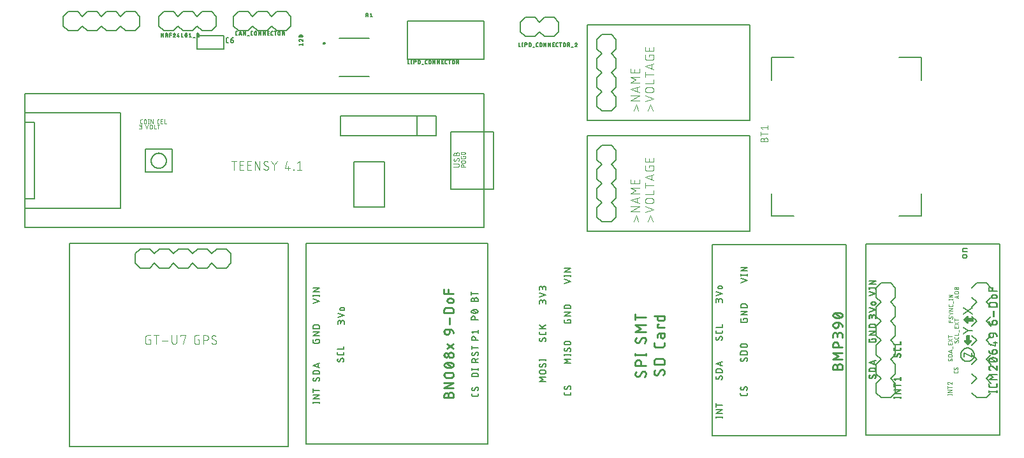
<source format=gbr>
G04 EAGLE Gerber RS-274X export*
G75*
%MOMM*%
%FSLAX34Y34*%
%LPD*%
%INSilkscreen Top*%
%IPPOS*%
%AMOC8*
5,1,8,0,0,1.08239X$1,22.5*%
G01*
%ADD10C,0.152400*%
%ADD11C,0.076200*%
%ADD12C,0.203200*%
%ADD13C,0.127000*%
%ADD14C,0.101600*%
%ADD15C,0.050800*%
%ADD16C,0.228600*%
%ADD17C,0.254000*%
%ADD18C,0.200000*%

G36*
X1201409Y647085D02*
X1201409Y647085D01*
X1201520Y647083D01*
X1201568Y647095D01*
X1201617Y647098D01*
X1201721Y647132D01*
X1201829Y647158D01*
X1201873Y647181D01*
X1201919Y647196D01*
X1202012Y647255D01*
X1202110Y647307D01*
X1202146Y647340D01*
X1202188Y647366D01*
X1202264Y647447D01*
X1202345Y647521D01*
X1202372Y647562D01*
X1202406Y647598D01*
X1202459Y647694D01*
X1202520Y647786D01*
X1202536Y647833D01*
X1202560Y647876D01*
X1202587Y647983D01*
X1202623Y648087D01*
X1202627Y648136D01*
X1202639Y648184D01*
X1202649Y648345D01*
X1202649Y649616D01*
X1207730Y649616D01*
X1207848Y649631D01*
X1207967Y649638D01*
X1208005Y649651D01*
X1208046Y649656D01*
X1208156Y649699D01*
X1208269Y649736D01*
X1208304Y649758D01*
X1208341Y649773D01*
X1208437Y649843D01*
X1208538Y649906D01*
X1208566Y649936D01*
X1208599Y649959D01*
X1208675Y650051D01*
X1208756Y650138D01*
X1208776Y650173D01*
X1208801Y650204D01*
X1208852Y650312D01*
X1208910Y650416D01*
X1208920Y650456D01*
X1208937Y650492D01*
X1208959Y650609D01*
X1208989Y650724D01*
X1208993Y650785D01*
X1208997Y650805D01*
X1208995Y650825D01*
X1208999Y650885D01*
X1208999Y653425D01*
X1208984Y653543D01*
X1208977Y653662D01*
X1208964Y653700D01*
X1208959Y653741D01*
X1208916Y653851D01*
X1208879Y653964D01*
X1208857Y653999D01*
X1208842Y654036D01*
X1208773Y654132D01*
X1208709Y654233D01*
X1208679Y654261D01*
X1208656Y654294D01*
X1208564Y654370D01*
X1208477Y654451D01*
X1208442Y654471D01*
X1208411Y654496D01*
X1208303Y654547D01*
X1208199Y654605D01*
X1208159Y654615D01*
X1208123Y654632D01*
X1208006Y654654D01*
X1207891Y654684D01*
X1207831Y654688D01*
X1207811Y654692D01*
X1207790Y654690D01*
X1207730Y654694D01*
X1202649Y654694D01*
X1202649Y655965D01*
X1202643Y656014D01*
X1202645Y656063D01*
X1202631Y656134D01*
X1202627Y656197D01*
X1202615Y656233D01*
X1202609Y656281D01*
X1202591Y656326D01*
X1202581Y656375D01*
X1202546Y656447D01*
X1202529Y656500D01*
X1202512Y656527D01*
X1202492Y656576D01*
X1202463Y656616D01*
X1202442Y656661D01*
X1202385Y656727D01*
X1202359Y656769D01*
X1202340Y656787D01*
X1202306Y656834D01*
X1202267Y656865D01*
X1202235Y656903D01*
X1202159Y656956D01*
X1202127Y656987D01*
X1202108Y656997D01*
X1202061Y657036D01*
X1202016Y657057D01*
X1201975Y657086D01*
X1201884Y657121D01*
X1201849Y657140D01*
X1201831Y657145D01*
X1201773Y657172D01*
X1201724Y657181D01*
X1201678Y657199D01*
X1201578Y657210D01*
X1201541Y657220D01*
X1201516Y657221D01*
X1201461Y657232D01*
X1201411Y657229D01*
X1201362Y657234D01*
X1201253Y657219D01*
X1201143Y657212D01*
X1201096Y657197D01*
X1201047Y657190D01*
X1200945Y657148D01*
X1200841Y657114D01*
X1200799Y657087D01*
X1200779Y657079D01*
X1200763Y657073D01*
X1200762Y657072D01*
X1200753Y657069D01*
X1200618Y656980D01*
X1195538Y653170D01*
X1195470Y653104D01*
X1195434Y653078D01*
X1195406Y653044D01*
X1195335Y652979D01*
X1195324Y652963D01*
X1195310Y652949D01*
X1195259Y652867D01*
X1195232Y652833D01*
X1195213Y652794D01*
X1195160Y652714D01*
X1195154Y652695D01*
X1195144Y652678D01*
X1195115Y652586D01*
X1195096Y652546D01*
X1195088Y652502D01*
X1195057Y652413D01*
X1195056Y652393D01*
X1195050Y652374D01*
X1195045Y652280D01*
X1195036Y652233D01*
X1195039Y652186D01*
X1195032Y652096D01*
X1195036Y652076D01*
X1195035Y652057D01*
X1195053Y651968D01*
X1195056Y651916D01*
X1195072Y651867D01*
X1195087Y651782D01*
X1195095Y651764D01*
X1195099Y651745D01*
X1195136Y651668D01*
X1195154Y651613D01*
X1195185Y651565D01*
X1195217Y651493D01*
X1195230Y651477D01*
X1195238Y651459D01*
X1195290Y651399D01*
X1195324Y651345D01*
X1195370Y651301D01*
X1195416Y651244D01*
X1195437Y651226D01*
X1195445Y651217D01*
X1195461Y651206D01*
X1195538Y651140D01*
X1200618Y647330D01*
X1200661Y647305D01*
X1200699Y647274D01*
X1200799Y647227D01*
X1200895Y647172D01*
X1200943Y647159D01*
X1200987Y647138D01*
X1201095Y647117D01*
X1201202Y647088D01*
X1201251Y647088D01*
X1201300Y647078D01*
X1201409Y647085D01*
G37*
G36*
X1201539Y617851D02*
X1201539Y617851D01*
X1201558Y617850D01*
X1201695Y617878D01*
X1201833Y617902D01*
X1201851Y617910D01*
X1201870Y617914D01*
X1201995Y617975D01*
X1202123Y618032D01*
X1202138Y618045D01*
X1202156Y618053D01*
X1202262Y618144D01*
X1202371Y618231D01*
X1202389Y618252D01*
X1202398Y618260D01*
X1202409Y618276D01*
X1202475Y618353D01*
X1206285Y623433D01*
X1206309Y623476D01*
X1206339Y623511D01*
X1206339Y623512D01*
X1206341Y623514D01*
X1206388Y623614D01*
X1206443Y623710D01*
X1206456Y623758D01*
X1206477Y623802D01*
X1206498Y623910D01*
X1206527Y624017D01*
X1206527Y624066D01*
X1206537Y624115D01*
X1206530Y624224D01*
X1206532Y624335D01*
X1206520Y624383D01*
X1206517Y624432D01*
X1206483Y624536D01*
X1206457Y624644D01*
X1206434Y624688D01*
X1206419Y624734D01*
X1206360Y624827D01*
X1206308Y624925D01*
X1206275Y624961D01*
X1206249Y625003D01*
X1206168Y625079D01*
X1206094Y625160D01*
X1206053Y625187D01*
X1206017Y625221D01*
X1205921Y625274D01*
X1205829Y625335D01*
X1205782Y625351D01*
X1205739Y625375D01*
X1205632Y625402D01*
X1205528Y625438D01*
X1205479Y625442D01*
X1205431Y625454D01*
X1205270Y625464D01*
X1203999Y625464D01*
X1203999Y630545D01*
X1203984Y630663D01*
X1203977Y630782D01*
X1203964Y630820D01*
X1203959Y630861D01*
X1203916Y630971D01*
X1203879Y631084D01*
X1203857Y631119D01*
X1203842Y631156D01*
X1203773Y631252D01*
X1203709Y631353D01*
X1203679Y631381D01*
X1203656Y631414D01*
X1203564Y631490D01*
X1203477Y631571D01*
X1203442Y631591D01*
X1203411Y631616D01*
X1203303Y631667D01*
X1203199Y631725D01*
X1203159Y631735D01*
X1203123Y631752D01*
X1203006Y631774D01*
X1202891Y631804D01*
X1202831Y631808D01*
X1202811Y631812D01*
X1202790Y631810D01*
X1202730Y631814D01*
X1200190Y631814D01*
X1200072Y631799D01*
X1199953Y631792D01*
X1199915Y631779D01*
X1199874Y631774D01*
X1199764Y631731D01*
X1199651Y631694D01*
X1199616Y631672D01*
X1199579Y631657D01*
X1199483Y631588D01*
X1199382Y631524D01*
X1199354Y631494D01*
X1199321Y631471D01*
X1199246Y631379D01*
X1199164Y631292D01*
X1199144Y631257D01*
X1199119Y631226D01*
X1199068Y631118D01*
X1199010Y631014D01*
X1199000Y630974D01*
X1198983Y630938D01*
X1198961Y630821D01*
X1198931Y630706D01*
X1198927Y630646D01*
X1198923Y630626D01*
X1198924Y630620D01*
X1198923Y630619D01*
X1198924Y630602D01*
X1198921Y630545D01*
X1198921Y625464D01*
X1197650Y625464D01*
X1197601Y625458D01*
X1197552Y625460D01*
X1197444Y625438D01*
X1197334Y625424D01*
X1197289Y625406D01*
X1197240Y625396D01*
X1197141Y625348D01*
X1197039Y625307D01*
X1196999Y625278D01*
X1196954Y625257D01*
X1196871Y625185D01*
X1196781Y625121D01*
X1196750Y625082D01*
X1196712Y625050D01*
X1196649Y624960D01*
X1196579Y624876D01*
X1196558Y624831D01*
X1196529Y624790D01*
X1196490Y624687D01*
X1196443Y624588D01*
X1196434Y624539D01*
X1196416Y624493D01*
X1196404Y624383D01*
X1196383Y624276D01*
X1196386Y624226D01*
X1196381Y624177D01*
X1196396Y624068D01*
X1196403Y623958D01*
X1196418Y623911D01*
X1196425Y623862D01*
X1196467Y623760D01*
X1196501Y623656D01*
X1196528Y623614D01*
X1196546Y623568D01*
X1196635Y623433D01*
X1200445Y618353D01*
X1200542Y618253D01*
X1200636Y618150D01*
X1200652Y618139D01*
X1200666Y618125D01*
X1200785Y618052D01*
X1200901Y617975D01*
X1200920Y617969D01*
X1200937Y617959D01*
X1201070Y617917D01*
X1201202Y617872D01*
X1201222Y617871D01*
X1201241Y617865D01*
X1201380Y617858D01*
X1201519Y617847D01*
X1201539Y617851D01*
G37*
D10*
X940580Y819740D02*
X940580Y789740D01*
X970580Y789740D01*
X940580Y970740D02*
X940580Y1000740D01*
X970580Y1000740D01*
X1109580Y789740D02*
X1139580Y789740D01*
X1139580Y819740D01*
X1139580Y1000740D02*
X1109580Y1000740D01*
X1139580Y1000740D02*
X1139580Y970740D01*
D11*
X930567Y891355D02*
X930567Y888789D01*
X930567Y891355D02*
X930569Y891454D01*
X930575Y891554D01*
X930584Y891653D01*
X930598Y891751D01*
X930615Y891849D01*
X930636Y891947D01*
X930661Y892043D01*
X930690Y892138D01*
X930722Y892233D01*
X930758Y892325D01*
X930797Y892417D01*
X930840Y892507D01*
X930886Y892595D01*
X930936Y892681D01*
X930989Y892765D01*
X931045Y892847D01*
X931105Y892927D01*
X931167Y893004D01*
X931233Y893079D01*
X931301Y893152D01*
X931372Y893221D01*
X931446Y893288D01*
X931522Y893352D01*
X931601Y893413D01*
X931682Y893471D01*
X931765Y893526D01*
X931850Y893577D01*
X931937Y893625D01*
X932026Y893670D01*
X932117Y893711D01*
X932209Y893749D01*
X932302Y893783D01*
X932397Y893813D01*
X932493Y893840D01*
X932590Y893863D01*
X932687Y893882D01*
X932786Y893897D01*
X932885Y893909D01*
X932984Y893917D01*
X933083Y893921D01*
X933183Y893921D01*
X933282Y893917D01*
X933381Y893909D01*
X933480Y893897D01*
X933579Y893882D01*
X933676Y893863D01*
X933773Y893840D01*
X933869Y893813D01*
X933964Y893783D01*
X934057Y893749D01*
X934149Y893711D01*
X934240Y893670D01*
X934329Y893625D01*
X934416Y893577D01*
X934501Y893526D01*
X934584Y893471D01*
X934665Y893413D01*
X934744Y893352D01*
X934820Y893288D01*
X934894Y893221D01*
X934965Y893152D01*
X935033Y893079D01*
X935099Y893004D01*
X935161Y892927D01*
X935221Y892847D01*
X935277Y892765D01*
X935330Y892681D01*
X935380Y892595D01*
X935426Y892507D01*
X935469Y892417D01*
X935508Y892325D01*
X935544Y892233D01*
X935576Y892138D01*
X935605Y892043D01*
X935630Y891947D01*
X935651Y891849D01*
X935668Y891751D01*
X935682Y891653D01*
X935691Y891554D01*
X935697Y891454D01*
X935699Y891355D01*
X935699Y888789D01*
X926461Y888789D01*
X926461Y891355D01*
X926463Y891445D01*
X926469Y891534D01*
X926479Y891623D01*
X926492Y891711D01*
X926510Y891799D01*
X926531Y891886D01*
X926556Y891972D01*
X926585Y892057D01*
X926617Y892141D01*
X926653Y892223D01*
X926693Y892303D01*
X926736Y892382D01*
X926783Y892458D01*
X926832Y892533D01*
X926885Y892605D01*
X926941Y892675D01*
X927000Y892742D01*
X927062Y892807D01*
X927127Y892869D01*
X927194Y892928D01*
X927264Y892984D01*
X927336Y893037D01*
X927411Y893086D01*
X927488Y893133D01*
X927566Y893176D01*
X927646Y893216D01*
X927728Y893252D01*
X927812Y893284D01*
X927897Y893313D01*
X927983Y893338D01*
X928070Y893359D01*
X928158Y893377D01*
X928246Y893390D01*
X928335Y893400D01*
X928424Y893406D01*
X928514Y893408D01*
X928604Y893406D01*
X928693Y893400D01*
X928782Y893390D01*
X928870Y893377D01*
X928958Y893359D01*
X929045Y893338D01*
X929131Y893313D01*
X929216Y893284D01*
X929300Y893252D01*
X929382Y893216D01*
X929462Y893176D01*
X929541Y893133D01*
X929617Y893086D01*
X929692Y893037D01*
X929764Y892984D01*
X929834Y892928D01*
X929901Y892869D01*
X929966Y892807D01*
X930028Y892742D01*
X930087Y892675D01*
X930143Y892605D01*
X930196Y892533D01*
X930245Y892458D01*
X930292Y892382D01*
X930335Y892303D01*
X930375Y892223D01*
X930411Y892141D01*
X930443Y892057D01*
X930472Y891972D01*
X930497Y891886D01*
X930518Y891799D01*
X930536Y891711D01*
X930549Y891623D01*
X930559Y891534D01*
X930565Y891445D01*
X930567Y891355D01*
X926461Y899325D02*
X935699Y899325D01*
X926461Y896759D02*
X926461Y901891D01*
X928514Y905159D02*
X926461Y907725D01*
X935699Y907725D01*
X935699Y905159D02*
X935699Y910291D01*
D12*
X213580Y1012080D02*
X213580Y1030080D01*
X213580Y1012080D02*
X177580Y1012080D01*
X177580Y1030080D01*
X213580Y1030080D01*
D10*
X218130Y1020572D02*
X219597Y1020572D01*
X218130Y1020572D02*
X218056Y1020574D01*
X217981Y1020580D01*
X217908Y1020589D01*
X217834Y1020602D01*
X217762Y1020619D01*
X217691Y1020639D01*
X217620Y1020663D01*
X217551Y1020691D01*
X217484Y1020722D01*
X217418Y1020756D01*
X217353Y1020794D01*
X217291Y1020835D01*
X217231Y1020879D01*
X217174Y1020926D01*
X217119Y1020976D01*
X217066Y1021029D01*
X217016Y1021084D01*
X216969Y1021141D01*
X216925Y1021201D01*
X216884Y1021263D01*
X216846Y1021328D01*
X216812Y1021394D01*
X216781Y1021461D01*
X216753Y1021530D01*
X216729Y1021601D01*
X216709Y1021672D01*
X216692Y1021744D01*
X216679Y1021818D01*
X216670Y1021891D01*
X216664Y1021966D01*
X216662Y1022040D01*
X216662Y1025708D01*
X216664Y1025782D01*
X216670Y1025857D01*
X216679Y1025930D01*
X216692Y1026004D01*
X216709Y1026076D01*
X216729Y1026147D01*
X216753Y1026218D01*
X216781Y1026287D01*
X216812Y1026354D01*
X216846Y1026420D01*
X216884Y1026485D01*
X216925Y1026547D01*
X216969Y1026607D01*
X217016Y1026664D01*
X217066Y1026719D01*
X217119Y1026772D01*
X217174Y1026822D01*
X217231Y1026869D01*
X217291Y1026913D01*
X217353Y1026954D01*
X217418Y1026992D01*
X217483Y1027026D01*
X217551Y1027057D01*
X217620Y1027085D01*
X217691Y1027109D01*
X217762Y1027129D01*
X217834Y1027146D01*
X217908Y1027159D01*
X217981Y1027168D01*
X218056Y1027174D01*
X218130Y1027176D01*
X219597Y1027176D01*
X222794Y1024241D02*
X224995Y1024241D01*
X225069Y1024239D01*
X225144Y1024233D01*
X225217Y1024224D01*
X225291Y1024211D01*
X225363Y1024194D01*
X225434Y1024174D01*
X225505Y1024150D01*
X225574Y1024122D01*
X225641Y1024091D01*
X225707Y1024057D01*
X225772Y1024019D01*
X225834Y1023978D01*
X225894Y1023934D01*
X225951Y1023887D01*
X226006Y1023837D01*
X226059Y1023784D01*
X226109Y1023729D01*
X226156Y1023672D01*
X226200Y1023612D01*
X226241Y1023550D01*
X226279Y1023485D01*
X226313Y1023419D01*
X226344Y1023352D01*
X226372Y1023283D01*
X226396Y1023212D01*
X226416Y1023141D01*
X226433Y1023069D01*
X226446Y1022995D01*
X226455Y1022922D01*
X226461Y1022847D01*
X226463Y1022773D01*
X226462Y1022773D02*
X226462Y1022406D01*
X226460Y1022321D01*
X226454Y1022237D01*
X226444Y1022153D01*
X226431Y1022069D01*
X226413Y1021986D01*
X226392Y1021904D01*
X226367Y1021823D01*
X226338Y1021743D01*
X226306Y1021665D01*
X226270Y1021589D01*
X226230Y1021514D01*
X226187Y1021441D01*
X226141Y1021370D01*
X226092Y1021301D01*
X226039Y1021234D01*
X225983Y1021170D01*
X225925Y1021109D01*
X225864Y1021051D01*
X225800Y1020995D01*
X225733Y1020942D01*
X225664Y1020893D01*
X225593Y1020847D01*
X225520Y1020804D01*
X225445Y1020764D01*
X225369Y1020728D01*
X225291Y1020696D01*
X225211Y1020667D01*
X225130Y1020642D01*
X225048Y1020621D01*
X224965Y1020603D01*
X224881Y1020590D01*
X224797Y1020580D01*
X224713Y1020574D01*
X224628Y1020572D01*
X224543Y1020574D01*
X224459Y1020580D01*
X224375Y1020590D01*
X224291Y1020603D01*
X224208Y1020621D01*
X224126Y1020642D01*
X224045Y1020667D01*
X223965Y1020696D01*
X223887Y1020728D01*
X223811Y1020764D01*
X223736Y1020804D01*
X223663Y1020847D01*
X223592Y1020893D01*
X223523Y1020942D01*
X223456Y1020995D01*
X223392Y1021051D01*
X223331Y1021109D01*
X223273Y1021170D01*
X223217Y1021234D01*
X223164Y1021301D01*
X223115Y1021370D01*
X223069Y1021441D01*
X223026Y1021514D01*
X222986Y1021589D01*
X222950Y1021665D01*
X222918Y1021743D01*
X222889Y1021823D01*
X222864Y1021904D01*
X222843Y1021986D01*
X222825Y1022069D01*
X222812Y1022153D01*
X222802Y1022237D01*
X222796Y1022321D01*
X222794Y1022406D01*
X222794Y1024241D01*
X222796Y1024348D01*
X222802Y1024455D01*
X222812Y1024562D01*
X222825Y1024668D01*
X222843Y1024774D01*
X222864Y1024879D01*
X222889Y1024983D01*
X222918Y1025087D01*
X222951Y1025189D01*
X222988Y1025289D01*
X223028Y1025389D01*
X223072Y1025487D01*
X223119Y1025583D01*
X223170Y1025677D01*
X223224Y1025770D01*
X223281Y1025860D01*
X223342Y1025949D01*
X223406Y1026035D01*
X223473Y1026118D01*
X223543Y1026200D01*
X223616Y1026278D01*
X223692Y1026354D01*
X223770Y1026427D01*
X223852Y1026497D01*
X223935Y1026564D01*
X224021Y1026628D01*
X224110Y1026689D01*
X224200Y1026746D01*
X224293Y1026800D01*
X224387Y1026851D01*
X224483Y1026898D01*
X224581Y1026942D01*
X224681Y1026982D01*
X224781Y1027019D01*
X224883Y1027052D01*
X224987Y1027081D01*
X225091Y1027106D01*
X225196Y1027127D01*
X225302Y1027145D01*
X225408Y1027158D01*
X225515Y1027168D01*
X225622Y1027174D01*
X225729Y1027176D01*
D12*
X95250Y1061720D02*
X82550Y1061720D01*
X95250Y1061720D02*
X101600Y1055370D01*
X101600Y1042670D02*
X95250Y1036320D01*
X57150Y1061720D02*
X50800Y1055370D01*
X57150Y1061720D02*
X69850Y1061720D01*
X76200Y1055370D01*
X76200Y1042670D02*
X69850Y1036320D01*
X57150Y1036320D01*
X50800Y1042670D01*
X76200Y1055370D02*
X82550Y1061720D01*
X76200Y1042670D02*
X82550Y1036320D01*
X95250Y1036320D01*
X19050Y1061720D02*
X6350Y1061720D01*
X19050Y1061720D02*
X25400Y1055370D01*
X25400Y1042670D02*
X19050Y1036320D01*
X25400Y1055370D02*
X31750Y1061720D01*
X44450Y1061720D01*
X50800Y1055370D01*
X50800Y1042670D02*
X44450Y1036320D01*
X31750Y1036320D01*
X25400Y1042670D01*
X0Y1042670D02*
X0Y1055370D01*
X6350Y1061720D01*
X0Y1042670D02*
X6350Y1036320D01*
X19050Y1036320D01*
X101600Y1042670D02*
X101600Y1055370D01*
X177800Y1055370D02*
X184150Y1061720D01*
X196850Y1061720D01*
X203200Y1055370D01*
X203200Y1042670D02*
X196850Y1036320D01*
X184150Y1036320D01*
X177800Y1042670D01*
X146050Y1061720D02*
X133350Y1061720D01*
X146050Y1061720D02*
X152400Y1055370D01*
X152400Y1042670D02*
X146050Y1036320D01*
X152400Y1055370D02*
X158750Y1061720D01*
X171450Y1061720D01*
X177800Y1055370D01*
X177800Y1042670D02*
X171450Y1036320D01*
X158750Y1036320D01*
X152400Y1042670D01*
X127000Y1042670D02*
X127000Y1055370D01*
X133350Y1061720D01*
X127000Y1042670D02*
X133350Y1036320D01*
X146050Y1036320D01*
X203200Y1042670D02*
X203200Y1055370D01*
D13*
X130175Y1032891D02*
X130175Y1028065D01*
X132856Y1028065D02*
X130175Y1032891D01*
X132856Y1032891D02*
X132856Y1028065D01*
X136091Y1028065D02*
X136091Y1032891D01*
X137431Y1032891D01*
X137502Y1032889D01*
X137574Y1032883D01*
X137644Y1032874D01*
X137714Y1032861D01*
X137784Y1032844D01*
X137852Y1032823D01*
X137919Y1032799D01*
X137985Y1032771D01*
X138049Y1032740D01*
X138112Y1032705D01*
X138172Y1032667D01*
X138231Y1032626D01*
X138287Y1032582D01*
X138341Y1032535D01*
X138392Y1032486D01*
X138440Y1032433D01*
X138486Y1032378D01*
X138528Y1032321D01*
X138568Y1032261D01*
X138604Y1032200D01*
X138637Y1032136D01*
X138666Y1032071D01*
X138692Y1032005D01*
X138715Y1031937D01*
X138734Y1031868D01*
X138749Y1031798D01*
X138760Y1031728D01*
X138768Y1031657D01*
X138772Y1031586D01*
X138772Y1031514D01*
X138768Y1031443D01*
X138760Y1031372D01*
X138749Y1031302D01*
X138734Y1031232D01*
X138715Y1031163D01*
X138692Y1031095D01*
X138666Y1031029D01*
X138637Y1030964D01*
X138604Y1030900D01*
X138568Y1030839D01*
X138528Y1030779D01*
X138486Y1030722D01*
X138440Y1030667D01*
X138392Y1030614D01*
X138341Y1030565D01*
X138287Y1030518D01*
X138231Y1030474D01*
X138172Y1030433D01*
X138112Y1030395D01*
X138049Y1030360D01*
X137985Y1030329D01*
X137919Y1030301D01*
X137852Y1030277D01*
X137784Y1030256D01*
X137714Y1030239D01*
X137644Y1030226D01*
X137574Y1030217D01*
X137502Y1030211D01*
X137431Y1030209D01*
X137431Y1030210D02*
X136091Y1030210D01*
X137700Y1030210D02*
X138772Y1028065D01*
X141716Y1028065D02*
X141716Y1032891D01*
X143861Y1032891D01*
X143861Y1030746D02*
X141716Y1030746D01*
X147743Y1032891D02*
X147811Y1032889D01*
X147878Y1032883D01*
X147945Y1032874D01*
X148012Y1032861D01*
X148077Y1032844D01*
X148142Y1032823D01*
X148205Y1032799D01*
X148267Y1032771D01*
X148327Y1032740D01*
X148385Y1032706D01*
X148441Y1032668D01*
X148496Y1032628D01*
X148547Y1032584D01*
X148596Y1032537D01*
X148643Y1032488D01*
X148687Y1032437D01*
X148727Y1032382D01*
X148765Y1032326D01*
X148799Y1032268D01*
X148830Y1032208D01*
X148858Y1032146D01*
X148882Y1032083D01*
X148903Y1032018D01*
X148920Y1031953D01*
X148933Y1031886D01*
X148942Y1031819D01*
X148948Y1031752D01*
X148950Y1031684D01*
X147743Y1032891D02*
X147665Y1032889D01*
X147587Y1032883D01*
X147510Y1032873D01*
X147433Y1032860D01*
X147357Y1032842D01*
X147282Y1032821D01*
X147208Y1032796D01*
X147136Y1032767D01*
X147065Y1032735D01*
X146996Y1032699D01*
X146928Y1032660D01*
X146863Y1032617D01*
X146800Y1032571D01*
X146739Y1032522D01*
X146681Y1032470D01*
X146626Y1032415D01*
X146573Y1032358D01*
X146524Y1032298D01*
X146477Y1032235D01*
X146434Y1032171D01*
X146394Y1032104D01*
X146357Y1032035D01*
X146324Y1031964D01*
X146294Y1031892D01*
X146268Y1031819D01*
X148548Y1030746D02*
X148597Y1030795D01*
X148644Y1030847D01*
X148687Y1030902D01*
X148728Y1030959D01*
X148766Y1031018D01*
X148800Y1031079D01*
X148831Y1031142D01*
X148859Y1031206D01*
X148883Y1031272D01*
X148903Y1031338D01*
X148920Y1031406D01*
X148933Y1031475D01*
X148942Y1031544D01*
X148948Y1031614D01*
X148950Y1031684D01*
X148547Y1030746D02*
X146268Y1028065D01*
X148949Y1028065D01*
X151755Y1029137D02*
X152827Y1032891D01*
X151755Y1029137D02*
X154436Y1029137D01*
X153631Y1028065D02*
X153631Y1030210D01*
X157443Y1028065D02*
X157443Y1032891D01*
X157443Y1028065D02*
X159588Y1028065D01*
X161996Y1030478D02*
X161998Y1030598D01*
X162003Y1030718D01*
X162012Y1030838D01*
X162025Y1030958D01*
X162041Y1031077D01*
X162061Y1031196D01*
X162085Y1031314D01*
X162112Y1031431D01*
X162142Y1031547D01*
X162176Y1031662D01*
X162214Y1031777D01*
X162255Y1031890D01*
X162299Y1032001D01*
X162347Y1032112D01*
X162398Y1032221D01*
X162419Y1032278D01*
X162445Y1032334D01*
X162473Y1032389D01*
X162505Y1032441D01*
X162541Y1032492D01*
X162579Y1032540D01*
X162620Y1032586D01*
X162664Y1032629D01*
X162710Y1032669D01*
X162759Y1032706D01*
X162811Y1032740D01*
X162864Y1032771D01*
X162919Y1032799D01*
X162975Y1032823D01*
X163033Y1032844D01*
X163092Y1032861D01*
X163152Y1032874D01*
X163213Y1032883D01*
X163275Y1032889D01*
X163336Y1032891D01*
X163397Y1032889D01*
X163459Y1032883D01*
X163520Y1032874D01*
X163580Y1032861D01*
X163639Y1032844D01*
X163697Y1032823D01*
X163753Y1032799D01*
X163808Y1032771D01*
X163861Y1032740D01*
X163913Y1032706D01*
X163962Y1032669D01*
X164008Y1032629D01*
X164052Y1032586D01*
X164093Y1032540D01*
X164131Y1032492D01*
X164167Y1032441D01*
X164199Y1032389D01*
X164227Y1032334D01*
X164253Y1032278D01*
X164274Y1032221D01*
X164275Y1032221D02*
X164326Y1032112D01*
X164374Y1032001D01*
X164418Y1031890D01*
X164459Y1031777D01*
X164497Y1031662D01*
X164531Y1031547D01*
X164561Y1031431D01*
X164588Y1031314D01*
X164612Y1031196D01*
X164632Y1031077D01*
X164648Y1030958D01*
X164661Y1030838D01*
X164670Y1030718D01*
X164675Y1030598D01*
X164677Y1030478D01*
X161996Y1030478D02*
X161998Y1030358D01*
X162003Y1030238D01*
X162012Y1030118D01*
X162025Y1029998D01*
X162041Y1029879D01*
X162061Y1029760D01*
X162085Y1029642D01*
X162112Y1029525D01*
X162142Y1029409D01*
X162176Y1029294D01*
X162214Y1029179D01*
X162255Y1029066D01*
X162299Y1028955D01*
X162347Y1028844D01*
X162398Y1028735D01*
X162419Y1028678D01*
X162445Y1028622D01*
X162473Y1028567D01*
X162505Y1028515D01*
X162541Y1028464D01*
X162579Y1028416D01*
X162620Y1028370D01*
X162664Y1028327D01*
X162710Y1028287D01*
X162759Y1028250D01*
X162811Y1028216D01*
X162864Y1028185D01*
X162919Y1028157D01*
X162975Y1028133D01*
X163033Y1028112D01*
X163092Y1028095D01*
X163152Y1028082D01*
X163213Y1028073D01*
X163275Y1028067D01*
X163336Y1028065D01*
X164275Y1028735D02*
X164326Y1028844D01*
X164374Y1028955D01*
X164418Y1029066D01*
X164459Y1029179D01*
X164497Y1029294D01*
X164531Y1029409D01*
X164561Y1029525D01*
X164588Y1029642D01*
X164612Y1029760D01*
X164632Y1029879D01*
X164648Y1029998D01*
X164661Y1030118D01*
X164670Y1030238D01*
X164675Y1030358D01*
X164677Y1030478D01*
X164274Y1028735D02*
X164253Y1028678D01*
X164227Y1028622D01*
X164199Y1028567D01*
X164167Y1028515D01*
X164131Y1028464D01*
X164093Y1028416D01*
X164052Y1028370D01*
X164008Y1028327D01*
X163961Y1028287D01*
X163913Y1028250D01*
X163861Y1028216D01*
X163808Y1028185D01*
X163753Y1028157D01*
X163697Y1028133D01*
X163639Y1028112D01*
X163580Y1028095D01*
X163520Y1028082D01*
X163459Y1028073D01*
X163397Y1028067D01*
X163336Y1028065D01*
X162264Y1029137D02*
X164409Y1031819D01*
X167482Y1031819D02*
X168823Y1032891D01*
X168823Y1028065D01*
X170163Y1028065D02*
X167482Y1028065D01*
X172688Y1027529D02*
X174833Y1027529D01*
X177687Y1030746D02*
X179027Y1030746D01*
X179027Y1030747D02*
X179098Y1030745D01*
X179170Y1030739D01*
X179240Y1030730D01*
X179310Y1030717D01*
X179380Y1030700D01*
X179448Y1030679D01*
X179515Y1030655D01*
X179581Y1030627D01*
X179645Y1030596D01*
X179708Y1030561D01*
X179768Y1030523D01*
X179827Y1030482D01*
X179883Y1030438D01*
X179937Y1030391D01*
X179988Y1030342D01*
X180036Y1030289D01*
X180082Y1030234D01*
X180124Y1030177D01*
X180164Y1030117D01*
X180200Y1030056D01*
X180233Y1029992D01*
X180262Y1029927D01*
X180288Y1029861D01*
X180311Y1029793D01*
X180330Y1029724D01*
X180345Y1029654D01*
X180356Y1029584D01*
X180364Y1029513D01*
X180368Y1029442D01*
X180368Y1029370D01*
X180364Y1029299D01*
X180356Y1029228D01*
X180345Y1029158D01*
X180330Y1029088D01*
X180311Y1029019D01*
X180288Y1028951D01*
X180262Y1028885D01*
X180233Y1028820D01*
X180200Y1028756D01*
X180164Y1028695D01*
X180124Y1028635D01*
X180082Y1028578D01*
X180036Y1028523D01*
X179988Y1028470D01*
X179937Y1028421D01*
X179883Y1028374D01*
X179827Y1028330D01*
X179768Y1028289D01*
X179708Y1028251D01*
X179645Y1028216D01*
X179581Y1028185D01*
X179515Y1028157D01*
X179448Y1028133D01*
X179380Y1028112D01*
X179310Y1028095D01*
X179240Y1028082D01*
X179170Y1028073D01*
X179098Y1028067D01*
X179027Y1028065D01*
X177687Y1028065D01*
X177687Y1032891D01*
X179027Y1032891D01*
X179092Y1032889D01*
X179156Y1032883D01*
X179220Y1032873D01*
X179284Y1032860D01*
X179346Y1032842D01*
X179407Y1032821D01*
X179467Y1032797D01*
X179525Y1032768D01*
X179582Y1032736D01*
X179636Y1032701D01*
X179688Y1032663D01*
X179738Y1032621D01*
X179785Y1032577D01*
X179829Y1032530D01*
X179871Y1032480D01*
X179909Y1032428D01*
X179944Y1032374D01*
X179976Y1032317D01*
X180005Y1032259D01*
X180029Y1032199D01*
X180050Y1032138D01*
X180068Y1032076D01*
X180081Y1032012D01*
X180091Y1031948D01*
X180097Y1031884D01*
X180099Y1031819D01*
X180097Y1031754D01*
X180091Y1031690D01*
X180081Y1031626D01*
X180068Y1031562D01*
X180050Y1031500D01*
X180029Y1031439D01*
X180005Y1031379D01*
X179976Y1031321D01*
X179944Y1031264D01*
X179909Y1031210D01*
X179871Y1031158D01*
X179829Y1031108D01*
X179785Y1031061D01*
X179738Y1031017D01*
X179688Y1030975D01*
X179636Y1030937D01*
X179582Y1030902D01*
X179525Y1030870D01*
X179467Y1030841D01*
X179407Y1030817D01*
X179346Y1030796D01*
X179284Y1030778D01*
X179220Y1030765D01*
X179156Y1030755D01*
X179092Y1030749D01*
X179027Y1030747D01*
X558800Y952500D02*
X558800Y774700D01*
X558800Y952500D02*
X-50800Y952500D01*
X-50800Y774700D01*
X558800Y774700D01*
X571500Y825500D02*
X571500Y901700D01*
X514350Y901700D01*
X514350Y825500D01*
X571500Y825500D01*
D14*
X226879Y851408D02*
X226879Y863092D01*
X230124Y863092D02*
X223633Y863092D01*
X234705Y851408D02*
X239898Y851408D01*
X234705Y851408D02*
X234705Y863092D01*
X239898Y863092D01*
X238599Y857899D02*
X234705Y857899D01*
X244611Y851408D02*
X249804Y851408D01*
X244611Y851408D02*
X244611Y863092D01*
X249804Y863092D01*
X248505Y857899D02*
X244611Y857899D01*
X254494Y863092D02*
X254494Y851408D01*
X260985Y851408D02*
X254494Y863092D01*
X260985Y863092D02*
X260985Y851408D01*
X269819Y851408D02*
X269918Y851410D01*
X270018Y851416D01*
X270117Y851425D01*
X270215Y851438D01*
X270313Y851455D01*
X270411Y851476D01*
X270507Y851501D01*
X270602Y851529D01*
X270696Y851561D01*
X270789Y851596D01*
X270881Y851635D01*
X270971Y851678D01*
X271059Y851723D01*
X271146Y851773D01*
X271230Y851825D01*
X271313Y851881D01*
X271393Y851939D01*
X271471Y852001D01*
X271546Y852066D01*
X271619Y852134D01*
X271689Y852204D01*
X271757Y852277D01*
X271822Y852352D01*
X271884Y852430D01*
X271942Y852510D01*
X271998Y852593D01*
X272050Y852677D01*
X272100Y852764D01*
X272145Y852852D01*
X272188Y852942D01*
X272227Y853034D01*
X272262Y853127D01*
X272294Y853221D01*
X272322Y853316D01*
X272347Y853412D01*
X272368Y853510D01*
X272385Y853608D01*
X272398Y853706D01*
X272407Y853805D01*
X272413Y853905D01*
X272415Y854004D01*
X269819Y851408D02*
X269675Y851410D01*
X269530Y851416D01*
X269386Y851425D01*
X269243Y851438D01*
X269099Y851455D01*
X268956Y851476D01*
X268814Y851501D01*
X268673Y851529D01*
X268532Y851561D01*
X268392Y851597D01*
X268253Y851636D01*
X268115Y851679D01*
X267979Y851726D01*
X267843Y851776D01*
X267709Y851830D01*
X267577Y851887D01*
X267446Y851948D01*
X267317Y852012D01*
X267189Y852080D01*
X267063Y852150D01*
X266939Y852225D01*
X266818Y852302D01*
X266698Y852383D01*
X266580Y852466D01*
X266465Y852553D01*
X266352Y852643D01*
X266241Y852736D01*
X266133Y852831D01*
X266027Y852930D01*
X265924Y853031D01*
X266249Y860496D02*
X266251Y860595D01*
X266257Y860695D01*
X266266Y860794D01*
X266279Y860892D01*
X266296Y860990D01*
X266317Y861088D01*
X266342Y861184D01*
X266370Y861279D01*
X266402Y861373D01*
X266437Y861466D01*
X266476Y861558D01*
X266519Y861648D01*
X266564Y861736D01*
X266614Y861823D01*
X266666Y861907D01*
X266722Y861990D01*
X266780Y862070D01*
X266842Y862148D01*
X266907Y862223D01*
X266975Y862296D01*
X267045Y862366D01*
X267118Y862434D01*
X267193Y862499D01*
X267271Y862561D01*
X267351Y862619D01*
X267434Y862675D01*
X267518Y862727D01*
X267605Y862777D01*
X267693Y862822D01*
X267783Y862865D01*
X267875Y862904D01*
X267968Y862939D01*
X268062Y862971D01*
X268157Y862999D01*
X268254Y863024D01*
X268351Y863045D01*
X268449Y863062D01*
X268547Y863075D01*
X268646Y863084D01*
X268746Y863090D01*
X268845Y863092D01*
X268981Y863090D01*
X269117Y863084D01*
X269253Y863075D01*
X269389Y863062D01*
X269524Y863044D01*
X269658Y863024D01*
X269792Y862999D01*
X269926Y862971D01*
X270058Y862938D01*
X270189Y862903D01*
X270320Y862863D01*
X270449Y862820D01*
X270577Y862774D01*
X270703Y862723D01*
X270829Y862670D01*
X270952Y862612D01*
X271074Y862552D01*
X271194Y862488D01*
X271313Y862420D01*
X271429Y862350D01*
X271543Y862276D01*
X271656Y862199D01*
X271766Y862118D01*
X267547Y858224D02*
X267461Y858277D01*
X267377Y858334D01*
X267295Y858393D01*
X267215Y858456D01*
X267138Y858522D01*
X267063Y858590D01*
X266991Y858662D01*
X266922Y858736D01*
X266856Y858813D01*
X266793Y858892D01*
X266733Y858974D01*
X266676Y859058D01*
X266622Y859144D01*
X266572Y859232D01*
X266525Y859322D01*
X266481Y859413D01*
X266442Y859507D01*
X266405Y859601D01*
X266373Y859697D01*
X266344Y859795D01*
X266319Y859893D01*
X266298Y859992D01*
X266280Y860092D01*
X266267Y860192D01*
X266257Y860293D01*
X266251Y860395D01*
X266249Y860496D01*
X271117Y856276D02*
X271203Y856223D01*
X271287Y856166D01*
X271369Y856107D01*
X271449Y856044D01*
X271526Y855978D01*
X271601Y855910D01*
X271673Y855838D01*
X271742Y855764D01*
X271808Y855687D01*
X271871Y855608D01*
X271931Y855526D01*
X271988Y855442D01*
X272042Y855356D01*
X272092Y855268D01*
X272139Y855178D01*
X272183Y855087D01*
X272222Y854993D01*
X272259Y854899D01*
X272291Y854803D01*
X272320Y854705D01*
X272345Y854607D01*
X272366Y854508D01*
X272384Y854408D01*
X272397Y854308D01*
X272407Y854207D01*
X272413Y854105D01*
X272415Y854004D01*
X271117Y856276D02*
X267547Y858224D01*
X276324Y863092D02*
X280219Y857575D01*
X284113Y863092D01*
X280219Y857575D02*
X280219Y851408D01*
X294499Y854004D02*
X297095Y863092D01*
X294499Y854004D02*
X300990Y854004D01*
X299043Y856601D02*
X299043Y851408D01*
X305421Y851408D02*
X305421Y852057D01*
X306070Y852057D01*
X306070Y851408D01*
X305421Y851408D01*
X310501Y860496D02*
X313746Y863092D01*
X313746Y851408D01*
X310501Y851408D02*
X316992Y851408D01*
D11*
X518570Y855622D02*
X523890Y855622D01*
X523979Y855624D01*
X524068Y855630D01*
X524157Y855640D01*
X524245Y855653D01*
X524333Y855670D01*
X524420Y855692D01*
X524505Y855717D01*
X524590Y855745D01*
X524673Y855778D01*
X524755Y855814D01*
X524835Y855853D01*
X524913Y855896D01*
X524989Y855942D01*
X525064Y855992D01*
X525136Y856045D01*
X525205Y856101D01*
X525272Y856160D01*
X525337Y856221D01*
X525398Y856286D01*
X525457Y856353D01*
X525513Y856422D01*
X525566Y856494D01*
X525616Y856569D01*
X525662Y856645D01*
X525705Y856723D01*
X525744Y856803D01*
X525780Y856885D01*
X525813Y856968D01*
X525841Y857053D01*
X525866Y857138D01*
X525888Y857225D01*
X525905Y857313D01*
X525918Y857401D01*
X525928Y857490D01*
X525934Y857579D01*
X525936Y857668D01*
X525934Y857757D01*
X525928Y857846D01*
X525918Y857935D01*
X525905Y858023D01*
X525888Y858111D01*
X525866Y858198D01*
X525841Y858283D01*
X525813Y858368D01*
X525780Y858451D01*
X525744Y858533D01*
X525705Y858613D01*
X525662Y858691D01*
X525616Y858767D01*
X525566Y858842D01*
X525513Y858914D01*
X525457Y858983D01*
X525398Y859050D01*
X525337Y859115D01*
X525272Y859176D01*
X525205Y859235D01*
X525136Y859291D01*
X525064Y859344D01*
X524989Y859394D01*
X524913Y859440D01*
X524835Y859483D01*
X524755Y859522D01*
X524673Y859558D01*
X524590Y859591D01*
X524505Y859619D01*
X524420Y859644D01*
X524333Y859666D01*
X524245Y859683D01*
X524157Y859696D01*
X524068Y859706D01*
X523979Y859712D01*
X523890Y859714D01*
X518570Y859714D01*
X524299Y867029D02*
X524377Y867027D01*
X524455Y867022D01*
X524532Y867012D01*
X524609Y866999D01*
X524685Y866983D01*
X524760Y866963D01*
X524834Y866939D01*
X524907Y866912D01*
X524979Y866881D01*
X525049Y866847D01*
X525118Y866810D01*
X525184Y866769D01*
X525249Y866725D01*
X525311Y866679D01*
X525371Y866629D01*
X525429Y866577D01*
X525484Y866522D01*
X525536Y866464D01*
X525586Y866404D01*
X525632Y866342D01*
X525676Y866277D01*
X525717Y866211D01*
X525754Y866142D01*
X525788Y866072D01*
X525819Y866000D01*
X525846Y865927D01*
X525870Y865853D01*
X525890Y865778D01*
X525906Y865702D01*
X525919Y865625D01*
X525929Y865548D01*
X525934Y865470D01*
X525936Y865392D01*
X525934Y865278D01*
X525929Y865165D01*
X525919Y865051D01*
X525906Y864938D01*
X525889Y864826D01*
X525869Y864714D01*
X525845Y864603D01*
X525817Y864492D01*
X525786Y864383D01*
X525751Y864275D01*
X525712Y864168D01*
X525670Y864062D01*
X525625Y863958D01*
X525576Y863855D01*
X525523Y863754D01*
X525468Y863655D01*
X525409Y863557D01*
X525347Y863462D01*
X525282Y863369D01*
X525214Y863277D01*
X525143Y863189D01*
X525069Y863102D01*
X524992Y863018D01*
X524913Y862937D01*
X520207Y863142D02*
X520129Y863144D01*
X520051Y863149D01*
X519974Y863159D01*
X519897Y863172D01*
X519821Y863188D01*
X519746Y863208D01*
X519672Y863232D01*
X519599Y863259D01*
X519527Y863290D01*
X519457Y863324D01*
X519389Y863361D01*
X519322Y863402D01*
X519257Y863446D01*
X519195Y863492D01*
X519135Y863542D01*
X519077Y863594D01*
X519022Y863649D01*
X518970Y863707D01*
X518920Y863767D01*
X518874Y863829D01*
X518830Y863894D01*
X518789Y863961D01*
X518752Y864029D01*
X518718Y864099D01*
X518687Y864171D01*
X518660Y864244D01*
X518636Y864318D01*
X518616Y864393D01*
X518600Y864469D01*
X518587Y864546D01*
X518577Y864623D01*
X518572Y864701D01*
X518570Y864779D01*
X518572Y864889D01*
X518578Y864998D01*
X518588Y865108D01*
X518601Y865216D01*
X518619Y865325D01*
X518640Y865432D01*
X518666Y865539D01*
X518695Y865645D01*
X518727Y865750D01*
X518764Y865853D01*
X518804Y865955D01*
X518848Y866056D01*
X518896Y866155D01*
X518946Y866252D01*
X519001Y866347D01*
X519059Y866440D01*
X519120Y866531D01*
X519184Y866620D01*
X521639Y863960D02*
X521597Y863894D01*
X521553Y863829D01*
X521505Y863767D01*
X521455Y863707D01*
X521402Y863649D01*
X521346Y863594D01*
X521288Y863541D01*
X521227Y863492D01*
X521164Y863445D01*
X521099Y863401D01*
X521032Y863361D01*
X520963Y863324D01*
X520892Y863290D01*
X520820Y863259D01*
X520746Y863232D01*
X520671Y863208D01*
X520596Y863188D01*
X520519Y863172D01*
X520442Y863159D01*
X520364Y863149D01*
X520285Y863144D01*
X520207Y863142D01*
X522866Y866211D02*
X522908Y866278D01*
X522952Y866343D01*
X523000Y866405D01*
X523050Y866465D01*
X523103Y866523D01*
X523159Y866578D01*
X523218Y866630D01*
X523278Y866680D01*
X523342Y866727D01*
X523407Y866770D01*
X523474Y866811D01*
X523543Y866848D01*
X523614Y866882D01*
X523686Y866913D01*
X523760Y866940D01*
X523834Y866964D01*
X523910Y866984D01*
X523987Y867000D01*
X524064Y867013D01*
X524142Y867023D01*
X524221Y867028D01*
X524299Y867030D01*
X522867Y866211D02*
X521639Y863960D01*
X521844Y870370D02*
X521844Y872416D01*
X521846Y872505D01*
X521852Y872594D01*
X521862Y872683D01*
X521875Y872771D01*
X521892Y872859D01*
X521914Y872946D01*
X521939Y873031D01*
X521967Y873116D01*
X522000Y873199D01*
X522036Y873281D01*
X522075Y873361D01*
X522118Y873439D01*
X522164Y873515D01*
X522214Y873590D01*
X522267Y873662D01*
X522323Y873731D01*
X522382Y873798D01*
X522443Y873863D01*
X522508Y873924D01*
X522575Y873983D01*
X522644Y874039D01*
X522716Y874092D01*
X522791Y874142D01*
X522867Y874188D01*
X522945Y874231D01*
X523025Y874270D01*
X523107Y874306D01*
X523190Y874339D01*
X523275Y874367D01*
X523360Y874392D01*
X523447Y874414D01*
X523535Y874431D01*
X523623Y874444D01*
X523712Y874454D01*
X523801Y874460D01*
X523890Y874462D01*
X523979Y874460D01*
X524068Y874454D01*
X524157Y874444D01*
X524245Y874431D01*
X524333Y874414D01*
X524420Y874392D01*
X524505Y874367D01*
X524590Y874339D01*
X524673Y874306D01*
X524755Y874270D01*
X524835Y874231D01*
X524913Y874188D01*
X524989Y874142D01*
X525064Y874092D01*
X525136Y874039D01*
X525205Y873983D01*
X525272Y873924D01*
X525337Y873863D01*
X525398Y873798D01*
X525457Y873731D01*
X525513Y873662D01*
X525566Y873590D01*
X525616Y873515D01*
X525662Y873439D01*
X525705Y873361D01*
X525744Y873281D01*
X525780Y873199D01*
X525813Y873116D01*
X525841Y873031D01*
X525866Y872946D01*
X525888Y872859D01*
X525905Y872771D01*
X525918Y872683D01*
X525928Y872594D01*
X525934Y872505D01*
X525936Y872416D01*
X525936Y870370D01*
X518570Y870370D01*
X518570Y872416D01*
X518572Y872495D01*
X518578Y872574D01*
X518587Y872653D01*
X518600Y872731D01*
X518618Y872808D01*
X518638Y872884D01*
X518663Y872959D01*
X518691Y873033D01*
X518722Y873106D01*
X518758Y873177D01*
X518796Y873246D01*
X518838Y873313D01*
X518883Y873378D01*
X518931Y873441D01*
X518982Y873502D01*
X519036Y873559D01*
X519092Y873615D01*
X519151Y873667D01*
X519213Y873717D01*
X519277Y873763D01*
X519343Y873807D01*
X519411Y873847D01*
X519481Y873883D01*
X519553Y873917D01*
X519627Y873947D01*
X519701Y873973D01*
X519777Y873996D01*
X519854Y874014D01*
X519931Y874030D01*
X520010Y874041D01*
X520088Y874049D01*
X520167Y874053D01*
X520247Y874053D01*
X520326Y874049D01*
X520404Y874041D01*
X520483Y874030D01*
X520560Y874014D01*
X520637Y873996D01*
X520713Y873973D01*
X520787Y873947D01*
X520861Y873917D01*
X520933Y873883D01*
X521003Y873847D01*
X521071Y873807D01*
X521137Y873763D01*
X521201Y873717D01*
X521263Y873667D01*
X521322Y873615D01*
X521378Y873559D01*
X521432Y873502D01*
X521483Y873441D01*
X521531Y873378D01*
X521576Y873313D01*
X521618Y873246D01*
X521656Y873177D01*
X521692Y873106D01*
X521723Y873033D01*
X521751Y872959D01*
X521776Y872884D01*
X521796Y872808D01*
X521814Y872731D01*
X521827Y872653D01*
X521836Y872574D01*
X521842Y872495D01*
X521844Y872416D01*
D15*
X102690Y906018D02*
X101137Y906018D01*
X102690Y906018D02*
X102767Y906020D01*
X102845Y906026D01*
X102921Y906035D01*
X102998Y906049D01*
X103073Y906066D01*
X103147Y906087D01*
X103221Y906112D01*
X103293Y906140D01*
X103363Y906172D01*
X103432Y906207D01*
X103499Y906246D01*
X103564Y906288D01*
X103627Y906333D01*
X103688Y906381D01*
X103746Y906432D01*
X103801Y906486D01*
X103854Y906543D01*
X103903Y906602D01*
X103950Y906664D01*
X103994Y906728D01*
X104034Y906794D01*
X104071Y906862D01*
X104105Y906932D01*
X104135Y907003D01*
X104161Y907076D01*
X104184Y907150D01*
X104203Y907225D01*
X104218Y907300D01*
X104230Y907377D01*
X104238Y907454D01*
X104242Y907531D01*
X104242Y907609D01*
X104238Y907686D01*
X104230Y907763D01*
X104218Y907840D01*
X104203Y907915D01*
X104184Y907990D01*
X104161Y908064D01*
X104135Y908137D01*
X104105Y908208D01*
X104071Y908278D01*
X104034Y908346D01*
X103994Y908412D01*
X103950Y908476D01*
X103903Y908538D01*
X103854Y908597D01*
X103801Y908654D01*
X103746Y908708D01*
X103688Y908759D01*
X103627Y908807D01*
X103564Y908852D01*
X103499Y908894D01*
X103432Y908933D01*
X103363Y908968D01*
X103293Y909000D01*
X103221Y909028D01*
X103147Y909053D01*
X103073Y909074D01*
X102998Y909091D01*
X102921Y909105D01*
X102845Y909114D01*
X102767Y909120D01*
X102690Y909122D01*
X103000Y911606D02*
X101137Y911606D01*
X103000Y911606D02*
X103070Y911604D01*
X103139Y911598D01*
X103208Y911588D01*
X103276Y911575D01*
X103344Y911557D01*
X103410Y911536D01*
X103475Y911511D01*
X103539Y911483D01*
X103601Y911451D01*
X103661Y911416D01*
X103719Y911377D01*
X103774Y911335D01*
X103828Y911290D01*
X103878Y911242D01*
X103926Y911192D01*
X103971Y911138D01*
X104013Y911083D01*
X104052Y911025D01*
X104087Y910965D01*
X104119Y910903D01*
X104147Y910839D01*
X104172Y910774D01*
X104193Y910708D01*
X104211Y910640D01*
X104224Y910572D01*
X104234Y910503D01*
X104240Y910434D01*
X104242Y910364D01*
X104240Y910294D01*
X104234Y910225D01*
X104224Y910156D01*
X104211Y910088D01*
X104193Y910020D01*
X104172Y909954D01*
X104147Y909889D01*
X104119Y909825D01*
X104087Y909763D01*
X104052Y909703D01*
X104013Y909645D01*
X103971Y909590D01*
X103926Y909536D01*
X103878Y909486D01*
X103828Y909438D01*
X103774Y909393D01*
X103719Y909351D01*
X103661Y909312D01*
X103601Y909277D01*
X103539Y909245D01*
X103475Y909217D01*
X103410Y909192D01*
X103344Y909171D01*
X103276Y909153D01*
X103208Y909140D01*
X103139Y909130D01*
X103070Y909124D01*
X103000Y909122D01*
X101758Y909122D01*
X109239Y911606D02*
X111102Y906018D01*
X112965Y911606D01*
X115036Y910054D02*
X115036Y907570D01*
X115036Y910054D02*
X115038Y910131D01*
X115044Y910209D01*
X115053Y910285D01*
X115067Y910362D01*
X115084Y910437D01*
X115105Y910511D01*
X115130Y910585D01*
X115158Y910657D01*
X115190Y910727D01*
X115225Y910796D01*
X115264Y910863D01*
X115306Y910928D01*
X115351Y910991D01*
X115399Y911052D01*
X115450Y911110D01*
X115504Y911165D01*
X115561Y911218D01*
X115620Y911267D01*
X115682Y911314D01*
X115746Y911358D01*
X115812Y911398D01*
X115880Y911435D01*
X115950Y911469D01*
X116021Y911499D01*
X116094Y911525D01*
X116168Y911548D01*
X116243Y911567D01*
X116318Y911582D01*
X116395Y911594D01*
X116472Y911602D01*
X116549Y911606D01*
X116627Y911606D01*
X116704Y911602D01*
X116781Y911594D01*
X116858Y911582D01*
X116933Y911567D01*
X117008Y911548D01*
X117082Y911525D01*
X117155Y911499D01*
X117226Y911469D01*
X117296Y911435D01*
X117364Y911398D01*
X117430Y911358D01*
X117494Y911314D01*
X117556Y911267D01*
X117615Y911218D01*
X117672Y911165D01*
X117726Y911110D01*
X117777Y911052D01*
X117825Y910991D01*
X117870Y910928D01*
X117912Y910863D01*
X117951Y910796D01*
X117986Y910727D01*
X118018Y910657D01*
X118046Y910585D01*
X118071Y910511D01*
X118092Y910437D01*
X118109Y910362D01*
X118123Y910285D01*
X118132Y910209D01*
X118138Y910131D01*
X118140Y910054D01*
X118141Y910054D02*
X118141Y907570D01*
X118140Y907570D02*
X118138Y907493D01*
X118132Y907415D01*
X118123Y907339D01*
X118109Y907262D01*
X118092Y907187D01*
X118071Y907113D01*
X118046Y907039D01*
X118018Y906967D01*
X117986Y906897D01*
X117951Y906828D01*
X117912Y906761D01*
X117870Y906696D01*
X117825Y906633D01*
X117777Y906572D01*
X117726Y906514D01*
X117672Y906459D01*
X117615Y906406D01*
X117556Y906357D01*
X117494Y906310D01*
X117430Y906266D01*
X117364Y906226D01*
X117296Y906189D01*
X117226Y906155D01*
X117155Y906125D01*
X117082Y906099D01*
X117008Y906076D01*
X116933Y906057D01*
X116858Y906042D01*
X116781Y906030D01*
X116704Y906022D01*
X116627Y906018D01*
X116549Y906018D01*
X116472Y906022D01*
X116395Y906030D01*
X116318Y906042D01*
X116243Y906057D01*
X116168Y906076D01*
X116094Y906099D01*
X116021Y906125D01*
X115950Y906155D01*
X115880Y906189D01*
X115812Y906226D01*
X115746Y906266D01*
X115682Y906310D01*
X115620Y906357D01*
X115561Y906406D01*
X115504Y906459D01*
X115450Y906514D01*
X115399Y906572D01*
X115351Y906633D01*
X115306Y906696D01*
X115264Y906761D01*
X115225Y906828D01*
X115190Y906897D01*
X115158Y906967D01*
X115130Y907039D01*
X115105Y907113D01*
X115084Y907187D01*
X115067Y907262D01*
X115053Y907339D01*
X115044Y907415D01*
X115038Y907493D01*
X115036Y907570D01*
X120716Y906018D02*
X120716Y911606D01*
X120716Y906018D02*
X123200Y906018D01*
X126464Y906018D02*
X126464Y911606D01*
X124912Y911606D02*
X128016Y911606D01*
X105241Y912876D02*
X103999Y912876D01*
X103929Y912878D01*
X103860Y912884D01*
X103791Y912894D01*
X103723Y912907D01*
X103655Y912925D01*
X103589Y912946D01*
X103524Y912971D01*
X103460Y912999D01*
X103398Y913031D01*
X103338Y913066D01*
X103280Y913105D01*
X103225Y913147D01*
X103171Y913192D01*
X103121Y913240D01*
X103073Y913290D01*
X103028Y913344D01*
X102986Y913399D01*
X102947Y913457D01*
X102912Y913517D01*
X102880Y913579D01*
X102852Y913643D01*
X102827Y913708D01*
X102806Y913774D01*
X102788Y913842D01*
X102775Y913910D01*
X102765Y913979D01*
X102759Y914048D01*
X102757Y914118D01*
X102757Y917222D01*
X102759Y917292D01*
X102765Y917361D01*
X102775Y917430D01*
X102788Y917498D01*
X102806Y917566D01*
X102827Y917632D01*
X102852Y917697D01*
X102880Y917761D01*
X102912Y917823D01*
X102947Y917883D01*
X102986Y917941D01*
X103028Y917996D01*
X103073Y918050D01*
X103121Y918100D01*
X103171Y918148D01*
X103225Y918193D01*
X103280Y918235D01*
X103338Y918274D01*
X103398Y918309D01*
X103460Y918341D01*
X103524Y918369D01*
X103589Y918394D01*
X103655Y918415D01*
X103723Y918433D01*
X103791Y918446D01*
X103860Y918456D01*
X103929Y918462D01*
X103999Y918464D01*
X105241Y918464D01*
X107345Y916912D02*
X107345Y914428D01*
X107346Y916912D02*
X107348Y916989D01*
X107354Y917067D01*
X107363Y917143D01*
X107377Y917220D01*
X107394Y917295D01*
X107415Y917369D01*
X107440Y917443D01*
X107468Y917515D01*
X107500Y917585D01*
X107535Y917654D01*
X107574Y917721D01*
X107616Y917786D01*
X107661Y917849D01*
X107709Y917910D01*
X107760Y917968D01*
X107814Y918023D01*
X107871Y918076D01*
X107930Y918125D01*
X107992Y918172D01*
X108056Y918216D01*
X108122Y918256D01*
X108190Y918293D01*
X108260Y918327D01*
X108331Y918357D01*
X108404Y918383D01*
X108478Y918406D01*
X108553Y918425D01*
X108628Y918440D01*
X108705Y918452D01*
X108782Y918460D01*
X108859Y918464D01*
X108937Y918464D01*
X109014Y918460D01*
X109091Y918452D01*
X109168Y918440D01*
X109243Y918425D01*
X109318Y918406D01*
X109392Y918383D01*
X109465Y918357D01*
X109536Y918327D01*
X109606Y918293D01*
X109674Y918256D01*
X109740Y918216D01*
X109804Y918172D01*
X109866Y918125D01*
X109925Y918076D01*
X109982Y918023D01*
X110036Y917968D01*
X110087Y917910D01*
X110135Y917849D01*
X110180Y917786D01*
X110222Y917721D01*
X110261Y917654D01*
X110296Y917585D01*
X110328Y917515D01*
X110356Y917443D01*
X110381Y917369D01*
X110402Y917295D01*
X110419Y917220D01*
X110433Y917143D01*
X110442Y917067D01*
X110448Y916989D01*
X110450Y916912D01*
X110450Y914428D01*
X110448Y914351D01*
X110442Y914273D01*
X110433Y914197D01*
X110419Y914120D01*
X110402Y914045D01*
X110381Y913971D01*
X110356Y913897D01*
X110328Y913825D01*
X110296Y913755D01*
X110261Y913686D01*
X110222Y913619D01*
X110180Y913554D01*
X110135Y913491D01*
X110087Y913430D01*
X110036Y913372D01*
X109982Y913317D01*
X109925Y913264D01*
X109866Y913215D01*
X109804Y913168D01*
X109740Y913124D01*
X109674Y913084D01*
X109606Y913047D01*
X109536Y913013D01*
X109465Y912983D01*
X109392Y912957D01*
X109318Y912934D01*
X109243Y912915D01*
X109168Y912900D01*
X109091Y912888D01*
X109014Y912880D01*
X108937Y912876D01*
X108859Y912876D01*
X108782Y912880D01*
X108705Y912888D01*
X108628Y912900D01*
X108553Y912915D01*
X108478Y912934D01*
X108404Y912957D01*
X108331Y912983D01*
X108260Y913013D01*
X108190Y913047D01*
X108122Y913084D01*
X108056Y913124D01*
X107992Y913168D01*
X107930Y913215D01*
X107871Y913264D01*
X107814Y913317D01*
X107760Y913372D01*
X107709Y913430D01*
X107661Y913491D01*
X107616Y913554D01*
X107574Y913619D01*
X107535Y913686D01*
X107500Y913755D01*
X107468Y913825D01*
X107440Y913897D01*
X107415Y913971D01*
X107394Y914045D01*
X107377Y914120D01*
X107363Y914197D01*
X107354Y914273D01*
X107348Y914351D01*
X107346Y914428D01*
X113287Y912876D02*
X113287Y918464D01*
X112666Y912876D02*
X113908Y912876D01*
X113908Y918464D02*
X112666Y918464D01*
X116307Y918464D02*
X116307Y912876D01*
X119411Y912876D02*
X116307Y918464D01*
X119411Y918464D02*
X119411Y912876D01*
X126127Y912876D02*
X127369Y912876D01*
X126127Y912876D02*
X126057Y912878D01*
X125988Y912884D01*
X125919Y912894D01*
X125851Y912907D01*
X125783Y912925D01*
X125717Y912946D01*
X125652Y912971D01*
X125588Y912999D01*
X125526Y913031D01*
X125466Y913066D01*
X125408Y913105D01*
X125353Y913147D01*
X125299Y913192D01*
X125249Y913240D01*
X125201Y913290D01*
X125156Y913344D01*
X125114Y913399D01*
X125075Y913457D01*
X125040Y913517D01*
X125008Y913579D01*
X124980Y913643D01*
X124955Y913708D01*
X124934Y913774D01*
X124916Y913842D01*
X124903Y913910D01*
X124893Y913979D01*
X124887Y914048D01*
X124885Y914118D01*
X124886Y914118D02*
X124886Y917222D01*
X124885Y917222D02*
X124887Y917292D01*
X124893Y917361D01*
X124903Y917430D01*
X124916Y917498D01*
X124934Y917566D01*
X124955Y917632D01*
X124980Y917697D01*
X125008Y917761D01*
X125040Y917823D01*
X125075Y917883D01*
X125114Y917941D01*
X125156Y917996D01*
X125201Y918050D01*
X125249Y918100D01*
X125299Y918148D01*
X125353Y918193D01*
X125408Y918235D01*
X125466Y918274D01*
X125526Y918309D01*
X125588Y918341D01*
X125652Y918369D01*
X125717Y918394D01*
X125783Y918415D01*
X125851Y918433D01*
X125919Y918446D01*
X125988Y918456D01*
X126057Y918462D01*
X126127Y918464D01*
X127369Y918464D01*
X129668Y912876D02*
X132151Y912876D01*
X129668Y912876D02*
X129668Y918464D01*
X132151Y918464D01*
X131530Y915980D02*
X129668Y915980D01*
X134422Y918464D02*
X134422Y912876D01*
X136906Y912876D01*
D13*
X145034Y879000D02*
X108966Y879000D01*
X108966Y848200D01*
X145034Y848200D01*
X145034Y879000D01*
X76200Y800100D02*
X-50800Y800100D01*
X76200Y800100D02*
X76200Y927100D01*
X-50800Y927100D01*
X-50800Y914400D01*
X-50800Y812800D01*
X-38100Y812800D01*
X-38100Y914400D01*
X-50800Y914400D01*
X469900Y896620D02*
X495300Y896620D01*
X469900Y896620D02*
X368300Y896620D01*
X368300Y923290D01*
X469900Y923290D01*
X495300Y923290D01*
X495300Y896620D01*
X469900Y896620D02*
X469900Y923290D01*
X426400Y862400D02*
X426400Y802400D01*
X426400Y862400D02*
X386400Y862400D01*
X386400Y802400D01*
X426400Y802400D01*
X117000Y863600D02*
X117003Y863845D01*
X117012Y864091D01*
X117027Y864336D01*
X117048Y864580D01*
X117075Y864824D01*
X117108Y865067D01*
X117147Y865310D01*
X117192Y865551D01*
X117243Y865791D01*
X117300Y866030D01*
X117362Y866267D01*
X117431Y866503D01*
X117505Y866737D01*
X117585Y866969D01*
X117670Y867199D01*
X117761Y867427D01*
X117858Y867652D01*
X117960Y867876D01*
X118068Y868096D01*
X118181Y868314D01*
X118299Y868529D01*
X118423Y868741D01*
X118551Y868950D01*
X118685Y869156D01*
X118824Y869358D01*
X118968Y869557D01*
X119117Y869752D01*
X119270Y869944D01*
X119428Y870132D01*
X119590Y870316D01*
X119758Y870495D01*
X119929Y870671D01*
X120105Y870842D01*
X120284Y871010D01*
X120468Y871172D01*
X120656Y871330D01*
X120848Y871483D01*
X121043Y871632D01*
X121242Y871776D01*
X121444Y871915D01*
X121650Y872049D01*
X121859Y872177D01*
X122071Y872301D01*
X122286Y872419D01*
X122504Y872532D01*
X122724Y872640D01*
X122948Y872742D01*
X123173Y872839D01*
X123401Y872930D01*
X123631Y873015D01*
X123863Y873095D01*
X124097Y873169D01*
X124333Y873238D01*
X124570Y873300D01*
X124809Y873357D01*
X125049Y873408D01*
X125290Y873453D01*
X125533Y873492D01*
X125776Y873525D01*
X126020Y873552D01*
X126264Y873573D01*
X126509Y873588D01*
X126755Y873597D01*
X127000Y873600D01*
X127245Y873597D01*
X127491Y873588D01*
X127736Y873573D01*
X127980Y873552D01*
X128224Y873525D01*
X128467Y873492D01*
X128710Y873453D01*
X128951Y873408D01*
X129191Y873357D01*
X129430Y873300D01*
X129667Y873238D01*
X129903Y873169D01*
X130137Y873095D01*
X130369Y873015D01*
X130599Y872930D01*
X130827Y872839D01*
X131052Y872742D01*
X131276Y872640D01*
X131496Y872532D01*
X131714Y872419D01*
X131929Y872301D01*
X132141Y872177D01*
X132350Y872049D01*
X132556Y871915D01*
X132758Y871776D01*
X132957Y871632D01*
X133152Y871483D01*
X133344Y871330D01*
X133532Y871172D01*
X133716Y871010D01*
X133895Y870842D01*
X134071Y870671D01*
X134242Y870495D01*
X134410Y870316D01*
X134572Y870132D01*
X134730Y869944D01*
X134883Y869752D01*
X135032Y869557D01*
X135176Y869358D01*
X135315Y869156D01*
X135449Y868950D01*
X135577Y868741D01*
X135701Y868529D01*
X135819Y868314D01*
X135932Y868096D01*
X136040Y867876D01*
X136142Y867652D01*
X136239Y867427D01*
X136330Y867199D01*
X136415Y866969D01*
X136495Y866737D01*
X136569Y866503D01*
X136638Y866267D01*
X136700Y866030D01*
X136757Y865791D01*
X136808Y865551D01*
X136853Y865310D01*
X136892Y865067D01*
X136925Y864824D01*
X136952Y864580D01*
X136973Y864336D01*
X136988Y864091D01*
X136997Y863845D01*
X137000Y863600D01*
X136997Y863355D01*
X136988Y863109D01*
X136973Y862864D01*
X136952Y862620D01*
X136925Y862376D01*
X136892Y862133D01*
X136853Y861890D01*
X136808Y861649D01*
X136757Y861409D01*
X136700Y861170D01*
X136638Y860933D01*
X136569Y860697D01*
X136495Y860463D01*
X136415Y860231D01*
X136330Y860001D01*
X136239Y859773D01*
X136142Y859548D01*
X136040Y859324D01*
X135932Y859104D01*
X135819Y858886D01*
X135701Y858671D01*
X135577Y858459D01*
X135449Y858250D01*
X135315Y858044D01*
X135176Y857842D01*
X135032Y857643D01*
X134883Y857448D01*
X134730Y857256D01*
X134572Y857068D01*
X134410Y856884D01*
X134242Y856705D01*
X134071Y856529D01*
X133895Y856358D01*
X133716Y856190D01*
X133532Y856028D01*
X133344Y855870D01*
X133152Y855717D01*
X132957Y855568D01*
X132758Y855424D01*
X132556Y855285D01*
X132350Y855151D01*
X132141Y855023D01*
X131929Y854899D01*
X131714Y854781D01*
X131496Y854668D01*
X131276Y854560D01*
X131052Y854458D01*
X130827Y854361D01*
X130599Y854270D01*
X130369Y854185D01*
X130137Y854105D01*
X129903Y854031D01*
X129667Y853962D01*
X129430Y853900D01*
X129191Y853843D01*
X128951Y853792D01*
X128710Y853747D01*
X128467Y853708D01*
X128224Y853675D01*
X127980Y853648D01*
X127736Y853627D01*
X127491Y853612D01*
X127245Y853603D01*
X127000Y853600D01*
X126755Y853603D01*
X126509Y853612D01*
X126264Y853627D01*
X126020Y853648D01*
X125776Y853675D01*
X125533Y853708D01*
X125290Y853747D01*
X125049Y853792D01*
X124809Y853843D01*
X124570Y853900D01*
X124333Y853962D01*
X124097Y854031D01*
X123863Y854105D01*
X123631Y854185D01*
X123401Y854270D01*
X123173Y854361D01*
X122948Y854458D01*
X122724Y854560D01*
X122504Y854668D01*
X122286Y854781D01*
X122071Y854899D01*
X121859Y855023D01*
X121650Y855151D01*
X121444Y855285D01*
X121242Y855424D01*
X121043Y855568D01*
X120848Y855717D01*
X120656Y855870D01*
X120468Y856028D01*
X120284Y856190D01*
X120105Y856358D01*
X119929Y856529D01*
X119758Y856705D01*
X119590Y856884D01*
X119428Y857068D01*
X119270Y857256D01*
X119117Y857448D01*
X118968Y857643D01*
X118824Y857842D01*
X118685Y858044D01*
X118551Y858250D01*
X118423Y858459D01*
X118299Y858671D01*
X118181Y858886D01*
X118068Y859104D01*
X117960Y859324D01*
X117858Y859548D01*
X117761Y859773D01*
X117670Y860001D01*
X117585Y860231D01*
X117505Y860463D01*
X117431Y860697D01*
X117362Y860933D01*
X117300Y861170D01*
X117243Y861409D01*
X117192Y861649D01*
X117147Y861890D01*
X117108Y862133D01*
X117075Y862376D01*
X117048Y862620D01*
X117027Y862864D01*
X117012Y863109D01*
X117003Y863355D01*
X117000Y863600D01*
D15*
X528375Y855428D02*
X533963Y855428D01*
X528375Y855428D02*
X528375Y856980D01*
X528377Y857057D01*
X528383Y857135D01*
X528392Y857211D01*
X528406Y857288D01*
X528423Y857363D01*
X528444Y857437D01*
X528469Y857511D01*
X528497Y857583D01*
X528529Y857653D01*
X528564Y857722D01*
X528603Y857789D01*
X528645Y857854D01*
X528690Y857917D01*
X528738Y857978D01*
X528789Y858036D01*
X528843Y858091D01*
X528900Y858144D01*
X528959Y858193D01*
X529021Y858240D01*
X529085Y858284D01*
X529151Y858324D01*
X529219Y858361D01*
X529289Y858395D01*
X529360Y858425D01*
X529433Y858451D01*
X529507Y858474D01*
X529582Y858493D01*
X529657Y858508D01*
X529734Y858520D01*
X529811Y858528D01*
X529888Y858532D01*
X529966Y858532D01*
X530043Y858528D01*
X530120Y858520D01*
X530197Y858508D01*
X530272Y858493D01*
X530347Y858474D01*
X530421Y858451D01*
X530494Y858425D01*
X530565Y858395D01*
X530635Y858361D01*
X530703Y858324D01*
X530769Y858284D01*
X530833Y858240D01*
X530895Y858193D01*
X530954Y858144D01*
X531011Y858091D01*
X531065Y858036D01*
X531116Y857978D01*
X531164Y857917D01*
X531209Y857854D01*
X531251Y857789D01*
X531290Y857722D01*
X531325Y857653D01*
X531357Y857583D01*
X531385Y857511D01*
X531410Y857437D01*
X531431Y857363D01*
X531448Y857288D01*
X531462Y857211D01*
X531471Y857135D01*
X531477Y857057D01*
X531479Y856980D01*
X531479Y855428D01*
X532410Y860648D02*
X529927Y860648D01*
X529850Y860650D01*
X529772Y860656D01*
X529696Y860665D01*
X529619Y860679D01*
X529544Y860696D01*
X529470Y860717D01*
X529396Y860742D01*
X529324Y860770D01*
X529254Y860802D01*
X529185Y860837D01*
X529118Y860876D01*
X529053Y860918D01*
X528990Y860963D01*
X528929Y861011D01*
X528871Y861062D01*
X528816Y861116D01*
X528763Y861173D01*
X528714Y861232D01*
X528667Y861294D01*
X528623Y861358D01*
X528583Y861424D01*
X528546Y861492D01*
X528512Y861562D01*
X528482Y861633D01*
X528456Y861706D01*
X528433Y861780D01*
X528414Y861855D01*
X528399Y861930D01*
X528387Y862007D01*
X528379Y862084D01*
X528375Y862161D01*
X528375Y862239D01*
X528379Y862316D01*
X528387Y862393D01*
X528399Y862470D01*
X528414Y862545D01*
X528433Y862620D01*
X528456Y862694D01*
X528482Y862767D01*
X528512Y862838D01*
X528546Y862908D01*
X528583Y862976D01*
X528623Y863042D01*
X528667Y863106D01*
X528714Y863168D01*
X528763Y863227D01*
X528816Y863284D01*
X528871Y863338D01*
X528929Y863389D01*
X528990Y863437D01*
X529053Y863482D01*
X529118Y863524D01*
X529185Y863563D01*
X529254Y863598D01*
X529324Y863630D01*
X529396Y863658D01*
X529470Y863683D01*
X529544Y863704D01*
X529619Y863721D01*
X529696Y863735D01*
X529772Y863744D01*
X529850Y863750D01*
X529927Y863752D01*
X529927Y863753D02*
X532410Y863753D01*
X532410Y863752D02*
X532487Y863750D01*
X532565Y863744D01*
X532641Y863735D01*
X532718Y863721D01*
X532793Y863704D01*
X532867Y863683D01*
X532941Y863658D01*
X533013Y863630D01*
X533083Y863598D01*
X533152Y863563D01*
X533219Y863524D01*
X533284Y863482D01*
X533347Y863437D01*
X533408Y863389D01*
X533466Y863338D01*
X533521Y863284D01*
X533574Y863227D01*
X533623Y863168D01*
X533670Y863106D01*
X533714Y863042D01*
X533754Y862976D01*
X533791Y862908D01*
X533825Y862838D01*
X533855Y862767D01*
X533881Y862694D01*
X533904Y862620D01*
X533923Y862545D01*
X533938Y862470D01*
X533950Y862393D01*
X533958Y862316D01*
X533962Y862239D01*
X533962Y862161D01*
X533958Y862084D01*
X533950Y862007D01*
X533938Y861930D01*
X533923Y861855D01*
X533904Y861780D01*
X533881Y861706D01*
X533855Y861633D01*
X533825Y861562D01*
X533791Y861492D01*
X533754Y861424D01*
X533714Y861358D01*
X533670Y861294D01*
X533623Y861232D01*
X533574Y861173D01*
X533521Y861116D01*
X533466Y861062D01*
X533408Y861011D01*
X533347Y860963D01*
X533284Y860918D01*
X533219Y860876D01*
X533152Y860837D01*
X533083Y860802D01*
X533013Y860770D01*
X532941Y860742D01*
X532867Y860717D01*
X532793Y860696D01*
X532718Y860679D01*
X532641Y860665D01*
X532565Y860656D01*
X532487Y860650D01*
X532410Y860648D01*
X530858Y868490D02*
X530858Y869422D01*
X533963Y869422D01*
X533963Y867559D01*
X533961Y867489D01*
X533955Y867420D01*
X533945Y867351D01*
X533932Y867283D01*
X533914Y867215D01*
X533893Y867149D01*
X533868Y867084D01*
X533840Y867020D01*
X533808Y866958D01*
X533773Y866898D01*
X533734Y866840D01*
X533692Y866785D01*
X533647Y866731D01*
X533599Y866681D01*
X533549Y866633D01*
X533495Y866588D01*
X533440Y866546D01*
X533382Y866507D01*
X533322Y866472D01*
X533260Y866440D01*
X533196Y866412D01*
X533131Y866387D01*
X533065Y866366D01*
X532997Y866348D01*
X532929Y866335D01*
X532860Y866325D01*
X532791Y866319D01*
X532721Y866317D01*
X529616Y866317D01*
X529546Y866319D01*
X529477Y866325D01*
X529408Y866335D01*
X529340Y866348D01*
X529272Y866366D01*
X529206Y866387D01*
X529141Y866412D01*
X529077Y866440D01*
X529015Y866472D01*
X528955Y866507D01*
X528897Y866546D01*
X528842Y866588D01*
X528788Y866633D01*
X528738Y866681D01*
X528690Y866731D01*
X528645Y866785D01*
X528603Y866840D01*
X528564Y866898D01*
X528529Y866958D01*
X528497Y867020D01*
X528469Y867084D01*
X528444Y867149D01*
X528423Y867215D01*
X528405Y867283D01*
X528392Y867351D01*
X528382Y867420D01*
X528376Y867489D01*
X528374Y867559D01*
X528375Y867559D02*
X528375Y869422D01*
X529927Y871987D02*
X532410Y871987D01*
X529927Y871987D02*
X529850Y871989D01*
X529772Y871995D01*
X529696Y872004D01*
X529619Y872018D01*
X529544Y872035D01*
X529470Y872056D01*
X529396Y872081D01*
X529324Y872109D01*
X529254Y872141D01*
X529185Y872176D01*
X529118Y872215D01*
X529053Y872257D01*
X528990Y872302D01*
X528929Y872350D01*
X528871Y872401D01*
X528816Y872455D01*
X528763Y872512D01*
X528714Y872571D01*
X528667Y872633D01*
X528623Y872697D01*
X528583Y872763D01*
X528546Y872831D01*
X528512Y872901D01*
X528482Y872972D01*
X528456Y873045D01*
X528433Y873119D01*
X528414Y873194D01*
X528399Y873269D01*
X528387Y873346D01*
X528379Y873423D01*
X528375Y873500D01*
X528375Y873578D01*
X528379Y873655D01*
X528387Y873732D01*
X528399Y873809D01*
X528414Y873884D01*
X528433Y873959D01*
X528456Y874033D01*
X528482Y874106D01*
X528512Y874177D01*
X528546Y874247D01*
X528583Y874315D01*
X528623Y874381D01*
X528667Y874445D01*
X528714Y874507D01*
X528763Y874566D01*
X528816Y874623D01*
X528871Y874677D01*
X528929Y874728D01*
X528990Y874776D01*
X529053Y874821D01*
X529118Y874863D01*
X529185Y874902D01*
X529254Y874937D01*
X529324Y874969D01*
X529396Y874997D01*
X529470Y875022D01*
X529544Y875043D01*
X529619Y875060D01*
X529696Y875074D01*
X529772Y875083D01*
X529850Y875089D01*
X529927Y875091D01*
X532410Y875091D01*
X532487Y875089D01*
X532565Y875083D01*
X532641Y875074D01*
X532718Y875060D01*
X532793Y875043D01*
X532867Y875022D01*
X532941Y874997D01*
X533013Y874969D01*
X533083Y874937D01*
X533152Y874902D01*
X533219Y874863D01*
X533284Y874821D01*
X533347Y874776D01*
X533408Y874728D01*
X533466Y874677D01*
X533521Y874623D01*
X533574Y874566D01*
X533623Y874507D01*
X533670Y874445D01*
X533714Y874381D01*
X533754Y874315D01*
X533791Y874247D01*
X533825Y874177D01*
X533855Y874106D01*
X533881Y874033D01*
X533904Y873959D01*
X533923Y873884D01*
X533938Y873809D01*
X533950Y873732D01*
X533958Y873655D01*
X533962Y873578D01*
X533962Y873500D01*
X533958Y873423D01*
X533950Y873346D01*
X533938Y873269D01*
X533923Y873194D01*
X533904Y873119D01*
X533881Y873045D01*
X533855Y872972D01*
X533825Y872901D01*
X533791Y872831D01*
X533754Y872763D01*
X533714Y872697D01*
X533670Y872633D01*
X533623Y872571D01*
X533574Y872512D01*
X533521Y872455D01*
X533466Y872401D01*
X533408Y872350D01*
X533347Y872302D01*
X533284Y872257D01*
X533219Y872215D01*
X533152Y872176D01*
X533083Y872141D01*
X533013Y872109D01*
X532941Y872081D01*
X532867Y872056D01*
X532793Y872035D01*
X532718Y872018D01*
X532641Y872004D01*
X532565Y871995D01*
X532487Y871989D01*
X532410Y871987D01*
D13*
X906455Y601712D02*
X906541Y601710D01*
X906627Y601704D01*
X906713Y601695D01*
X906798Y601682D01*
X906883Y601665D01*
X906966Y601645D01*
X907049Y601621D01*
X907131Y601593D01*
X907211Y601562D01*
X907290Y601527D01*
X907367Y601489D01*
X907443Y601447D01*
X907517Y601403D01*
X907588Y601355D01*
X907658Y601304D01*
X907725Y601250D01*
X907790Y601193D01*
X907852Y601133D01*
X907912Y601071D01*
X907969Y601006D01*
X908023Y600939D01*
X908074Y600869D01*
X908122Y600798D01*
X908166Y600724D01*
X908208Y600648D01*
X908246Y600571D01*
X908281Y600492D01*
X908312Y600412D01*
X908340Y600330D01*
X908364Y600247D01*
X908384Y600164D01*
X908401Y600079D01*
X908414Y599994D01*
X908423Y599908D01*
X908429Y599822D01*
X908431Y599736D01*
X908432Y599736D02*
X908430Y599609D01*
X908424Y599483D01*
X908415Y599356D01*
X908401Y599230D01*
X908384Y599105D01*
X908363Y598980D01*
X908338Y598855D01*
X908309Y598732D01*
X908277Y598609D01*
X908241Y598488D01*
X908201Y598367D01*
X908158Y598248D01*
X908111Y598131D01*
X908060Y598014D01*
X908006Y597900D01*
X907949Y597787D01*
X907888Y597676D01*
X907824Y597566D01*
X907756Y597459D01*
X907686Y597354D01*
X907612Y597251D01*
X907535Y597150D01*
X907455Y597052D01*
X907372Y596956D01*
X907286Y596863D01*
X907197Y596772D01*
X901517Y597020D02*
X901431Y597022D01*
X901345Y597028D01*
X901259Y597037D01*
X901174Y597050D01*
X901089Y597067D01*
X901006Y597087D01*
X900923Y597111D01*
X900841Y597139D01*
X900761Y597170D01*
X900682Y597205D01*
X900605Y597243D01*
X900529Y597285D01*
X900455Y597329D01*
X900384Y597377D01*
X900314Y597428D01*
X900247Y597482D01*
X900182Y597539D01*
X900120Y597599D01*
X900060Y597661D01*
X900003Y597726D01*
X899949Y597793D01*
X899898Y597863D01*
X899850Y597934D01*
X899806Y598008D01*
X899764Y598084D01*
X899726Y598161D01*
X899691Y598240D01*
X899660Y598320D01*
X899632Y598402D01*
X899608Y598485D01*
X899588Y598568D01*
X899571Y598653D01*
X899558Y598738D01*
X899549Y598824D01*
X899543Y598910D01*
X899541Y598996D01*
X899543Y599115D01*
X899549Y599234D01*
X899558Y599353D01*
X899572Y599471D01*
X899589Y599589D01*
X899610Y599707D01*
X899635Y599823D01*
X899663Y599939D01*
X899695Y600054D01*
X899731Y600167D01*
X899771Y600280D01*
X899814Y600391D01*
X899860Y600501D01*
X899910Y600609D01*
X899964Y600715D01*
X900021Y600820D01*
X900081Y600922D01*
X900145Y601023D01*
X900212Y601122D01*
X900282Y601218D01*
X903245Y598008D02*
X903200Y597934D01*
X903151Y597862D01*
X903099Y597792D01*
X903044Y597725D01*
X902986Y597660D01*
X902926Y597598D01*
X902863Y597539D01*
X902797Y597482D01*
X902729Y597428D01*
X902659Y597377D01*
X902587Y597329D01*
X902512Y597284D01*
X902436Y597243D01*
X902358Y597205D01*
X902278Y597170D01*
X902197Y597139D01*
X902115Y597111D01*
X902032Y597087D01*
X901948Y597067D01*
X901862Y597050D01*
X901777Y597037D01*
X901690Y597028D01*
X901604Y597022D01*
X901517Y597020D01*
X904727Y600723D02*
X904772Y600797D01*
X904821Y600869D01*
X904873Y600939D01*
X904928Y601006D01*
X904986Y601071D01*
X905046Y601133D01*
X905109Y601193D01*
X905175Y601249D01*
X905243Y601303D01*
X905313Y601354D01*
X905385Y601402D01*
X905460Y601447D01*
X905536Y601488D01*
X905614Y601526D01*
X905694Y601561D01*
X905775Y601592D01*
X905857Y601620D01*
X905940Y601644D01*
X906024Y601664D01*
X906110Y601681D01*
X906195Y601694D01*
X906282Y601703D01*
X906368Y601709D01*
X906455Y601711D01*
X904727Y600724D02*
X903245Y598008D01*
X899541Y605917D02*
X908431Y605917D01*
X899541Y605917D02*
X899541Y608386D01*
X899543Y608483D01*
X899549Y608580D01*
X899558Y608676D01*
X899571Y608772D01*
X899588Y608868D01*
X899609Y608962D01*
X899634Y609056D01*
X899662Y609149D01*
X899694Y609241D01*
X899729Y609331D01*
X899768Y609420D01*
X899810Y609507D01*
X899856Y609592D01*
X899905Y609676D01*
X899957Y609758D01*
X900013Y609837D01*
X900071Y609915D01*
X900133Y609989D01*
X900197Y610062D01*
X900264Y610132D01*
X900334Y610199D01*
X900407Y610263D01*
X900481Y610325D01*
X900559Y610383D01*
X900638Y610439D01*
X900720Y610491D01*
X900804Y610540D01*
X900889Y610586D01*
X900976Y610628D01*
X901065Y610667D01*
X901155Y610702D01*
X901247Y610734D01*
X901340Y610762D01*
X901434Y610787D01*
X901528Y610808D01*
X901624Y610825D01*
X901720Y610838D01*
X901816Y610847D01*
X901913Y610853D01*
X902010Y610855D01*
X902010Y610856D02*
X905962Y610856D01*
X905962Y610855D02*
X906059Y610853D01*
X906156Y610847D01*
X906252Y610838D01*
X906348Y610825D01*
X906444Y610808D01*
X906538Y610787D01*
X906632Y610762D01*
X906725Y610734D01*
X906817Y610702D01*
X906907Y610667D01*
X906996Y610628D01*
X907083Y610586D01*
X907168Y610540D01*
X907252Y610491D01*
X907334Y610439D01*
X907413Y610383D01*
X907491Y610325D01*
X907565Y610263D01*
X907638Y610199D01*
X907708Y610132D01*
X907775Y610062D01*
X907839Y609989D01*
X907901Y609915D01*
X907959Y609837D01*
X908015Y609758D01*
X908067Y609676D01*
X908116Y609592D01*
X908162Y609507D01*
X908204Y609420D01*
X908243Y609331D01*
X908278Y609241D01*
X908310Y609149D01*
X908338Y609056D01*
X908363Y608962D01*
X908384Y608868D01*
X908401Y608772D01*
X908414Y608676D01*
X908423Y608580D01*
X908429Y608483D01*
X908431Y608386D01*
X908431Y605917D01*
X905962Y615366D02*
X902010Y615366D01*
X901912Y615368D01*
X901814Y615374D01*
X901716Y615384D01*
X901619Y615397D01*
X901522Y615415D01*
X901426Y615436D01*
X901332Y615461D01*
X901238Y615490D01*
X901145Y615522D01*
X901054Y615559D01*
X900964Y615598D01*
X900876Y615642D01*
X900790Y615689D01*
X900705Y615739D01*
X900623Y615792D01*
X900543Y615849D01*
X900465Y615909D01*
X900390Y615972D01*
X900317Y616038D01*
X900247Y616107D01*
X900180Y616178D01*
X900115Y616252D01*
X900054Y616329D01*
X899995Y616408D01*
X899940Y616489D01*
X899888Y616572D01*
X899840Y616658D01*
X899795Y616745D01*
X899753Y616834D01*
X899715Y616924D01*
X899681Y617016D01*
X899650Y617109D01*
X899623Y617204D01*
X899600Y617299D01*
X899580Y617396D01*
X899565Y617492D01*
X899553Y617590D01*
X899545Y617688D01*
X899541Y617786D01*
X899541Y617884D01*
X899545Y617982D01*
X899553Y618080D01*
X899565Y618178D01*
X899580Y618274D01*
X899600Y618371D01*
X899623Y618466D01*
X899650Y618561D01*
X899681Y618654D01*
X899715Y618746D01*
X899753Y618836D01*
X899795Y618925D01*
X899840Y619012D01*
X899888Y619098D01*
X899940Y619181D01*
X899995Y619262D01*
X900054Y619341D01*
X900115Y619418D01*
X900180Y619492D01*
X900247Y619563D01*
X900317Y619632D01*
X900390Y619698D01*
X900465Y619761D01*
X900543Y619821D01*
X900623Y619878D01*
X900705Y619931D01*
X900790Y619981D01*
X900876Y620028D01*
X900964Y620072D01*
X901054Y620111D01*
X901145Y620148D01*
X901238Y620180D01*
X901332Y620209D01*
X901426Y620234D01*
X901522Y620255D01*
X901619Y620273D01*
X901716Y620286D01*
X901814Y620296D01*
X901912Y620302D01*
X902010Y620304D01*
X902010Y620305D02*
X905962Y620305D01*
X905962Y620304D02*
X906060Y620302D01*
X906158Y620296D01*
X906256Y620286D01*
X906353Y620273D01*
X906450Y620255D01*
X906546Y620234D01*
X906640Y620209D01*
X906734Y620180D01*
X906827Y620148D01*
X906918Y620111D01*
X907008Y620072D01*
X907096Y620028D01*
X907182Y619981D01*
X907267Y619931D01*
X907349Y619878D01*
X907429Y619821D01*
X907507Y619761D01*
X907582Y619698D01*
X907655Y619632D01*
X907725Y619563D01*
X907792Y619492D01*
X907857Y619418D01*
X907918Y619341D01*
X907977Y619262D01*
X908032Y619181D01*
X908084Y619098D01*
X908132Y619012D01*
X908177Y618925D01*
X908219Y618836D01*
X908257Y618746D01*
X908291Y618654D01*
X908322Y618561D01*
X908349Y618466D01*
X908372Y618371D01*
X908392Y618274D01*
X908407Y618178D01*
X908419Y618080D01*
X908427Y617982D01*
X908431Y617884D01*
X908431Y617786D01*
X908427Y617688D01*
X908419Y617590D01*
X908407Y617492D01*
X908392Y617396D01*
X908372Y617299D01*
X908349Y617204D01*
X908322Y617109D01*
X908291Y617016D01*
X908257Y616924D01*
X908219Y616834D01*
X908177Y616745D01*
X908132Y616658D01*
X908084Y616572D01*
X908032Y616489D01*
X907977Y616408D01*
X907918Y616329D01*
X907857Y616252D01*
X907792Y616178D01*
X907725Y616107D01*
X907655Y616038D01*
X907582Y615972D01*
X907507Y615909D01*
X907429Y615849D01*
X907349Y615792D01*
X907267Y615739D01*
X907182Y615689D01*
X907096Y615642D01*
X907008Y615598D01*
X906918Y615559D01*
X906827Y615522D01*
X906734Y615490D01*
X906640Y615461D01*
X906546Y615436D01*
X906450Y615415D01*
X906353Y615397D01*
X906256Y615384D01*
X906158Y615374D01*
X906060Y615368D01*
X905962Y615366D01*
X908431Y555004D02*
X908431Y553029D01*
X908429Y552940D01*
X908423Y552852D01*
X908413Y552764D01*
X908399Y552676D01*
X908381Y552589D01*
X908360Y552503D01*
X908334Y552418D01*
X908305Y552335D01*
X908272Y552252D01*
X908235Y552172D01*
X908195Y552093D01*
X908151Y552016D01*
X908104Y551940D01*
X908054Y551868D01*
X908000Y551797D01*
X907943Y551729D01*
X907883Y551663D01*
X907821Y551601D01*
X907755Y551541D01*
X907687Y551484D01*
X907616Y551430D01*
X907544Y551380D01*
X907469Y551333D01*
X907391Y551289D01*
X907312Y551249D01*
X907232Y551212D01*
X907149Y551179D01*
X907066Y551150D01*
X906981Y551124D01*
X906895Y551103D01*
X906808Y551085D01*
X906720Y551071D01*
X906632Y551061D01*
X906544Y551055D01*
X906455Y551053D01*
X901517Y551053D01*
X901428Y551055D01*
X901340Y551061D01*
X901252Y551071D01*
X901164Y551085D01*
X901077Y551103D01*
X900991Y551124D01*
X900906Y551150D01*
X900823Y551179D01*
X900740Y551212D01*
X900660Y551249D01*
X900581Y551289D01*
X900504Y551333D01*
X900428Y551380D01*
X900356Y551430D01*
X900285Y551484D01*
X900217Y551541D01*
X900151Y551601D01*
X900089Y551663D01*
X900029Y551729D01*
X899972Y551797D01*
X899918Y551868D01*
X899868Y551940D01*
X899821Y552015D01*
X899777Y552093D01*
X899737Y552172D01*
X899700Y552252D01*
X899667Y552335D01*
X899638Y552418D01*
X899612Y552503D01*
X899591Y552589D01*
X899573Y552676D01*
X899559Y552764D01*
X899549Y552852D01*
X899543Y552940D01*
X899541Y553029D01*
X899541Y555004D01*
X906455Y563342D02*
X906541Y563340D01*
X906627Y563334D01*
X906713Y563325D01*
X906798Y563312D01*
X906883Y563295D01*
X906966Y563275D01*
X907049Y563251D01*
X907131Y563223D01*
X907211Y563192D01*
X907290Y563157D01*
X907367Y563119D01*
X907443Y563077D01*
X907517Y563033D01*
X907588Y562985D01*
X907658Y562934D01*
X907725Y562880D01*
X907790Y562823D01*
X907852Y562763D01*
X907912Y562701D01*
X907969Y562636D01*
X908023Y562569D01*
X908074Y562499D01*
X908122Y562428D01*
X908166Y562354D01*
X908208Y562278D01*
X908246Y562201D01*
X908281Y562122D01*
X908312Y562042D01*
X908340Y561960D01*
X908364Y561877D01*
X908384Y561794D01*
X908401Y561709D01*
X908414Y561624D01*
X908423Y561538D01*
X908429Y561452D01*
X908431Y561366D01*
X908432Y561366D02*
X908430Y561239D01*
X908424Y561113D01*
X908415Y560986D01*
X908401Y560860D01*
X908384Y560735D01*
X908363Y560610D01*
X908338Y560485D01*
X908309Y560362D01*
X908277Y560239D01*
X908241Y560118D01*
X908201Y559997D01*
X908158Y559878D01*
X908111Y559761D01*
X908060Y559644D01*
X908006Y559530D01*
X907949Y559417D01*
X907888Y559306D01*
X907824Y559196D01*
X907756Y559089D01*
X907686Y558984D01*
X907612Y558881D01*
X907535Y558780D01*
X907455Y558682D01*
X907372Y558586D01*
X907286Y558493D01*
X907197Y558402D01*
X901517Y558649D02*
X901431Y558651D01*
X901345Y558657D01*
X901259Y558666D01*
X901174Y558679D01*
X901089Y558696D01*
X901006Y558716D01*
X900923Y558740D01*
X900841Y558768D01*
X900761Y558799D01*
X900682Y558834D01*
X900605Y558872D01*
X900529Y558914D01*
X900455Y558958D01*
X900384Y559006D01*
X900314Y559057D01*
X900247Y559111D01*
X900182Y559168D01*
X900120Y559228D01*
X900060Y559290D01*
X900003Y559355D01*
X899949Y559422D01*
X899898Y559492D01*
X899850Y559563D01*
X899806Y559637D01*
X899764Y559713D01*
X899726Y559790D01*
X899691Y559869D01*
X899660Y559949D01*
X899632Y560031D01*
X899608Y560114D01*
X899588Y560197D01*
X899571Y560282D01*
X899558Y560367D01*
X899549Y560453D01*
X899543Y560539D01*
X899541Y560625D01*
X899543Y560744D01*
X899549Y560863D01*
X899558Y560982D01*
X899572Y561100D01*
X899589Y561218D01*
X899610Y561336D01*
X899635Y561452D01*
X899663Y561568D01*
X899695Y561683D01*
X899731Y561796D01*
X899771Y561909D01*
X899814Y562020D01*
X899860Y562130D01*
X899910Y562238D01*
X899964Y562344D01*
X900021Y562449D01*
X900081Y562551D01*
X900145Y562652D01*
X900212Y562751D01*
X900282Y562847D01*
X903245Y559638D02*
X903200Y559564D01*
X903151Y559492D01*
X903099Y559422D01*
X903044Y559355D01*
X902986Y559290D01*
X902926Y559228D01*
X902863Y559169D01*
X902797Y559112D01*
X902729Y559058D01*
X902659Y559007D01*
X902587Y558959D01*
X902512Y558914D01*
X902436Y558873D01*
X902358Y558835D01*
X902278Y558800D01*
X902197Y558769D01*
X902115Y558741D01*
X902032Y558717D01*
X901948Y558697D01*
X901862Y558680D01*
X901777Y558667D01*
X901690Y558658D01*
X901604Y558652D01*
X901517Y558650D01*
X904727Y562353D02*
X904772Y562427D01*
X904821Y562499D01*
X904873Y562569D01*
X904928Y562636D01*
X904986Y562701D01*
X905046Y562763D01*
X905109Y562823D01*
X905175Y562879D01*
X905243Y562933D01*
X905313Y562984D01*
X905385Y563032D01*
X905460Y563077D01*
X905536Y563118D01*
X905614Y563156D01*
X905694Y563191D01*
X905775Y563222D01*
X905857Y563250D01*
X905940Y563274D01*
X906024Y563294D01*
X906110Y563311D01*
X906195Y563324D01*
X906282Y563333D01*
X906368Y563339D01*
X906455Y563341D01*
X904727Y562353D02*
X903245Y559637D01*
D10*
X899668Y701602D02*
X908304Y704480D01*
X899668Y707359D01*
X899668Y711795D02*
X908304Y711795D01*
X908304Y710836D02*
X908304Y712755D01*
X899668Y712755D02*
X899668Y710836D01*
X899668Y717017D02*
X908304Y717017D01*
X908304Y721814D02*
X899668Y717017D01*
X899668Y721814D02*
X908304Y721814D01*
X875284Y677709D02*
X875284Y675310D01*
X875284Y677709D02*
X875282Y677806D01*
X875276Y677902D01*
X875267Y677998D01*
X875253Y678094D01*
X875236Y678189D01*
X875214Y678283D01*
X875189Y678376D01*
X875161Y678469D01*
X875128Y678560D01*
X875092Y678649D01*
X875052Y678737D01*
X875009Y678824D01*
X874963Y678909D01*
X874913Y678991D01*
X874859Y679072D01*
X874803Y679150D01*
X874743Y679226D01*
X874681Y679300D01*
X874615Y679371D01*
X874547Y679439D01*
X874476Y679505D01*
X874402Y679567D01*
X874326Y679627D01*
X874248Y679683D01*
X874167Y679737D01*
X874085Y679787D01*
X874000Y679833D01*
X873913Y679876D01*
X873825Y679916D01*
X873736Y679952D01*
X873645Y679985D01*
X873552Y680013D01*
X873459Y680038D01*
X873365Y680060D01*
X873270Y680077D01*
X873174Y680091D01*
X873078Y680100D01*
X872982Y680106D01*
X872885Y680108D01*
X872788Y680106D01*
X872692Y680100D01*
X872596Y680091D01*
X872500Y680077D01*
X872405Y680060D01*
X872311Y680038D01*
X872218Y680013D01*
X872125Y679985D01*
X872034Y679952D01*
X871945Y679916D01*
X871857Y679876D01*
X871770Y679833D01*
X871686Y679787D01*
X871603Y679737D01*
X871522Y679683D01*
X871444Y679627D01*
X871368Y679567D01*
X871294Y679505D01*
X871223Y679439D01*
X871155Y679371D01*
X871089Y679300D01*
X871027Y679226D01*
X870967Y679150D01*
X870911Y679072D01*
X870857Y678991D01*
X870807Y678909D01*
X870761Y678824D01*
X870718Y678737D01*
X870678Y678649D01*
X870642Y678560D01*
X870609Y678469D01*
X870581Y678376D01*
X870556Y678283D01*
X870534Y678189D01*
X870517Y678094D01*
X870503Y677998D01*
X870494Y677902D01*
X870488Y677806D01*
X870486Y677709D01*
X866648Y678189D02*
X866648Y675310D01*
X866648Y678189D02*
X866650Y678275D01*
X866656Y678361D01*
X866665Y678447D01*
X866679Y678532D01*
X866696Y678616D01*
X866717Y678700D01*
X866742Y678782D01*
X866770Y678863D01*
X866802Y678943D01*
X866838Y679022D01*
X866877Y679098D01*
X866920Y679173D01*
X866965Y679246D01*
X867014Y679317D01*
X867067Y679385D01*
X867122Y679452D01*
X867180Y679515D01*
X867241Y679576D01*
X867304Y679634D01*
X867371Y679689D01*
X867439Y679742D01*
X867510Y679791D01*
X867583Y679836D01*
X867658Y679879D01*
X867734Y679918D01*
X867813Y679954D01*
X867893Y679986D01*
X867974Y680014D01*
X868056Y680039D01*
X868140Y680060D01*
X868224Y680077D01*
X868309Y680091D01*
X868395Y680100D01*
X868481Y680106D01*
X868567Y680108D01*
X868653Y680106D01*
X868739Y680100D01*
X868825Y680091D01*
X868910Y680077D01*
X868994Y680060D01*
X869078Y680039D01*
X869160Y680014D01*
X869241Y679986D01*
X869321Y679954D01*
X869400Y679918D01*
X869476Y679879D01*
X869551Y679836D01*
X869624Y679791D01*
X869695Y679742D01*
X869763Y679689D01*
X869830Y679634D01*
X869893Y679576D01*
X869954Y679515D01*
X870012Y679452D01*
X870067Y679385D01*
X870120Y679317D01*
X870169Y679246D01*
X870214Y679173D01*
X870257Y679098D01*
X870296Y679022D01*
X870332Y678943D01*
X870364Y678863D01*
X870392Y678782D01*
X870417Y678700D01*
X870438Y678616D01*
X870455Y678532D01*
X870469Y678447D01*
X870478Y678361D01*
X870484Y678275D01*
X870486Y678189D01*
X870486Y676269D01*
X866648Y683974D02*
X875284Y686853D01*
X866648Y689731D01*
X871446Y693468D02*
X873365Y693468D01*
X871446Y693468D02*
X871360Y693470D01*
X871274Y693476D01*
X871188Y693485D01*
X871103Y693499D01*
X871019Y693516D01*
X870935Y693537D01*
X870853Y693562D01*
X870772Y693590D01*
X870692Y693622D01*
X870613Y693658D01*
X870537Y693697D01*
X870462Y693740D01*
X870389Y693785D01*
X870318Y693834D01*
X870250Y693887D01*
X870183Y693942D01*
X870120Y694000D01*
X870059Y694061D01*
X870001Y694124D01*
X869946Y694191D01*
X869893Y694259D01*
X869844Y694330D01*
X869799Y694403D01*
X869756Y694478D01*
X869717Y694554D01*
X869681Y694633D01*
X869649Y694713D01*
X869621Y694794D01*
X869596Y694876D01*
X869575Y694960D01*
X869558Y695044D01*
X869544Y695129D01*
X869535Y695215D01*
X869529Y695301D01*
X869527Y695387D01*
X869529Y695473D01*
X869535Y695559D01*
X869544Y695645D01*
X869558Y695730D01*
X869575Y695814D01*
X869596Y695898D01*
X869621Y695980D01*
X869649Y696061D01*
X869681Y696141D01*
X869717Y696220D01*
X869756Y696296D01*
X869799Y696371D01*
X869844Y696444D01*
X869893Y696515D01*
X869946Y696583D01*
X870001Y696650D01*
X870059Y696713D01*
X870120Y696774D01*
X870183Y696832D01*
X870250Y696887D01*
X870318Y696940D01*
X870389Y696989D01*
X870462Y697034D01*
X870537Y697077D01*
X870613Y697116D01*
X870692Y697152D01*
X870772Y697184D01*
X870853Y697212D01*
X870935Y697237D01*
X871019Y697258D01*
X871103Y697275D01*
X871188Y697289D01*
X871274Y697298D01*
X871360Y697304D01*
X871446Y697306D01*
X873365Y697306D01*
X873451Y697304D01*
X873537Y697298D01*
X873623Y697289D01*
X873708Y697275D01*
X873792Y697258D01*
X873876Y697237D01*
X873958Y697212D01*
X874039Y697184D01*
X874119Y697152D01*
X874198Y697116D01*
X874274Y697077D01*
X874349Y697034D01*
X874422Y696989D01*
X874493Y696940D01*
X874561Y696887D01*
X874628Y696832D01*
X874691Y696774D01*
X874752Y696713D01*
X874810Y696650D01*
X874865Y696583D01*
X874918Y696515D01*
X874967Y696444D01*
X875012Y696371D01*
X875055Y696296D01*
X875094Y696220D01*
X875130Y696141D01*
X875162Y696061D01*
X875190Y695980D01*
X875215Y695898D01*
X875236Y695814D01*
X875253Y695730D01*
X875267Y695645D01*
X875276Y695559D01*
X875282Y695473D01*
X875284Y695387D01*
X875282Y695301D01*
X875276Y695215D01*
X875267Y695129D01*
X875253Y695044D01*
X875236Y694960D01*
X875215Y694876D01*
X875190Y694794D01*
X875162Y694713D01*
X875130Y694633D01*
X875094Y694554D01*
X875055Y694478D01*
X875012Y694403D01*
X874967Y694330D01*
X874918Y694259D01*
X874865Y694191D01*
X874810Y694124D01*
X874752Y694061D01*
X874691Y694000D01*
X874628Y693942D01*
X874561Y693887D01*
X874493Y693834D01*
X874422Y693785D01*
X874349Y693740D01*
X874274Y693697D01*
X874198Y693658D01*
X874119Y693622D01*
X874039Y693590D01*
X873958Y693562D01*
X873876Y693537D01*
X873792Y693516D01*
X873708Y693499D01*
X873623Y693485D01*
X873537Y693476D01*
X873451Y693470D01*
X873365Y693468D01*
X903506Y653553D02*
X903506Y652114D01*
X903506Y653553D02*
X908304Y653553D01*
X908304Y650675D01*
X908302Y650589D01*
X908296Y650503D01*
X908287Y650417D01*
X908273Y650332D01*
X908256Y650248D01*
X908235Y650164D01*
X908210Y650082D01*
X908182Y650001D01*
X908150Y649921D01*
X908114Y649842D01*
X908075Y649766D01*
X908032Y649691D01*
X907987Y649618D01*
X907938Y649547D01*
X907885Y649479D01*
X907830Y649412D01*
X907772Y649349D01*
X907711Y649288D01*
X907648Y649230D01*
X907581Y649175D01*
X907513Y649123D01*
X907442Y649073D01*
X907369Y649028D01*
X907294Y648985D01*
X907218Y648946D01*
X907139Y648910D01*
X907059Y648878D01*
X906978Y648850D01*
X906896Y648825D01*
X906812Y648804D01*
X906728Y648787D01*
X906643Y648773D01*
X906557Y648764D01*
X906471Y648758D01*
X906385Y648756D01*
X901587Y648756D01*
X901501Y648758D01*
X901415Y648764D01*
X901329Y648773D01*
X901244Y648787D01*
X901160Y648804D01*
X901076Y648825D01*
X900994Y648850D01*
X900913Y648878D01*
X900833Y648910D01*
X900754Y648946D01*
X900678Y648985D01*
X900603Y649028D01*
X900530Y649073D01*
X900459Y649122D01*
X900391Y649175D01*
X900324Y649230D01*
X900261Y649288D01*
X900200Y649349D01*
X900142Y649412D01*
X900087Y649479D01*
X900035Y649547D01*
X899985Y649618D01*
X899940Y649691D01*
X899897Y649766D01*
X899858Y649842D01*
X899822Y649921D01*
X899790Y650001D01*
X899762Y650082D01*
X899737Y650164D01*
X899716Y650248D01*
X899699Y650332D01*
X899685Y650417D01*
X899676Y650503D01*
X899670Y650589D01*
X899668Y650675D01*
X899668Y653553D01*
X899668Y658509D02*
X908304Y658509D01*
X908304Y663307D02*
X899668Y658509D01*
X899668Y663307D02*
X908304Y663307D01*
X908304Y668263D02*
X899668Y668263D01*
X899668Y670662D01*
X899670Y670759D01*
X899676Y670855D01*
X899685Y670951D01*
X899699Y671047D01*
X899716Y671142D01*
X899738Y671236D01*
X899763Y671329D01*
X899791Y671422D01*
X899824Y671513D01*
X899860Y671602D01*
X899900Y671690D01*
X899943Y671777D01*
X899989Y671862D01*
X900039Y671944D01*
X900093Y672025D01*
X900149Y672103D01*
X900209Y672179D01*
X900271Y672253D01*
X900337Y672324D01*
X900405Y672392D01*
X900476Y672458D01*
X900550Y672520D01*
X900626Y672580D01*
X900704Y672636D01*
X900785Y672690D01*
X900868Y672740D01*
X900952Y672786D01*
X901039Y672829D01*
X901127Y672869D01*
X901216Y672905D01*
X901307Y672938D01*
X901400Y672966D01*
X901493Y672991D01*
X901587Y673013D01*
X901682Y673030D01*
X901778Y673044D01*
X901874Y673053D01*
X901970Y673059D01*
X902067Y673061D01*
X902067Y673060D02*
X905905Y673060D01*
X905905Y673061D02*
X906002Y673059D01*
X906098Y673053D01*
X906194Y673044D01*
X906290Y673030D01*
X906385Y673013D01*
X906479Y672991D01*
X906572Y672966D01*
X906665Y672938D01*
X906756Y672905D01*
X906845Y672869D01*
X906933Y672829D01*
X907020Y672786D01*
X907105Y672740D01*
X907187Y672690D01*
X907268Y672636D01*
X907346Y672580D01*
X907422Y672520D01*
X907496Y672458D01*
X907567Y672392D01*
X907635Y672324D01*
X907701Y672253D01*
X907763Y672179D01*
X907823Y672103D01*
X907879Y672025D01*
X907933Y671944D01*
X907983Y671862D01*
X908029Y671777D01*
X908072Y671690D01*
X908112Y671602D01*
X908148Y671513D01*
X908181Y671422D01*
X908209Y671329D01*
X908234Y671236D01*
X908256Y671142D01*
X908273Y671047D01*
X908287Y670951D01*
X908296Y670855D01*
X908302Y670759D01*
X908304Y670662D01*
X908304Y668263D01*
X873365Y629992D02*
X873451Y629990D01*
X873537Y629984D01*
X873623Y629975D01*
X873708Y629961D01*
X873792Y629944D01*
X873876Y629923D01*
X873958Y629898D01*
X874039Y629870D01*
X874119Y629838D01*
X874198Y629802D01*
X874274Y629763D01*
X874349Y629720D01*
X874422Y629675D01*
X874493Y629626D01*
X874561Y629573D01*
X874628Y629518D01*
X874691Y629460D01*
X874752Y629399D01*
X874810Y629336D01*
X874865Y629269D01*
X874918Y629201D01*
X874967Y629130D01*
X875012Y629057D01*
X875055Y628982D01*
X875094Y628906D01*
X875130Y628827D01*
X875162Y628747D01*
X875190Y628666D01*
X875215Y628584D01*
X875236Y628500D01*
X875253Y628416D01*
X875267Y628331D01*
X875276Y628245D01*
X875282Y628159D01*
X875284Y628073D01*
X875282Y627950D01*
X875277Y627827D01*
X875267Y627704D01*
X875254Y627582D01*
X875237Y627460D01*
X875217Y627338D01*
X875193Y627218D01*
X875165Y627098D01*
X875134Y626979D01*
X875098Y626861D01*
X875060Y626744D01*
X875018Y626628D01*
X874972Y626514D01*
X874923Y626401D01*
X874871Y626290D01*
X874815Y626180D01*
X874756Y626072D01*
X874693Y625966D01*
X874628Y625862D01*
X874559Y625759D01*
X874487Y625659D01*
X874412Y625562D01*
X874335Y625466D01*
X874254Y625373D01*
X874171Y625282D01*
X874085Y625194D01*
X868567Y625434D02*
X868481Y625436D01*
X868395Y625442D01*
X868309Y625451D01*
X868224Y625465D01*
X868140Y625482D01*
X868056Y625503D01*
X867974Y625528D01*
X867893Y625556D01*
X867813Y625588D01*
X867734Y625624D01*
X867658Y625663D01*
X867583Y625706D01*
X867510Y625751D01*
X867439Y625800D01*
X867371Y625853D01*
X867304Y625908D01*
X867241Y625966D01*
X867180Y626027D01*
X867122Y626090D01*
X867067Y626157D01*
X867014Y626225D01*
X866965Y626296D01*
X866920Y626369D01*
X866877Y626444D01*
X866838Y626520D01*
X866802Y626599D01*
X866770Y626679D01*
X866742Y626760D01*
X866717Y626842D01*
X866696Y626926D01*
X866679Y627010D01*
X866665Y627095D01*
X866656Y627181D01*
X866650Y627267D01*
X866648Y627353D01*
X866650Y627469D01*
X866655Y627584D01*
X866665Y627700D01*
X866678Y627815D01*
X866694Y627929D01*
X866715Y628043D01*
X866739Y628157D01*
X866767Y628269D01*
X866798Y628380D01*
X866833Y628491D01*
X866871Y628600D01*
X866913Y628708D01*
X866958Y628814D01*
X867007Y628920D01*
X867059Y629023D01*
X867114Y629125D01*
X867173Y629224D01*
X867235Y629322D01*
X867300Y629418D01*
X867368Y629512D01*
X870246Y626394D02*
X870200Y626319D01*
X870150Y626246D01*
X870097Y626176D01*
X870041Y626108D01*
X869982Y626043D01*
X869920Y625980D01*
X869856Y625921D01*
X869788Y625864D01*
X869718Y625810D01*
X869646Y625760D01*
X869572Y625713D01*
X869496Y625669D01*
X869417Y625629D01*
X869337Y625593D01*
X869256Y625560D01*
X869173Y625531D01*
X869088Y625505D01*
X869003Y625483D01*
X868917Y625466D01*
X868830Y625452D01*
X868743Y625442D01*
X868655Y625436D01*
X868567Y625434D01*
X871686Y629033D02*
X871732Y629107D01*
X871782Y629180D01*
X871835Y629250D01*
X871891Y629318D01*
X871950Y629383D01*
X872012Y629446D01*
X872077Y629505D01*
X872144Y629562D01*
X872214Y629616D01*
X872286Y629666D01*
X872360Y629713D01*
X872436Y629757D01*
X872515Y629797D01*
X872595Y629833D01*
X872676Y629866D01*
X872759Y629896D01*
X872844Y629921D01*
X872929Y629943D01*
X873015Y629960D01*
X873102Y629974D01*
X873189Y629984D01*
X873277Y629990D01*
X873365Y629992D01*
X871686Y629032D02*
X870246Y626393D01*
X875284Y635914D02*
X875284Y637833D01*
X875284Y635914D02*
X875282Y635828D01*
X875276Y635742D01*
X875267Y635656D01*
X875253Y635571D01*
X875236Y635487D01*
X875215Y635403D01*
X875190Y635321D01*
X875162Y635240D01*
X875130Y635160D01*
X875094Y635081D01*
X875055Y635005D01*
X875012Y634930D01*
X874967Y634857D01*
X874918Y634786D01*
X874865Y634718D01*
X874810Y634651D01*
X874752Y634588D01*
X874691Y634527D01*
X874628Y634469D01*
X874561Y634414D01*
X874493Y634362D01*
X874422Y634312D01*
X874349Y634267D01*
X874274Y634224D01*
X874198Y634185D01*
X874119Y634149D01*
X874039Y634117D01*
X873958Y634089D01*
X873876Y634064D01*
X873792Y634043D01*
X873708Y634026D01*
X873623Y634012D01*
X873537Y634003D01*
X873451Y633997D01*
X873365Y633995D01*
X868567Y633995D01*
X868481Y633997D01*
X868395Y634003D01*
X868309Y634012D01*
X868224Y634026D01*
X868140Y634043D01*
X868056Y634064D01*
X867974Y634089D01*
X867893Y634117D01*
X867813Y634149D01*
X867734Y634185D01*
X867658Y634224D01*
X867583Y634267D01*
X867510Y634312D01*
X867439Y634361D01*
X867371Y634414D01*
X867304Y634469D01*
X867241Y634527D01*
X867180Y634588D01*
X867122Y634651D01*
X867067Y634718D01*
X867015Y634786D01*
X866965Y634857D01*
X866920Y634930D01*
X866877Y635005D01*
X866838Y635081D01*
X866802Y635160D01*
X866770Y635240D01*
X866742Y635321D01*
X866717Y635403D01*
X866696Y635487D01*
X866679Y635571D01*
X866665Y635656D01*
X866656Y635742D01*
X866650Y635828D01*
X866648Y635914D01*
X866648Y637833D01*
X866648Y641984D02*
X875284Y641984D01*
X875284Y645822D01*
X873365Y577571D02*
X873451Y577569D01*
X873537Y577563D01*
X873623Y577554D01*
X873708Y577540D01*
X873792Y577523D01*
X873876Y577502D01*
X873958Y577477D01*
X874039Y577449D01*
X874119Y577417D01*
X874198Y577381D01*
X874274Y577342D01*
X874349Y577299D01*
X874422Y577254D01*
X874493Y577205D01*
X874561Y577152D01*
X874628Y577097D01*
X874691Y577039D01*
X874752Y576978D01*
X874810Y576915D01*
X874865Y576848D01*
X874918Y576780D01*
X874967Y576709D01*
X875012Y576636D01*
X875055Y576561D01*
X875094Y576485D01*
X875130Y576406D01*
X875162Y576326D01*
X875190Y576245D01*
X875215Y576163D01*
X875236Y576079D01*
X875253Y575995D01*
X875267Y575910D01*
X875276Y575824D01*
X875282Y575738D01*
X875284Y575652D01*
X875282Y575529D01*
X875277Y575406D01*
X875267Y575283D01*
X875254Y575161D01*
X875237Y575039D01*
X875217Y574917D01*
X875193Y574797D01*
X875165Y574677D01*
X875134Y574558D01*
X875098Y574440D01*
X875060Y574323D01*
X875018Y574207D01*
X874972Y574093D01*
X874923Y573980D01*
X874871Y573869D01*
X874815Y573759D01*
X874756Y573651D01*
X874693Y573545D01*
X874628Y573441D01*
X874559Y573338D01*
X874487Y573238D01*
X874412Y573141D01*
X874335Y573045D01*
X874254Y572952D01*
X874171Y572861D01*
X874085Y572773D01*
X868567Y573013D02*
X868481Y573015D01*
X868395Y573021D01*
X868309Y573030D01*
X868224Y573044D01*
X868140Y573061D01*
X868056Y573082D01*
X867974Y573107D01*
X867893Y573135D01*
X867813Y573167D01*
X867734Y573203D01*
X867658Y573242D01*
X867583Y573285D01*
X867510Y573330D01*
X867439Y573379D01*
X867371Y573432D01*
X867304Y573487D01*
X867241Y573545D01*
X867180Y573606D01*
X867122Y573669D01*
X867067Y573736D01*
X867014Y573804D01*
X866965Y573875D01*
X866920Y573948D01*
X866877Y574023D01*
X866838Y574099D01*
X866802Y574178D01*
X866770Y574258D01*
X866742Y574339D01*
X866717Y574421D01*
X866696Y574505D01*
X866679Y574589D01*
X866665Y574674D01*
X866656Y574760D01*
X866650Y574846D01*
X866648Y574932D01*
X866650Y575048D01*
X866655Y575163D01*
X866665Y575279D01*
X866678Y575394D01*
X866694Y575508D01*
X866715Y575622D01*
X866739Y575736D01*
X866767Y575848D01*
X866798Y575959D01*
X866833Y576070D01*
X866871Y576179D01*
X866913Y576287D01*
X866958Y576393D01*
X867007Y576499D01*
X867059Y576602D01*
X867114Y576704D01*
X867173Y576803D01*
X867235Y576901D01*
X867300Y576997D01*
X867368Y577091D01*
X870246Y573973D02*
X870200Y573898D01*
X870150Y573825D01*
X870097Y573755D01*
X870041Y573687D01*
X869982Y573622D01*
X869920Y573559D01*
X869856Y573500D01*
X869788Y573443D01*
X869718Y573389D01*
X869646Y573339D01*
X869572Y573292D01*
X869496Y573248D01*
X869417Y573208D01*
X869337Y573172D01*
X869256Y573139D01*
X869173Y573110D01*
X869088Y573084D01*
X869003Y573062D01*
X868917Y573045D01*
X868830Y573031D01*
X868743Y573021D01*
X868655Y573015D01*
X868567Y573013D01*
X871686Y576611D02*
X871732Y576685D01*
X871782Y576758D01*
X871835Y576828D01*
X871891Y576896D01*
X871950Y576961D01*
X872012Y577024D01*
X872077Y577083D01*
X872144Y577140D01*
X872214Y577194D01*
X872286Y577244D01*
X872360Y577291D01*
X872436Y577335D01*
X872515Y577375D01*
X872595Y577411D01*
X872676Y577444D01*
X872759Y577474D01*
X872844Y577499D01*
X872929Y577521D01*
X873015Y577538D01*
X873102Y577552D01*
X873189Y577562D01*
X873277Y577568D01*
X873365Y577570D01*
X871686Y576611D02*
X870246Y573972D01*
X866648Y581917D02*
X875284Y581917D01*
X866648Y581917D02*
X866648Y584316D01*
X866650Y584413D01*
X866656Y584509D01*
X866665Y584605D01*
X866679Y584701D01*
X866696Y584796D01*
X866718Y584890D01*
X866743Y584983D01*
X866771Y585076D01*
X866804Y585167D01*
X866840Y585256D01*
X866880Y585344D01*
X866923Y585431D01*
X866969Y585516D01*
X867019Y585598D01*
X867073Y585679D01*
X867129Y585757D01*
X867189Y585833D01*
X867251Y585907D01*
X867317Y585978D01*
X867385Y586046D01*
X867456Y586112D01*
X867530Y586174D01*
X867606Y586234D01*
X867684Y586290D01*
X867765Y586344D01*
X867848Y586394D01*
X867932Y586440D01*
X868019Y586483D01*
X868107Y586523D01*
X868196Y586559D01*
X868287Y586592D01*
X868380Y586620D01*
X868473Y586645D01*
X868567Y586667D01*
X868662Y586684D01*
X868758Y586698D01*
X868854Y586707D01*
X868950Y586713D01*
X869047Y586715D01*
X872885Y586715D01*
X872982Y586713D01*
X873078Y586707D01*
X873174Y586698D01*
X873270Y586684D01*
X873365Y586667D01*
X873459Y586645D01*
X873552Y586620D01*
X873645Y586592D01*
X873736Y586559D01*
X873825Y586523D01*
X873913Y586483D01*
X874000Y586440D01*
X874085Y586394D01*
X874167Y586344D01*
X874248Y586290D01*
X874326Y586234D01*
X874402Y586174D01*
X874476Y586112D01*
X874547Y586046D01*
X874615Y585978D01*
X874681Y585907D01*
X874743Y585833D01*
X874803Y585757D01*
X874859Y585679D01*
X874913Y585598D01*
X874963Y585516D01*
X875009Y585431D01*
X875052Y585344D01*
X875092Y585256D01*
X875128Y585167D01*
X875161Y585076D01*
X875189Y584983D01*
X875214Y584890D01*
X875236Y584796D01*
X875253Y584701D01*
X875267Y584605D01*
X875276Y584509D01*
X875282Y584413D01*
X875284Y584316D01*
X875284Y581917D01*
X875284Y590886D02*
X866648Y593764D01*
X875284Y596643D01*
X873125Y595923D02*
X873125Y591605D01*
X875284Y522419D02*
X866648Y522419D01*
X875284Y521459D02*
X875284Y523378D01*
X866648Y523378D02*
X866648Y521459D01*
X866648Y527640D02*
X875284Y527640D01*
X875284Y532438D02*
X866648Y527640D01*
X866648Y532438D02*
X875284Y532438D01*
X875284Y538878D02*
X866648Y538878D01*
X866648Y536479D02*
X866648Y541277D01*
D16*
X1027755Y586513D02*
X1027755Y589971D01*
X1027757Y590088D01*
X1027763Y590204D01*
X1027773Y590321D01*
X1027787Y590437D01*
X1027804Y590552D01*
X1027826Y590667D01*
X1027851Y590781D01*
X1027880Y590894D01*
X1027914Y591006D01*
X1027950Y591117D01*
X1027991Y591226D01*
X1028035Y591334D01*
X1028083Y591441D01*
X1028134Y591546D01*
X1028189Y591649D01*
X1028248Y591750D01*
X1028310Y591849D01*
X1028375Y591946D01*
X1028443Y592041D01*
X1028514Y592133D01*
X1028589Y592223D01*
X1028667Y592310D01*
X1028747Y592395D01*
X1028830Y592477D01*
X1028916Y592556D01*
X1029005Y592632D01*
X1029096Y592705D01*
X1029189Y592775D01*
X1029285Y592841D01*
X1029383Y592905D01*
X1029484Y592965D01*
X1029586Y593022D01*
X1029690Y593075D01*
X1029795Y593124D01*
X1029903Y593170D01*
X1030011Y593213D01*
X1030122Y593252D01*
X1030233Y593286D01*
X1030345Y593318D01*
X1030459Y593345D01*
X1030573Y593369D01*
X1030689Y593388D01*
X1030804Y593404D01*
X1030920Y593416D01*
X1031037Y593424D01*
X1031154Y593428D01*
X1031270Y593428D01*
X1031387Y593424D01*
X1031504Y593416D01*
X1031620Y593404D01*
X1031735Y593388D01*
X1031851Y593369D01*
X1031965Y593345D01*
X1032079Y593318D01*
X1032191Y593286D01*
X1032302Y593252D01*
X1032413Y593213D01*
X1032521Y593170D01*
X1032629Y593124D01*
X1032734Y593075D01*
X1032838Y593022D01*
X1032941Y592965D01*
X1033041Y592905D01*
X1033139Y592841D01*
X1033235Y592775D01*
X1033328Y592705D01*
X1033419Y592632D01*
X1033508Y592556D01*
X1033594Y592477D01*
X1033677Y592395D01*
X1033757Y592310D01*
X1033835Y592223D01*
X1033910Y592133D01*
X1033981Y592041D01*
X1034049Y591946D01*
X1034114Y591849D01*
X1034176Y591750D01*
X1034235Y591649D01*
X1034290Y591546D01*
X1034341Y591441D01*
X1034389Y591334D01*
X1034433Y591226D01*
X1034474Y591117D01*
X1034510Y591006D01*
X1034544Y590894D01*
X1034573Y590781D01*
X1034598Y590667D01*
X1034620Y590552D01*
X1034637Y590437D01*
X1034651Y590321D01*
X1034661Y590204D01*
X1034667Y590088D01*
X1034669Y589971D01*
X1034669Y586513D01*
X1022223Y586513D01*
X1022223Y589971D01*
X1022225Y590074D01*
X1022231Y590178D01*
X1022240Y590281D01*
X1022254Y590383D01*
X1022271Y590485D01*
X1022292Y590586D01*
X1022317Y590687D01*
X1022346Y590786D01*
X1022378Y590885D01*
X1022414Y590982D01*
X1022454Y591077D01*
X1022497Y591171D01*
X1022544Y591263D01*
X1022594Y591354D01*
X1022647Y591443D01*
X1022704Y591529D01*
X1022763Y591614D01*
X1022826Y591696D01*
X1022892Y591775D01*
X1022961Y591852D01*
X1023033Y591927D01*
X1023108Y591999D01*
X1023185Y592068D01*
X1023264Y592134D01*
X1023346Y592197D01*
X1023431Y592256D01*
X1023517Y592313D01*
X1023606Y592366D01*
X1023697Y592416D01*
X1023789Y592463D01*
X1023883Y592506D01*
X1023978Y592546D01*
X1024075Y592582D01*
X1024174Y592614D01*
X1024273Y592643D01*
X1024374Y592668D01*
X1024475Y592689D01*
X1024577Y592706D01*
X1024679Y592720D01*
X1024782Y592729D01*
X1024886Y592735D01*
X1024989Y592737D01*
X1025092Y592735D01*
X1025196Y592729D01*
X1025299Y592720D01*
X1025401Y592706D01*
X1025503Y592689D01*
X1025604Y592668D01*
X1025705Y592643D01*
X1025804Y592614D01*
X1025903Y592582D01*
X1026000Y592546D01*
X1026095Y592506D01*
X1026189Y592463D01*
X1026281Y592416D01*
X1026372Y592366D01*
X1026461Y592313D01*
X1026547Y592256D01*
X1026632Y592197D01*
X1026714Y592134D01*
X1026793Y592068D01*
X1026870Y591999D01*
X1026945Y591927D01*
X1027017Y591852D01*
X1027086Y591775D01*
X1027152Y591696D01*
X1027215Y591614D01*
X1027274Y591529D01*
X1027331Y591443D01*
X1027384Y591354D01*
X1027434Y591263D01*
X1027481Y591171D01*
X1027524Y591077D01*
X1027564Y590982D01*
X1027600Y590885D01*
X1027632Y590786D01*
X1027661Y590687D01*
X1027686Y590586D01*
X1027707Y590485D01*
X1027724Y590383D01*
X1027738Y590281D01*
X1027747Y590178D01*
X1027753Y590074D01*
X1027755Y589971D01*
X1022223Y599676D02*
X1034669Y599676D01*
X1029137Y603825D02*
X1022223Y599676D01*
X1029137Y603825D02*
X1022223Y607973D01*
X1034669Y607973D01*
X1034669Y615683D02*
X1022223Y615683D01*
X1022223Y619140D01*
X1022225Y619257D01*
X1022231Y619373D01*
X1022241Y619490D01*
X1022255Y619606D01*
X1022272Y619721D01*
X1022294Y619836D01*
X1022319Y619950D01*
X1022348Y620063D01*
X1022382Y620175D01*
X1022418Y620286D01*
X1022459Y620395D01*
X1022503Y620503D01*
X1022551Y620610D01*
X1022602Y620715D01*
X1022657Y620818D01*
X1022716Y620919D01*
X1022778Y621018D01*
X1022843Y621115D01*
X1022911Y621210D01*
X1022982Y621302D01*
X1023057Y621392D01*
X1023135Y621479D01*
X1023215Y621564D01*
X1023298Y621646D01*
X1023384Y621725D01*
X1023473Y621801D01*
X1023564Y621874D01*
X1023657Y621944D01*
X1023753Y622010D01*
X1023851Y622074D01*
X1023952Y622134D01*
X1024054Y622191D01*
X1024158Y622244D01*
X1024263Y622293D01*
X1024371Y622339D01*
X1024479Y622382D01*
X1024590Y622421D01*
X1024701Y622455D01*
X1024813Y622487D01*
X1024927Y622514D01*
X1025041Y622538D01*
X1025157Y622557D01*
X1025272Y622573D01*
X1025388Y622585D01*
X1025505Y622593D01*
X1025622Y622597D01*
X1025738Y622597D01*
X1025855Y622593D01*
X1025972Y622585D01*
X1026088Y622573D01*
X1026203Y622557D01*
X1026319Y622538D01*
X1026433Y622514D01*
X1026547Y622487D01*
X1026659Y622455D01*
X1026770Y622421D01*
X1026881Y622382D01*
X1026989Y622339D01*
X1027097Y622293D01*
X1027202Y622244D01*
X1027306Y622191D01*
X1027409Y622134D01*
X1027509Y622074D01*
X1027607Y622010D01*
X1027703Y621944D01*
X1027796Y621874D01*
X1027887Y621801D01*
X1027976Y621725D01*
X1028062Y621646D01*
X1028145Y621564D01*
X1028225Y621479D01*
X1028303Y621392D01*
X1028378Y621302D01*
X1028449Y621210D01*
X1028517Y621115D01*
X1028582Y621018D01*
X1028644Y620919D01*
X1028703Y620818D01*
X1028758Y620715D01*
X1028809Y620610D01*
X1028857Y620503D01*
X1028901Y620395D01*
X1028942Y620286D01*
X1028978Y620175D01*
X1029012Y620063D01*
X1029041Y619950D01*
X1029066Y619836D01*
X1029088Y619721D01*
X1029105Y619606D01*
X1029119Y619490D01*
X1029129Y619373D01*
X1029135Y619257D01*
X1029137Y619140D01*
X1029137Y615683D01*
X1034669Y628211D02*
X1034669Y631668D01*
X1034667Y631785D01*
X1034661Y631901D01*
X1034651Y632018D01*
X1034637Y632134D01*
X1034620Y632249D01*
X1034598Y632364D01*
X1034573Y632478D01*
X1034544Y632591D01*
X1034510Y632703D01*
X1034474Y632814D01*
X1034433Y632923D01*
X1034389Y633031D01*
X1034341Y633138D01*
X1034290Y633243D01*
X1034235Y633346D01*
X1034176Y633447D01*
X1034114Y633546D01*
X1034049Y633643D01*
X1033981Y633738D01*
X1033910Y633830D01*
X1033835Y633920D01*
X1033757Y634007D01*
X1033677Y634092D01*
X1033594Y634174D01*
X1033508Y634253D01*
X1033419Y634329D01*
X1033328Y634402D01*
X1033235Y634472D01*
X1033139Y634538D01*
X1033041Y634602D01*
X1032941Y634662D01*
X1032838Y634719D01*
X1032734Y634772D01*
X1032629Y634821D01*
X1032521Y634867D01*
X1032413Y634910D01*
X1032302Y634949D01*
X1032191Y634983D01*
X1032079Y635015D01*
X1031965Y635042D01*
X1031851Y635066D01*
X1031735Y635085D01*
X1031620Y635101D01*
X1031504Y635113D01*
X1031387Y635121D01*
X1031270Y635125D01*
X1031154Y635125D01*
X1031037Y635121D01*
X1030920Y635113D01*
X1030804Y635101D01*
X1030689Y635085D01*
X1030573Y635066D01*
X1030459Y635042D01*
X1030345Y635015D01*
X1030233Y634983D01*
X1030122Y634949D01*
X1030011Y634910D01*
X1029903Y634867D01*
X1029795Y634821D01*
X1029690Y634772D01*
X1029586Y634719D01*
X1029484Y634662D01*
X1029383Y634602D01*
X1029285Y634538D01*
X1029189Y634472D01*
X1029096Y634402D01*
X1029005Y634329D01*
X1028916Y634253D01*
X1028830Y634174D01*
X1028747Y634092D01*
X1028667Y634007D01*
X1028589Y633920D01*
X1028514Y633830D01*
X1028443Y633738D01*
X1028375Y633643D01*
X1028310Y633546D01*
X1028248Y633447D01*
X1028189Y633346D01*
X1028134Y633243D01*
X1028083Y633138D01*
X1028035Y633031D01*
X1027991Y632923D01*
X1027950Y632814D01*
X1027914Y632703D01*
X1027880Y632591D01*
X1027851Y632478D01*
X1027826Y632364D01*
X1027804Y632249D01*
X1027787Y632134D01*
X1027773Y632018D01*
X1027763Y631901D01*
X1027757Y631785D01*
X1027755Y631668D01*
X1022223Y632359D02*
X1022223Y628211D01*
X1022223Y632359D02*
X1022225Y632462D01*
X1022231Y632566D01*
X1022240Y632669D01*
X1022254Y632771D01*
X1022271Y632873D01*
X1022292Y632974D01*
X1022317Y633075D01*
X1022346Y633174D01*
X1022378Y633273D01*
X1022414Y633370D01*
X1022454Y633465D01*
X1022497Y633559D01*
X1022544Y633651D01*
X1022594Y633742D01*
X1022647Y633831D01*
X1022704Y633917D01*
X1022763Y634002D01*
X1022826Y634084D01*
X1022892Y634163D01*
X1022961Y634240D01*
X1023033Y634315D01*
X1023108Y634387D01*
X1023185Y634456D01*
X1023264Y634522D01*
X1023346Y634585D01*
X1023431Y634644D01*
X1023517Y634701D01*
X1023606Y634754D01*
X1023697Y634804D01*
X1023789Y634851D01*
X1023883Y634894D01*
X1023978Y634934D01*
X1024075Y634970D01*
X1024174Y635002D01*
X1024273Y635031D01*
X1024374Y635056D01*
X1024475Y635077D01*
X1024577Y635094D01*
X1024679Y635108D01*
X1024782Y635117D01*
X1024886Y635123D01*
X1024989Y635125D01*
X1025092Y635123D01*
X1025196Y635117D01*
X1025299Y635108D01*
X1025401Y635094D01*
X1025503Y635077D01*
X1025604Y635056D01*
X1025705Y635031D01*
X1025804Y635002D01*
X1025903Y634970D01*
X1026000Y634934D01*
X1026095Y634894D01*
X1026189Y634851D01*
X1026281Y634804D01*
X1026372Y634754D01*
X1026461Y634701D01*
X1026547Y634644D01*
X1026632Y634585D01*
X1026714Y634522D01*
X1026793Y634456D01*
X1026870Y634387D01*
X1026945Y634315D01*
X1027017Y634240D01*
X1027086Y634163D01*
X1027152Y634084D01*
X1027215Y634002D01*
X1027274Y633917D01*
X1027331Y633831D01*
X1027384Y633742D01*
X1027434Y633651D01*
X1027481Y633559D01*
X1027524Y633465D01*
X1027564Y633370D01*
X1027600Y633273D01*
X1027632Y633174D01*
X1027661Y633075D01*
X1027686Y632974D01*
X1027707Y632873D01*
X1027724Y632771D01*
X1027738Y632669D01*
X1027747Y632566D01*
X1027753Y632462D01*
X1027755Y632359D01*
X1027755Y629594D01*
X1029137Y644235D02*
X1029137Y648384D01*
X1029138Y644235D02*
X1029136Y644132D01*
X1029130Y644028D01*
X1029121Y643925D01*
X1029107Y643823D01*
X1029090Y643721D01*
X1029069Y643620D01*
X1029044Y643519D01*
X1029015Y643420D01*
X1028983Y643321D01*
X1028947Y643224D01*
X1028907Y643129D01*
X1028864Y643035D01*
X1028817Y642943D01*
X1028767Y642852D01*
X1028714Y642763D01*
X1028657Y642677D01*
X1028598Y642592D01*
X1028535Y642510D01*
X1028469Y642431D01*
X1028400Y642354D01*
X1028328Y642279D01*
X1028253Y642207D01*
X1028176Y642138D01*
X1028097Y642072D01*
X1028015Y642009D01*
X1027930Y641950D01*
X1027844Y641893D01*
X1027755Y641840D01*
X1027664Y641790D01*
X1027572Y641743D01*
X1027478Y641700D01*
X1027383Y641660D01*
X1027286Y641624D01*
X1027187Y641592D01*
X1027088Y641563D01*
X1026987Y641538D01*
X1026886Y641517D01*
X1026784Y641500D01*
X1026682Y641486D01*
X1026579Y641477D01*
X1026475Y641471D01*
X1026372Y641469D01*
X1025680Y641469D01*
X1025680Y641470D02*
X1025563Y641472D01*
X1025447Y641478D01*
X1025330Y641488D01*
X1025214Y641502D01*
X1025099Y641519D01*
X1024984Y641541D01*
X1024870Y641566D01*
X1024757Y641595D01*
X1024645Y641629D01*
X1024534Y641665D01*
X1024425Y641706D01*
X1024317Y641750D01*
X1024210Y641798D01*
X1024105Y641849D01*
X1024002Y641904D01*
X1023901Y641963D01*
X1023802Y642025D01*
X1023705Y642090D01*
X1023610Y642158D01*
X1023518Y642229D01*
X1023428Y642304D01*
X1023341Y642382D01*
X1023256Y642462D01*
X1023174Y642545D01*
X1023095Y642631D01*
X1023019Y642720D01*
X1022946Y642811D01*
X1022876Y642904D01*
X1022810Y643000D01*
X1022746Y643098D01*
X1022686Y643199D01*
X1022629Y643301D01*
X1022576Y643405D01*
X1022527Y643510D01*
X1022481Y643618D01*
X1022438Y643726D01*
X1022399Y643837D01*
X1022365Y643948D01*
X1022333Y644060D01*
X1022306Y644174D01*
X1022282Y644288D01*
X1022263Y644404D01*
X1022247Y644519D01*
X1022235Y644635D01*
X1022227Y644752D01*
X1022223Y644869D01*
X1022223Y644985D01*
X1022227Y645102D01*
X1022235Y645219D01*
X1022247Y645335D01*
X1022263Y645450D01*
X1022282Y645566D01*
X1022306Y645680D01*
X1022333Y645794D01*
X1022365Y645906D01*
X1022399Y646017D01*
X1022438Y646128D01*
X1022481Y646236D01*
X1022527Y646344D01*
X1022576Y646449D01*
X1022629Y646553D01*
X1022686Y646656D01*
X1022746Y646756D01*
X1022810Y646854D01*
X1022876Y646950D01*
X1022946Y647043D01*
X1023019Y647134D01*
X1023095Y647223D01*
X1023174Y647309D01*
X1023256Y647392D01*
X1023341Y647472D01*
X1023428Y647550D01*
X1023518Y647625D01*
X1023610Y647696D01*
X1023705Y647764D01*
X1023802Y647829D01*
X1023901Y647891D01*
X1024002Y647950D01*
X1024105Y648005D01*
X1024210Y648056D01*
X1024317Y648104D01*
X1024425Y648148D01*
X1024534Y648189D01*
X1024645Y648225D01*
X1024757Y648259D01*
X1024870Y648288D01*
X1024984Y648313D01*
X1025099Y648335D01*
X1025214Y648352D01*
X1025330Y648366D01*
X1025447Y648376D01*
X1025563Y648382D01*
X1025680Y648384D01*
X1029137Y648384D01*
X1029284Y648382D01*
X1029431Y648376D01*
X1029578Y648366D01*
X1029725Y648353D01*
X1029871Y648335D01*
X1030017Y648314D01*
X1030162Y648288D01*
X1030306Y648259D01*
X1030450Y648226D01*
X1030592Y648189D01*
X1030734Y648148D01*
X1030874Y648104D01*
X1031014Y648056D01*
X1031152Y648004D01*
X1031288Y647949D01*
X1031423Y647890D01*
X1031556Y647827D01*
X1031688Y647761D01*
X1031818Y647691D01*
X1031945Y647618D01*
X1032071Y647542D01*
X1032195Y647462D01*
X1032317Y647379D01*
X1032436Y647293D01*
X1032553Y647203D01*
X1032668Y647111D01*
X1032780Y647015D01*
X1032889Y646917D01*
X1032996Y646815D01*
X1033100Y646711D01*
X1033202Y646604D01*
X1033300Y646495D01*
X1033396Y646383D01*
X1033488Y646268D01*
X1033578Y646151D01*
X1033664Y646032D01*
X1033747Y645910D01*
X1033827Y645786D01*
X1033903Y645660D01*
X1033976Y645533D01*
X1034046Y645403D01*
X1034112Y645271D01*
X1034175Y645138D01*
X1034234Y645003D01*
X1034289Y644867D01*
X1034341Y644729D01*
X1034389Y644589D01*
X1034433Y644449D01*
X1034474Y644307D01*
X1034511Y644165D01*
X1034544Y644021D01*
X1034573Y643877D01*
X1034599Y643732D01*
X1034620Y643586D01*
X1034638Y643440D01*
X1034651Y643293D01*
X1034661Y643146D01*
X1034667Y642999D01*
X1034669Y642852D01*
X1028446Y654729D02*
X1028201Y654732D01*
X1027956Y654741D01*
X1027712Y654755D01*
X1027468Y654776D01*
X1027225Y654802D01*
X1026982Y654834D01*
X1026740Y654872D01*
X1026499Y654915D01*
X1026259Y654965D01*
X1026021Y655020D01*
X1025784Y655081D01*
X1025548Y655147D01*
X1025314Y655219D01*
X1025082Y655297D01*
X1024851Y655380D01*
X1024623Y655468D01*
X1024397Y655562D01*
X1024173Y655661D01*
X1023952Y655766D01*
X1023951Y655765D02*
X1023858Y655799D01*
X1023766Y655837D01*
X1023676Y655878D01*
X1023588Y655922D01*
X1023501Y655970D01*
X1023416Y656022D01*
X1023333Y656076D01*
X1023253Y656134D01*
X1023174Y656195D01*
X1023098Y656258D01*
X1023025Y656325D01*
X1022954Y656395D01*
X1022886Y656467D01*
X1022821Y656541D01*
X1022759Y656619D01*
X1022699Y656698D01*
X1022643Y656780D01*
X1022591Y656864D01*
X1022541Y656950D01*
X1022495Y657038D01*
X1022452Y657127D01*
X1022413Y657218D01*
X1022377Y657311D01*
X1022345Y657404D01*
X1022317Y657499D01*
X1022292Y657595D01*
X1022271Y657692D01*
X1022254Y657790D01*
X1022240Y657888D01*
X1022231Y657987D01*
X1022225Y658086D01*
X1022223Y658185D01*
X1022225Y658284D01*
X1022231Y658383D01*
X1022240Y658482D01*
X1022254Y658580D01*
X1022271Y658678D01*
X1022292Y658775D01*
X1022317Y658871D01*
X1022345Y658966D01*
X1022377Y659059D01*
X1022413Y659152D01*
X1022452Y659243D01*
X1022495Y659333D01*
X1022541Y659420D01*
X1022591Y659506D01*
X1022643Y659590D01*
X1022699Y659672D01*
X1022759Y659751D01*
X1022821Y659829D01*
X1022886Y659903D01*
X1022954Y659975D01*
X1023025Y660045D01*
X1023098Y660112D01*
X1023174Y660175D01*
X1023253Y660236D01*
X1023333Y660294D01*
X1023416Y660348D01*
X1023501Y660400D01*
X1023588Y660448D01*
X1023676Y660492D01*
X1023767Y660533D01*
X1023858Y660571D01*
X1023951Y660605D01*
X1023952Y660605D02*
X1024173Y660709D01*
X1024397Y660809D01*
X1024623Y660903D01*
X1024851Y660991D01*
X1025082Y661074D01*
X1025314Y661152D01*
X1025548Y661224D01*
X1025783Y661290D01*
X1026021Y661351D01*
X1026259Y661406D01*
X1026499Y661456D01*
X1026740Y661499D01*
X1026982Y661537D01*
X1027225Y661569D01*
X1027468Y661595D01*
X1027712Y661616D01*
X1027956Y661630D01*
X1028201Y661639D01*
X1028446Y661642D01*
X1028446Y654728D02*
X1028691Y654731D01*
X1028936Y654740D01*
X1029180Y654754D01*
X1029424Y654775D01*
X1029667Y654801D01*
X1029910Y654833D01*
X1030152Y654871D01*
X1030393Y654915D01*
X1030633Y654964D01*
X1030872Y655019D01*
X1031109Y655080D01*
X1031344Y655146D01*
X1031578Y655218D01*
X1031811Y655296D01*
X1032041Y655379D01*
X1032269Y655467D01*
X1032495Y655561D01*
X1032719Y655661D01*
X1032941Y655765D01*
X1033034Y655799D01*
X1033126Y655837D01*
X1033216Y655878D01*
X1033304Y655922D01*
X1033391Y655970D01*
X1033476Y656022D01*
X1033559Y656076D01*
X1033640Y656134D01*
X1033718Y656195D01*
X1033794Y656258D01*
X1033867Y656325D01*
X1033938Y656395D01*
X1034006Y656467D01*
X1034071Y656541D01*
X1034133Y656619D01*
X1034193Y656698D01*
X1034249Y656780D01*
X1034301Y656864D01*
X1034351Y656950D01*
X1034397Y657038D01*
X1034440Y657127D01*
X1034479Y657218D01*
X1034515Y657311D01*
X1034547Y657404D01*
X1034575Y657499D01*
X1034600Y657595D01*
X1034621Y657692D01*
X1034638Y657790D01*
X1034652Y657888D01*
X1034661Y657987D01*
X1034667Y658086D01*
X1034669Y658185D01*
X1032940Y660605D02*
X1032719Y660709D01*
X1032495Y660809D01*
X1032269Y660903D01*
X1032041Y660991D01*
X1031810Y661074D01*
X1031578Y661152D01*
X1031344Y661224D01*
X1031109Y661290D01*
X1030871Y661351D01*
X1030633Y661406D01*
X1030393Y661456D01*
X1030152Y661499D01*
X1029910Y661537D01*
X1029667Y661569D01*
X1029424Y661595D01*
X1029180Y661616D01*
X1028936Y661630D01*
X1028691Y661639D01*
X1028446Y661642D01*
X1032941Y660605D02*
X1033034Y660571D01*
X1033126Y660533D01*
X1033216Y660492D01*
X1033304Y660448D01*
X1033391Y660400D01*
X1033476Y660348D01*
X1033559Y660294D01*
X1033639Y660236D01*
X1033718Y660175D01*
X1033794Y660112D01*
X1033867Y660045D01*
X1033938Y659975D01*
X1034006Y659903D01*
X1034071Y659829D01*
X1034133Y659751D01*
X1034193Y659672D01*
X1034249Y659590D01*
X1034301Y659506D01*
X1034351Y659420D01*
X1034397Y659332D01*
X1034440Y659243D01*
X1034479Y659152D01*
X1034515Y659059D01*
X1034547Y658966D01*
X1034575Y658871D01*
X1034600Y658775D01*
X1034621Y658678D01*
X1034638Y658580D01*
X1034652Y658482D01*
X1034661Y658383D01*
X1034667Y658284D01*
X1034669Y658185D01*
X1031903Y655420D02*
X1024989Y660951D01*
D13*
X1039876Y752348D02*
X862076Y752348D01*
X862076Y498348D02*
X1039876Y498348D01*
X1039876Y752348D01*
X862076Y752348D02*
X862076Y498348D01*
D12*
X708660Y1012190D02*
X708660Y1024890D01*
X715010Y1031240D01*
X727710Y1031240D02*
X734060Y1024890D01*
X708660Y986790D02*
X715010Y980440D01*
X708660Y986790D02*
X708660Y999490D01*
X715010Y1005840D01*
X727710Y1005840D02*
X734060Y999490D01*
X734060Y986790D01*
X727710Y980440D01*
X715010Y1005840D02*
X708660Y1012190D01*
X727710Y1005840D02*
X734060Y1012190D01*
X734060Y1024890D01*
X708660Y948690D02*
X708660Y935990D01*
X708660Y948690D02*
X715010Y955040D01*
X727710Y955040D02*
X734060Y948690D01*
X715010Y955040D02*
X708660Y961390D01*
X708660Y974090D01*
X715010Y980440D01*
X727710Y980440D02*
X734060Y974090D01*
X734060Y961390D01*
X727710Y955040D01*
X727710Y929640D02*
X715010Y929640D01*
X708660Y935990D01*
X727710Y929640D02*
X734060Y935990D01*
X734060Y948690D01*
X727710Y1031240D02*
X715010Y1031240D01*
D13*
X695960Y1043940D02*
X695960Y916940D01*
X911860Y916940D01*
X911860Y1043940D01*
X695960Y1043940D01*
D14*
X760758Y937937D02*
X757513Y930148D01*
X764004Y930148D02*
X760758Y937937D01*
X765302Y943370D02*
X753618Y943370D01*
X765302Y949861D01*
X753618Y949861D01*
X753618Y958427D02*
X765302Y954532D01*
X765302Y962321D02*
X753618Y958427D01*
X762381Y961348D02*
X762381Y955506D01*
X765302Y967105D02*
X753618Y967105D01*
X760109Y971000D01*
X753618Y974894D01*
X765302Y974894D01*
X765302Y980731D02*
X765302Y985924D01*
X765302Y980731D02*
X753618Y980731D01*
X753618Y985924D01*
X758811Y984625D02*
X758811Y980731D01*
X779808Y937937D02*
X776563Y930148D01*
X783054Y930148D02*
X779808Y937937D01*
X772668Y942340D02*
X784352Y946235D01*
X772668Y950129D01*
X775914Y954419D02*
X781106Y954419D01*
X775914Y954419D02*
X775801Y954421D01*
X775688Y954427D01*
X775575Y954437D01*
X775462Y954451D01*
X775350Y954468D01*
X775239Y954490D01*
X775129Y954515D01*
X775019Y954545D01*
X774911Y954578D01*
X774804Y954615D01*
X774698Y954655D01*
X774594Y954700D01*
X774491Y954748D01*
X774390Y954799D01*
X774291Y954854D01*
X774194Y954912D01*
X774099Y954974D01*
X774006Y955039D01*
X773916Y955107D01*
X773828Y955178D01*
X773742Y955253D01*
X773659Y955330D01*
X773579Y955410D01*
X773502Y955493D01*
X773427Y955579D01*
X773356Y955667D01*
X773288Y955757D01*
X773223Y955850D01*
X773161Y955945D01*
X773103Y956042D01*
X773048Y956141D01*
X772997Y956242D01*
X772949Y956345D01*
X772904Y956449D01*
X772864Y956555D01*
X772827Y956662D01*
X772794Y956770D01*
X772764Y956880D01*
X772739Y956990D01*
X772717Y957101D01*
X772700Y957213D01*
X772686Y957326D01*
X772676Y957439D01*
X772670Y957552D01*
X772668Y957665D01*
X772670Y957778D01*
X772676Y957891D01*
X772686Y958004D01*
X772700Y958117D01*
X772717Y958229D01*
X772739Y958340D01*
X772764Y958450D01*
X772794Y958560D01*
X772827Y958668D01*
X772864Y958775D01*
X772904Y958881D01*
X772949Y958985D01*
X772997Y959088D01*
X773048Y959189D01*
X773103Y959288D01*
X773161Y959385D01*
X773223Y959480D01*
X773288Y959573D01*
X773356Y959663D01*
X773427Y959751D01*
X773502Y959837D01*
X773579Y959920D01*
X773659Y960000D01*
X773742Y960077D01*
X773828Y960152D01*
X773916Y960223D01*
X774006Y960291D01*
X774099Y960356D01*
X774194Y960418D01*
X774291Y960476D01*
X774390Y960531D01*
X774491Y960582D01*
X774594Y960630D01*
X774698Y960675D01*
X774804Y960715D01*
X774911Y960752D01*
X775019Y960785D01*
X775129Y960815D01*
X775239Y960840D01*
X775350Y960862D01*
X775462Y960879D01*
X775575Y960893D01*
X775688Y960903D01*
X775801Y960909D01*
X775914Y960911D01*
X775914Y960910D02*
X781106Y960910D01*
X781106Y960911D02*
X781219Y960909D01*
X781332Y960903D01*
X781445Y960893D01*
X781558Y960879D01*
X781670Y960862D01*
X781781Y960840D01*
X781891Y960815D01*
X782001Y960785D01*
X782109Y960752D01*
X782216Y960715D01*
X782322Y960675D01*
X782426Y960630D01*
X782529Y960582D01*
X782630Y960531D01*
X782729Y960476D01*
X782826Y960418D01*
X782921Y960356D01*
X783014Y960291D01*
X783104Y960223D01*
X783192Y960152D01*
X783278Y960077D01*
X783361Y960000D01*
X783441Y959920D01*
X783518Y959837D01*
X783593Y959751D01*
X783664Y959663D01*
X783732Y959573D01*
X783797Y959480D01*
X783859Y959385D01*
X783917Y959288D01*
X783972Y959189D01*
X784023Y959088D01*
X784071Y958985D01*
X784116Y958881D01*
X784156Y958775D01*
X784193Y958668D01*
X784226Y958560D01*
X784256Y958450D01*
X784281Y958340D01*
X784303Y958229D01*
X784320Y958117D01*
X784334Y958004D01*
X784344Y957891D01*
X784350Y957778D01*
X784352Y957665D01*
X784350Y957552D01*
X784344Y957439D01*
X784334Y957326D01*
X784320Y957213D01*
X784303Y957101D01*
X784281Y956990D01*
X784256Y956880D01*
X784226Y956770D01*
X784193Y956662D01*
X784156Y956555D01*
X784116Y956449D01*
X784071Y956345D01*
X784023Y956242D01*
X783972Y956141D01*
X783917Y956042D01*
X783859Y955945D01*
X783797Y955850D01*
X783732Y955757D01*
X783664Y955667D01*
X783593Y955579D01*
X783518Y955493D01*
X783441Y955410D01*
X783361Y955330D01*
X783278Y955253D01*
X783192Y955178D01*
X783104Y955107D01*
X783014Y955039D01*
X782921Y954974D01*
X782826Y954912D01*
X782729Y954854D01*
X782630Y954799D01*
X782529Y954748D01*
X782426Y954700D01*
X782322Y954655D01*
X782216Y954615D01*
X782109Y954578D01*
X782001Y954545D01*
X781891Y954515D01*
X781781Y954490D01*
X781670Y954468D01*
X781558Y954451D01*
X781445Y954437D01*
X781332Y954427D01*
X781219Y954421D01*
X781106Y954419D01*
X784352Y966253D02*
X772668Y966253D01*
X784352Y966253D02*
X784352Y971446D01*
X784352Y978239D02*
X772668Y978239D01*
X772668Y981484D02*
X772668Y974993D01*
X772668Y988907D02*
X784352Y985012D01*
X784352Y992801D02*
X772668Y988907D01*
X781431Y991828D02*
X781431Y985986D01*
X777861Y1002016D02*
X777861Y1003963D01*
X784352Y1003963D01*
X784352Y1000068D01*
X784350Y999969D01*
X784344Y999869D01*
X784335Y999770D01*
X784322Y999672D01*
X784305Y999574D01*
X784284Y999476D01*
X784259Y999380D01*
X784231Y999285D01*
X784199Y999191D01*
X784164Y999098D01*
X784125Y999006D01*
X784082Y998916D01*
X784037Y998828D01*
X783987Y998741D01*
X783935Y998657D01*
X783879Y998574D01*
X783821Y998494D01*
X783759Y998416D01*
X783694Y998341D01*
X783626Y998268D01*
X783556Y998198D01*
X783483Y998130D01*
X783408Y998065D01*
X783330Y998003D01*
X783250Y997945D01*
X783167Y997889D01*
X783083Y997837D01*
X782996Y997787D01*
X782908Y997742D01*
X782818Y997699D01*
X782726Y997660D01*
X782633Y997625D01*
X782539Y997593D01*
X782444Y997565D01*
X782348Y997540D01*
X782250Y997519D01*
X782152Y997502D01*
X782054Y997489D01*
X781955Y997480D01*
X781855Y997474D01*
X781756Y997472D01*
X775264Y997472D01*
X775165Y997474D01*
X775065Y997480D01*
X774966Y997489D01*
X774868Y997502D01*
X774770Y997520D01*
X774672Y997540D01*
X774576Y997565D01*
X774480Y997593D01*
X774386Y997625D01*
X774293Y997660D01*
X774202Y997699D01*
X774112Y997742D01*
X774023Y997787D01*
X773937Y997837D01*
X773852Y997889D01*
X773770Y997945D01*
X773690Y998004D01*
X773612Y998065D01*
X773536Y998130D01*
X773463Y998198D01*
X773393Y998268D01*
X773325Y998341D01*
X773260Y998417D01*
X773199Y998495D01*
X773140Y998575D01*
X773084Y998657D01*
X773032Y998742D01*
X772983Y998828D01*
X772937Y998917D01*
X772894Y999007D01*
X772855Y999098D01*
X772820Y999191D01*
X772788Y999285D01*
X772760Y999381D01*
X772735Y999477D01*
X772715Y999575D01*
X772697Y999673D01*
X772684Y999771D01*
X772675Y999870D01*
X772669Y999969D01*
X772667Y1000069D01*
X772668Y1000068D02*
X772668Y1003963D01*
X784352Y1009687D02*
X784352Y1014879D01*
X784352Y1009687D02*
X772668Y1009687D01*
X772668Y1014879D01*
X777861Y1013581D02*
X777861Y1009687D01*
D12*
X191262Y746252D02*
X178562Y746252D01*
X191262Y746252D02*
X197612Y739902D01*
X197612Y727202D02*
X191262Y720852D01*
X197612Y739902D02*
X203962Y746252D01*
X216662Y746252D01*
X223012Y739902D01*
X223012Y727202D02*
X216662Y720852D01*
X203962Y720852D01*
X197612Y727202D01*
X153162Y746252D02*
X146812Y739902D01*
X153162Y746252D02*
X165862Y746252D01*
X172212Y739902D01*
X172212Y727202D02*
X165862Y720852D01*
X153162Y720852D01*
X146812Y727202D01*
X172212Y739902D02*
X178562Y746252D01*
X172212Y727202D02*
X178562Y720852D01*
X191262Y720852D01*
X115062Y746252D02*
X102362Y746252D01*
X115062Y746252D02*
X121412Y739902D01*
X121412Y727202D02*
X115062Y720852D01*
X121412Y739902D02*
X127762Y746252D01*
X140462Y746252D01*
X146812Y739902D01*
X146812Y727202D02*
X140462Y720852D01*
X127762Y720852D01*
X121412Y727202D01*
X96012Y727202D02*
X96012Y739902D01*
X102362Y746252D01*
X96012Y727202D02*
X102362Y720852D01*
X115062Y720852D01*
X223012Y727202D02*
X223012Y739902D01*
D13*
X298712Y753552D02*
X8712Y753552D01*
X298712Y753552D02*
X298712Y483552D01*
X8712Y483552D01*
X8712Y753552D01*
D14*
X113764Y626251D02*
X115711Y626251D01*
X115711Y619760D01*
X111816Y619760D01*
X111717Y619762D01*
X111617Y619768D01*
X111518Y619777D01*
X111420Y619790D01*
X111322Y619807D01*
X111224Y619828D01*
X111128Y619853D01*
X111033Y619881D01*
X110939Y619913D01*
X110846Y619948D01*
X110754Y619987D01*
X110664Y620030D01*
X110576Y620075D01*
X110489Y620125D01*
X110405Y620177D01*
X110322Y620233D01*
X110242Y620291D01*
X110164Y620353D01*
X110089Y620418D01*
X110016Y620486D01*
X109946Y620556D01*
X109878Y620629D01*
X109813Y620704D01*
X109751Y620782D01*
X109693Y620862D01*
X109637Y620945D01*
X109585Y621029D01*
X109535Y621116D01*
X109490Y621204D01*
X109447Y621294D01*
X109408Y621386D01*
X109373Y621479D01*
X109341Y621573D01*
X109313Y621668D01*
X109288Y621764D01*
X109267Y621862D01*
X109250Y621960D01*
X109237Y622058D01*
X109228Y622157D01*
X109222Y622257D01*
X109220Y622356D01*
X109220Y628848D01*
X109222Y628947D01*
X109228Y629047D01*
X109237Y629146D01*
X109250Y629244D01*
X109267Y629342D01*
X109288Y629440D01*
X109313Y629536D01*
X109341Y629631D01*
X109373Y629725D01*
X109408Y629818D01*
X109447Y629910D01*
X109490Y630000D01*
X109535Y630088D01*
X109585Y630175D01*
X109637Y630259D01*
X109693Y630342D01*
X109751Y630422D01*
X109813Y630500D01*
X109878Y630575D01*
X109946Y630648D01*
X110016Y630718D01*
X110089Y630786D01*
X110164Y630851D01*
X110242Y630913D01*
X110322Y630971D01*
X110405Y631027D01*
X110489Y631079D01*
X110576Y631129D01*
X110664Y631174D01*
X110754Y631217D01*
X110846Y631256D01*
X110938Y631291D01*
X111033Y631323D01*
X111128Y631351D01*
X111224Y631376D01*
X111322Y631397D01*
X111420Y631414D01*
X111518Y631427D01*
X111617Y631436D01*
X111717Y631442D01*
X111816Y631444D01*
X115711Y631444D01*
X123515Y631444D02*
X123515Y619760D01*
X120269Y631444D02*
X126760Y631444D01*
X131050Y624304D02*
X138839Y624304D01*
X144272Y623006D02*
X144272Y631444D01*
X144271Y623006D02*
X144273Y622893D01*
X144279Y622780D01*
X144289Y622667D01*
X144303Y622554D01*
X144320Y622442D01*
X144342Y622331D01*
X144367Y622221D01*
X144397Y622111D01*
X144430Y622003D01*
X144467Y621896D01*
X144507Y621790D01*
X144552Y621686D01*
X144600Y621583D01*
X144651Y621482D01*
X144706Y621383D01*
X144764Y621286D01*
X144826Y621191D01*
X144891Y621098D01*
X144959Y621008D01*
X145030Y620920D01*
X145105Y620834D01*
X145182Y620751D01*
X145262Y620671D01*
X145345Y620594D01*
X145431Y620519D01*
X145519Y620448D01*
X145609Y620380D01*
X145702Y620315D01*
X145797Y620253D01*
X145894Y620195D01*
X145993Y620140D01*
X146094Y620089D01*
X146197Y620041D01*
X146301Y619996D01*
X146407Y619956D01*
X146514Y619919D01*
X146622Y619886D01*
X146732Y619856D01*
X146842Y619831D01*
X146953Y619809D01*
X147065Y619792D01*
X147178Y619778D01*
X147291Y619768D01*
X147404Y619762D01*
X147517Y619760D01*
X147630Y619762D01*
X147743Y619768D01*
X147856Y619778D01*
X147969Y619792D01*
X148081Y619809D01*
X148192Y619831D01*
X148302Y619856D01*
X148412Y619886D01*
X148520Y619919D01*
X148627Y619956D01*
X148733Y619996D01*
X148837Y620041D01*
X148940Y620089D01*
X149041Y620140D01*
X149140Y620195D01*
X149237Y620253D01*
X149332Y620315D01*
X149425Y620380D01*
X149515Y620448D01*
X149603Y620519D01*
X149689Y620594D01*
X149772Y620671D01*
X149852Y620751D01*
X149929Y620834D01*
X150004Y620920D01*
X150075Y621008D01*
X150143Y621098D01*
X150208Y621191D01*
X150270Y621286D01*
X150328Y621383D01*
X150383Y621482D01*
X150434Y621583D01*
X150482Y621686D01*
X150527Y621790D01*
X150567Y621896D01*
X150604Y622003D01*
X150637Y622111D01*
X150667Y622221D01*
X150692Y622331D01*
X150714Y622442D01*
X150731Y622554D01*
X150745Y622667D01*
X150755Y622780D01*
X150761Y622893D01*
X150763Y623006D01*
X150763Y631444D01*
X156083Y631444D02*
X156083Y630146D01*
X156083Y631444D02*
X162574Y631444D01*
X159328Y619760D01*
X178534Y626251D02*
X180481Y626251D01*
X180481Y619760D01*
X176586Y619760D01*
X176487Y619762D01*
X176387Y619768D01*
X176288Y619777D01*
X176190Y619790D01*
X176092Y619807D01*
X175994Y619828D01*
X175898Y619853D01*
X175803Y619881D01*
X175709Y619913D01*
X175616Y619948D01*
X175524Y619987D01*
X175434Y620030D01*
X175346Y620075D01*
X175259Y620125D01*
X175175Y620177D01*
X175092Y620233D01*
X175012Y620291D01*
X174934Y620353D01*
X174859Y620418D01*
X174786Y620486D01*
X174716Y620556D01*
X174648Y620629D01*
X174583Y620704D01*
X174521Y620782D01*
X174463Y620862D01*
X174407Y620945D01*
X174355Y621029D01*
X174305Y621116D01*
X174260Y621204D01*
X174217Y621294D01*
X174178Y621386D01*
X174143Y621479D01*
X174111Y621573D01*
X174083Y621668D01*
X174058Y621764D01*
X174037Y621862D01*
X174020Y621960D01*
X174007Y622058D01*
X173998Y622157D01*
X173992Y622257D01*
X173990Y622356D01*
X173990Y628848D01*
X173992Y628947D01*
X173998Y629047D01*
X174007Y629146D01*
X174020Y629244D01*
X174037Y629342D01*
X174058Y629440D01*
X174083Y629536D01*
X174111Y629631D01*
X174143Y629725D01*
X174178Y629818D01*
X174217Y629910D01*
X174260Y630000D01*
X174305Y630088D01*
X174355Y630175D01*
X174407Y630259D01*
X174463Y630342D01*
X174521Y630422D01*
X174583Y630500D01*
X174648Y630575D01*
X174716Y630648D01*
X174786Y630718D01*
X174859Y630786D01*
X174934Y630851D01*
X175012Y630913D01*
X175092Y630971D01*
X175175Y631027D01*
X175259Y631079D01*
X175346Y631129D01*
X175434Y631174D01*
X175524Y631217D01*
X175616Y631256D01*
X175708Y631291D01*
X175803Y631323D01*
X175898Y631351D01*
X175994Y631376D01*
X176092Y631397D01*
X176190Y631414D01*
X176288Y631427D01*
X176387Y631436D01*
X176487Y631442D01*
X176586Y631444D01*
X180481Y631444D01*
X186351Y631444D02*
X186351Y619760D01*
X186351Y631444D02*
X189597Y631444D01*
X189710Y631442D01*
X189823Y631436D01*
X189936Y631426D01*
X190049Y631412D01*
X190161Y631395D01*
X190272Y631373D01*
X190382Y631348D01*
X190492Y631318D01*
X190600Y631285D01*
X190707Y631248D01*
X190813Y631208D01*
X190917Y631163D01*
X191020Y631115D01*
X191121Y631064D01*
X191220Y631009D01*
X191317Y630951D01*
X191412Y630889D01*
X191505Y630824D01*
X191595Y630756D01*
X191683Y630685D01*
X191769Y630610D01*
X191852Y630533D01*
X191932Y630453D01*
X192009Y630370D01*
X192084Y630284D01*
X192155Y630196D01*
X192223Y630106D01*
X192288Y630013D01*
X192350Y629918D01*
X192408Y629821D01*
X192463Y629722D01*
X192514Y629621D01*
X192562Y629518D01*
X192607Y629414D01*
X192647Y629308D01*
X192684Y629201D01*
X192717Y629093D01*
X192747Y628983D01*
X192772Y628873D01*
X192794Y628762D01*
X192811Y628650D01*
X192825Y628537D01*
X192835Y628424D01*
X192841Y628311D01*
X192843Y628198D01*
X192841Y628085D01*
X192835Y627972D01*
X192825Y627859D01*
X192811Y627746D01*
X192794Y627634D01*
X192772Y627523D01*
X192747Y627413D01*
X192717Y627303D01*
X192684Y627195D01*
X192647Y627088D01*
X192607Y626982D01*
X192562Y626878D01*
X192514Y626775D01*
X192463Y626674D01*
X192408Y626575D01*
X192350Y626478D01*
X192288Y626383D01*
X192223Y626290D01*
X192155Y626200D01*
X192084Y626112D01*
X192009Y626026D01*
X191932Y625943D01*
X191852Y625863D01*
X191769Y625786D01*
X191683Y625711D01*
X191595Y625640D01*
X191505Y625572D01*
X191412Y625507D01*
X191317Y625445D01*
X191220Y625387D01*
X191121Y625332D01*
X191020Y625281D01*
X190917Y625233D01*
X190813Y625188D01*
X190707Y625148D01*
X190600Y625111D01*
X190492Y625078D01*
X190382Y625048D01*
X190272Y625023D01*
X190161Y625001D01*
X190049Y624984D01*
X189936Y624970D01*
X189823Y624960D01*
X189710Y624954D01*
X189597Y624952D01*
X189597Y624953D02*
X186351Y624953D01*
X200744Y619760D02*
X200843Y619762D01*
X200943Y619768D01*
X201042Y619777D01*
X201140Y619790D01*
X201238Y619807D01*
X201336Y619828D01*
X201432Y619853D01*
X201527Y619881D01*
X201621Y619913D01*
X201714Y619948D01*
X201806Y619987D01*
X201896Y620030D01*
X201984Y620075D01*
X202071Y620125D01*
X202155Y620177D01*
X202238Y620233D01*
X202318Y620291D01*
X202396Y620353D01*
X202471Y620418D01*
X202544Y620486D01*
X202614Y620556D01*
X202682Y620629D01*
X202747Y620704D01*
X202809Y620782D01*
X202867Y620862D01*
X202923Y620945D01*
X202975Y621029D01*
X203025Y621116D01*
X203070Y621204D01*
X203113Y621294D01*
X203152Y621386D01*
X203187Y621479D01*
X203219Y621573D01*
X203247Y621668D01*
X203272Y621764D01*
X203293Y621862D01*
X203310Y621960D01*
X203323Y622058D01*
X203332Y622157D01*
X203338Y622257D01*
X203340Y622356D01*
X200744Y619760D02*
X200600Y619762D01*
X200455Y619768D01*
X200311Y619777D01*
X200168Y619790D01*
X200024Y619807D01*
X199881Y619828D01*
X199739Y619853D01*
X199598Y619881D01*
X199457Y619913D01*
X199317Y619949D01*
X199178Y619988D01*
X199040Y620031D01*
X198904Y620078D01*
X198768Y620128D01*
X198634Y620182D01*
X198502Y620239D01*
X198371Y620300D01*
X198242Y620364D01*
X198114Y620432D01*
X197988Y620502D01*
X197864Y620577D01*
X197743Y620654D01*
X197623Y620735D01*
X197505Y620818D01*
X197390Y620905D01*
X197277Y620995D01*
X197166Y621088D01*
X197058Y621183D01*
X196952Y621282D01*
X196849Y621383D01*
X197175Y628848D02*
X197177Y628947D01*
X197183Y629047D01*
X197192Y629146D01*
X197205Y629244D01*
X197222Y629342D01*
X197243Y629440D01*
X197268Y629536D01*
X197296Y629631D01*
X197328Y629725D01*
X197363Y629818D01*
X197402Y629910D01*
X197445Y630000D01*
X197490Y630088D01*
X197540Y630175D01*
X197592Y630259D01*
X197648Y630342D01*
X197706Y630422D01*
X197768Y630500D01*
X197833Y630575D01*
X197901Y630648D01*
X197971Y630718D01*
X198044Y630786D01*
X198119Y630851D01*
X198197Y630913D01*
X198277Y630971D01*
X198360Y631027D01*
X198444Y631079D01*
X198531Y631129D01*
X198619Y631174D01*
X198709Y631217D01*
X198801Y631256D01*
X198894Y631291D01*
X198988Y631323D01*
X199083Y631351D01*
X199180Y631376D01*
X199277Y631397D01*
X199375Y631414D01*
X199473Y631427D01*
X199572Y631436D01*
X199672Y631442D01*
X199771Y631444D01*
X199907Y631442D01*
X200043Y631436D01*
X200179Y631427D01*
X200315Y631414D01*
X200450Y631396D01*
X200584Y631376D01*
X200718Y631351D01*
X200852Y631323D01*
X200984Y631290D01*
X201115Y631255D01*
X201246Y631215D01*
X201375Y631172D01*
X201503Y631126D01*
X201629Y631075D01*
X201755Y631022D01*
X201878Y630964D01*
X202000Y630904D01*
X202120Y630840D01*
X202239Y630772D01*
X202355Y630702D01*
X202469Y630628D01*
X202582Y630551D01*
X202692Y630470D01*
X198472Y626576D02*
X198386Y626629D01*
X198302Y626686D01*
X198220Y626745D01*
X198140Y626808D01*
X198063Y626874D01*
X197988Y626942D01*
X197916Y627014D01*
X197847Y627088D01*
X197781Y627165D01*
X197718Y627244D01*
X197658Y627326D01*
X197601Y627410D01*
X197547Y627496D01*
X197497Y627584D01*
X197450Y627674D01*
X197406Y627765D01*
X197367Y627859D01*
X197330Y627953D01*
X197298Y628049D01*
X197269Y628147D01*
X197244Y628245D01*
X197223Y628344D01*
X197205Y628444D01*
X197192Y628544D01*
X197182Y628645D01*
X197176Y628747D01*
X197174Y628848D01*
X202043Y624628D02*
X202129Y624575D01*
X202213Y624518D01*
X202295Y624459D01*
X202375Y624396D01*
X202452Y624330D01*
X202527Y624262D01*
X202599Y624190D01*
X202668Y624116D01*
X202734Y624039D01*
X202797Y623960D01*
X202857Y623878D01*
X202914Y623794D01*
X202968Y623708D01*
X203018Y623620D01*
X203065Y623530D01*
X203109Y623439D01*
X203148Y623345D01*
X203185Y623251D01*
X203217Y623155D01*
X203246Y623057D01*
X203271Y622959D01*
X203292Y622860D01*
X203310Y622760D01*
X203323Y622660D01*
X203333Y622559D01*
X203339Y622457D01*
X203341Y622356D01*
X202043Y624628D02*
X198473Y626576D01*
D10*
X665544Y700459D02*
X674180Y703337D01*
X665544Y706216D01*
X665544Y710652D02*
X674180Y710652D01*
X674180Y709693D02*
X674180Y711612D01*
X665544Y711612D02*
X665544Y709693D01*
X665544Y715874D02*
X674180Y715874D01*
X674180Y720671D02*
X665544Y715874D01*
X665544Y720671D02*
X674180Y720671D01*
X641160Y676021D02*
X641160Y673622D01*
X641160Y676021D02*
X641158Y676118D01*
X641152Y676214D01*
X641143Y676310D01*
X641129Y676406D01*
X641112Y676501D01*
X641090Y676595D01*
X641065Y676688D01*
X641037Y676781D01*
X641004Y676872D01*
X640968Y676961D01*
X640928Y677049D01*
X640885Y677136D01*
X640839Y677221D01*
X640789Y677303D01*
X640735Y677384D01*
X640679Y677462D01*
X640619Y677538D01*
X640557Y677612D01*
X640491Y677683D01*
X640423Y677751D01*
X640352Y677817D01*
X640278Y677879D01*
X640202Y677939D01*
X640124Y677995D01*
X640043Y678049D01*
X639961Y678099D01*
X639876Y678145D01*
X639789Y678188D01*
X639701Y678228D01*
X639612Y678264D01*
X639521Y678297D01*
X639428Y678325D01*
X639335Y678350D01*
X639241Y678372D01*
X639146Y678389D01*
X639050Y678403D01*
X638954Y678412D01*
X638858Y678418D01*
X638761Y678420D01*
X638664Y678418D01*
X638568Y678412D01*
X638472Y678403D01*
X638376Y678389D01*
X638281Y678372D01*
X638187Y678350D01*
X638094Y678325D01*
X638001Y678297D01*
X637910Y678264D01*
X637821Y678228D01*
X637733Y678188D01*
X637646Y678145D01*
X637562Y678099D01*
X637479Y678049D01*
X637398Y677995D01*
X637320Y677939D01*
X637244Y677879D01*
X637170Y677817D01*
X637099Y677751D01*
X637031Y677683D01*
X636965Y677612D01*
X636903Y677538D01*
X636843Y677462D01*
X636787Y677384D01*
X636733Y677303D01*
X636683Y677221D01*
X636637Y677136D01*
X636594Y677049D01*
X636554Y676961D01*
X636518Y676872D01*
X636485Y676781D01*
X636457Y676688D01*
X636432Y676595D01*
X636410Y676501D01*
X636393Y676406D01*
X636379Y676310D01*
X636370Y676214D01*
X636364Y676118D01*
X636362Y676021D01*
X632524Y676501D02*
X632524Y673622D01*
X632524Y676501D02*
X632526Y676587D01*
X632532Y676673D01*
X632541Y676759D01*
X632555Y676844D01*
X632572Y676928D01*
X632593Y677012D01*
X632618Y677094D01*
X632646Y677175D01*
X632678Y677255D01*
X632714Y677334D01*
X632753Y677410D01*
X632796Y677485D01*
X632841Y677558D01*
X632890Y677629D01*
X632943Y677697D01*
X632998Y677764D01*
X633056Y677827D01*
X633117Y677888D01*
X633180Y677946D01*
X633247Y678001D01*
X633315Y678054D01*
X633386Y678103D01*
X633459Y678148D01*
X633534Y678191D01*
X633610Y678230D01*
X633689Y678266D01*
X633769Y678298D01*
X633850Y678326D01*
X633932Y678351D01*
X634016Y678372D01*
X634100Y678389D01*
X634185Y678403D01*
X634271Y678412D01*
X634357Y678418D01*
X634443Y678420D01*
X634529Y678418D01*
X634615Y678412D01*
X634701Y678403D01*
X634786Y678389D01*
X634870Y678372D01*
X634954Y678351D01*
X635036Y678326D01*
X635117Y678298D01*
X635197Y678266D01*
X635276Y678230D01*
X635352Y678191D01*
X635427Y678148D01*
X635500Y678103D01*
X635571Y678054D01*
X635639Y678001D01*
X635706Y677946D01*
X635769Y677888D01*
X635830Y677827D01*
X635888Y677764D01*
X635943Y677697D01*
X635996Y677629D01*
X636045Y677558D01*
X636090Y677485D01*
X636133Y677410D01*
X636172Y677334D01*
X636208Y677255D01*
X636240Y677175D01*
X636268Y677094D01*
X636293Y677012D01*
X636314Y676928D01*
X636331Y676844D01*
X636345Y676759D01*
X636354Y676673D01*
X636360Y676587D01*
X636362Y676501D01*
X636362Y674582D01*
X632524Y682286D02*
X641160Y685165D01*
X632524Y688044D01*
X641160Y691910D02*
X641160Y694309D01*
X641158Y694406D01*
X641152Y694502D01*
X641143Y694598D01*
X641129Y694694D01*
X641112Y694789D01*
X641090Y694883D01*
X641065Y694976D01*
X641037Y695069D01*
X641004Y695160D01*
X640968Y695249D01*
X640928Y695337D01*
X640885Y695424D01*
X640839Y695509D01*
X640789Y695591D01*
X640735Y695672D01*
X640679Y695750D01*
X640619Y695826D01*
X640557Y695900D01*
X640491Y695971D01*
X640423Y696039D01*
X640352Y696105D01*
X640278Y696167D01*
X640202Y696227D01*
X640124Y696283D01*
X640043Y696337D01*
X639961Y696387D01*
X639876Y696433D01*
X639789Y696476D01*
X639701Y696516D01*
X639612Y696552D01*
X639521Y696585D01*
X639428Y696613D01*
X639335Y696638D01*
X639241Y696660D01*
X639146Y696677D01*
X639050Y696691D01*
X638954Y696700D01*
X638858Y696706D01*
X638761Y696708D01*
X638664Y696706D01*
X638568Y696700D01*
X638472Y696691D01*
X638376Y696677D01*
X638281Y696660D01*
X638187Y696638D01*
X638094Y696613D01*
X638001Y696585D01*
X637910Y696552D01*
X637821Y696516D01*
X637733Y696476D01*
X637646Y696433D01*
X637562Y696387D01*
X637479Y696337D01*
X637398Y696283D01*
X637320Y696227D01*
X637244Y696167D01*
X637170Y696105D01*
X637099Y696039D01*
X637031Y695971D01*
X636965Y695900D01*
X636903Y695826D01*
X636843Y695750D01*
X636787Y695672D01*
X636733Y695591D01*
X636683Y695509D01*
X636637Y695424D01*
X636594Y695337D01*
X636554Y695249D01*
X636518Y695160D01*
X636485Y695069D01*
X636457Y694976D01*
X636432Y694883D01*
X636410Y694789D01*
X636393Y694694D01*
X636379Y694598D01*
X636370Y694502D01*
X636364Y694406D01*
X636362Y694309D01*
X632524Y694789D02*
X632524Y691910D01*
X632524Y694789D02*
X632526Y694875D01*
X632532Y694961D01*
X632541Y695047D01*
X632555Y695132D01*
X632572Y695216D01*
X632593Y695300D01*
X632618Y695382D01*
X632646Y695463D01*
X632678Y695543D01*
X632714Y695622D01*
X632753Y695698D01*
X632796Y695773D01*
X632841Y695846D01*
X632890Y695917D01*
X632943Y695985D01*
X632998Y696052D01*
X633056Y696115D01*
X633117Y696176D01*
X633180Y696234D01*
X633247Y696289D01*
X633315Y696342D01*
X633386Y696391D01*
X633459Y696436D01*
X633534Y696479D01*
X633610Y696518D01*
X633689Y696554D01*
X633769Y696586D01*
X633850Y696614D01*
X633932Y696639D01*
X634016Y696660D01*
X634100Y696677D01*
X634185Y696691D01*
X634271Y696700D01*
X634357Y696706D01*
X634443Y696708D01*
X634529Y696706D01*
X634615Y696700D01*
X634701Y696691D01*
X634786Y696677D01*
X634870Y696660D01*
X634954Y696639D01*
X635036Y696614D01*
X635117Y696586D01*
X635197Y696554D01*
X635276Y696518D01*
X635352Y696479D01*
X635427Y696436D01*
X635500Y696391D01*
X635571Y696342D01*
X635639Y696289D01*
X635706Y696234D01*
X635769Y696176D01*
X635830Y696115D01*
X635888Y696052D01*
X635943Y695985D01*
X635996Y695917D01*
X636045Y695846D01*
X636090Y695773D01*
X636133Y695698D01*
X636172Y695622D01*
X636208Y695543D01*
X636240Y695463D01*
X636268Y695382D01*
X636293Y695300D01*
X636314Y695216D01*
X636331Y695132D01*
X636345Y695047D01*
X636354Y694961D01*
X636360Y694875D01*
X636362Y694789D01*
X636362Y692870D01*
X669382Y652410D02*
X669382Y650971D01*
X669382Y652410D02*
X674180Y652410D01*
X674180Y649532D01*
X674179Y649532D02*
X674177Y649446D01*
X674171Y649360D01*
X674162Y649274D01*
X674148Y649189D01*
X674131Y649105D01*
X674110Y649021D01*
X674085Y648939D01*
X674057Y648858D01*
X674025Y648778D01*
X673989Y648699D01*
X673950Y648623D01*
X673907Y648548D01*
X673862Y648475D01*
X673813Y648404D01*
X673760Y648336D01*
X673705Y648269D01*
X673647Y648206D01*
X673586Y648145D01*
X673523Y648087D01*
X673456Y648032D01*
X673388Y647980D01*
X673317Y647930D01*
X673244Y647885D01*
X673169Y647842D01*
X673093Y647803D01*
X673014Y647767D01*
X672934Y647735D01*
X672853Y647707D01*
X672771Y647682D01*
X672687Y647661D01*
X672603Y647644D01*
X672518Y647630D01*
X672432Y647621D01*
X672346Y647615D01*
X672260Y647613D01*
X667463Y647613D01*
X667377Y647615D01*
X667291Y647621D01*
X667205Y647630D01*
X667120Y647644D01*
X667036Y647661D01*
X666952Y647682D01*
X666870Y647707D01*
X666789Y647735D01*
X666709Y647767D01*
X666630Y647803D01*
X666554Y647842D01*
X666479Y647885D01*
X666406Y647930D01*
X666335Y647979D01*
X666267Y648032D01*
X666200Y648087D01*
X666137Y648145D01*
X666076Y648206D01*
X666018Y648269D01*
X665963Y648336D01*
X665911Y648404D01*
X665861Y648475D01*
X665816Y648548D01*
X665773Y648623D01*
X665734Y648699D01*
X665698Y648778D01*
X665666Y648858D01*
X665638Y648939D01*
X665613Y649021D01*
X665592Y649105D01*
X665575Y649189D01*
X665561Y649274D01*
X665552Y649360D01*
X665546Y649446D01*
X665544Y649532D01*
X665544Y652410D01*
X665544Y657366D02*
X674180Y657366D01*
X674180Y662164D02*
X665544Y657366D01*
X665544Y662164D02*
X674180Y662164D01*
X674180Y667120D02*
X665544Y667120D01*
X665544Y669519D01*
X665543Y669519D02*
X665545Y669616D01*
X665551Y669712D01*
X665560Y669808D01*
X665574Y669904D01*
X665591Y669999D01*
X665613Y670093D01*
X665638Y670186D01*
X665666Y670279D01*
X665699Y670370D01*
X665735Y670459D01*
X665775Y670547D01*
X665818Y670634D01*
X665864Y670719D01*
X665914Y670801D01*
X665968Y670882D01*
X666024Y670960D01*
X666084Y671036D01*
X666146Y671110D01*
X666212Y671181D01*
X666280Y671249D01*
X666351Y671315D01*
X666425Y671377D01*
X666501Y671437D01*
X666579Y671493D01*
X666660Y671547D01*
X666743Y671597D01*
X666827Y671643D01*
X666914Y671686D01*
X667002Y671726D01*
X667091Y671762D01*
X667182Y671795D01*
X667275Y671823D01*
X667368Y671848D01*
X667462Y671870D01*
X667557Y671887D01*
X667653Y671901D01*
X667749Y671910D01*
X667845Y671916D01*
X667942Y671918D01*
X667942Y671917D02*
X671781Y671917D01*
X671781Y671918D02*
X671878Y671916D01*
X671974Y671910D01*
X672070Y671901D01*
X672166Y671887D01*
X672261Y671870D01*
X672355Y671848D01*
X672448Y671823D01*
X672541Y671795D01*
X672632Y671762D01*
X672721Y671726D01*
X672809Y671686D01*
X672896Y671643D01*
X672981Y671597D01*
X673063Y671547D01*
X673144Y671493D01*
X673222Y671437D01*
X673298Y671377D01*
X673372Y671315D01*
X673443Y671249D01*
X673511Y671181D01*
X673577Y671110D01*
X673639Y671036D01*
X673699Y670960D01*
X673755Y670882D01*
X673809Y670801D01*
X673859Y670719D01*
X673905Y670634D01*
X673948Y670547D01*
X673988Y670459D01*
X674024Y670370D01*
X674057Y670279D01*
X674085Y670186D01*
X674110Y670093D01*
X674132Y669999D01*
X674149Y669904D01*
X674163Y669808D01*
X674172Y669712D01*
X674178Y669616D01*
X674180Y669519D01*
X674180Y667120D01*
X639240Y628284D02*
X639326Y628282D01*
X639412Y628276D01*
X639498Y628267D01*
X639583Y628253D01*
X639667Y628236D01*
X639751Y628215D01*
X639833Y628190D01*
X639914Y628162D01*
X639994Y628130D01*
X640073Y628094D01*
X640149Y628055D01*
X640224Y628012D01*
X640297Y627967D01*
X640368Y627918D01*
X640436Y627865D01*
X640503Y627810D01*
X640566Y627752D01*
X640627Y627691D01*
X640685Y627628D01*
X640740Y627561D01*
X640793Y627493D01*
X640842Y627422D01*
X640887Y627349D01*
X640930Y627274D01*
X640969Y627198D01*
X641005Y627119D01*
X641037Y627039D01*
X641065Y626958D01*
X641090Y626876D01*
X641111Y626792D01*
X641128Y626708D01*
X641142Y626623D01*
X641151Y626537D01*
X641157Y626451D01*
X641159Y626365D01*
X641157Y626242D01*
X641152Y626119D01*
X641142Y625996D01*
X641129Y625874D01*
X641112Y625752D01*
X641092Y625630D01*
X641068Y625510D01*
X641040Y625390D01*
X641009Y625271D01*
X640973Y625153D01*
X640935Y625036D01*
X640893Y624920D01*
X640847Y624806D01*
X640798Y624693D01*
X640746Y624582D01*
X640690Y624472D01*
X640631Y624364D01*
X640568Y624258D01*
X640503Y624154D01*
X640434Y624051D01*
X640362Y623951D01*
X640287Y623854D01*
X640210Y623758D01*
X640129Y623665D01*
X640046Y623574D01*
X639960Y623486D01*
X634443Y623727D02*
X634357Y623729D01*
X634271Y623735D01*
X634185Y623744D01*
X634100Y623758D01*
X634016Y623775D01*
X633932Y623796D01*
X633850Y623821D01*
X633769Y623849D01*
X633689Y623881D01*
X633610Y623917D01*
X633534Y623956D01*
X633459Y623999D01*
X633386Y624044D01*
X633315Y624093D01*
X633247Y624146D01*
X633180Y624201D01*
X633117Y624259D01*
X633056Y624320D01*
X632998Y624383D01*
X632943Y624450D01*
X632890Y624518D01*
X632841Y624589D01*
X632796Y624662D01*
X632753Y624737D01*
X632714Y624813D01*
X632678Y624892D01*
X632646Y624972D01*
X632618Y625053D01*
X632593Y625135D01*
X632572Y625219D01*
X632555Y625303D01*
X632541Y625388D01*
X632532Y625474D01*
X632526Y625560D01*
X632524Y625646D01*
X632526Y625762D01*
X632531Y625877D01*
X632541Y625993D01*
X632554Y626108D01*
X632570Y626222D01*
X632591Y626336D01*
X632615Y626450D01*
X632643Y626562D01*
X632674Y626673D01*
X632709Y626784D01*
X632747Y626893D01*
X632789Y627001D01*
X632834Y627107D01*
X632883Y627213D01*
X632935Y627316D01*
X632990Y627418D01*
X633049Y627517D01*
X633111Y627615D01*
X633176Y627711D01*
X633244Y627805D01*
X636122Y624687D02*
X636076Y624612D01*
X636026Y624539D01*
X635973Y624469D01*
X635917Y624401D01*
X635858Y624336D01*
X635796Y624273D01*
X635732Y624214D01*
X635664Y624157D01*
X635594Y624103D01*
X635522Y624053D01*
X635448Y624006D01*
X635372Y623962D01*
X635293Y623922D01*
X635213Y623886D01*
X635132Y623853D01*
X635049Y623824D01*
X634964Y623798D01*
X634879Y623776D01*
X634793Y623759D01*
X634706Y623745D01*
X634619Y623735D01*
X634531Y623729D01*
X634443Y623727D01*
X637561Y627325D02*
X637607Y627399D01*
X637657Y627472D01*
X637710Y627542D01*
X637766Y627610D01*
X637825Y627675D01*
X637887Y627738D01*
X637952Y627797D01*
X638019Y627854D01*
X638089Y627908D01*
X638161Y627958D01*
X638235Y628005D01*
X638311Y628049D01*
X638390Y628089D01*
X638470Y628125D01*
X638551Y628158D01*
X638634Y628188D01*
X638719Y628213D01*
X638804Y628235D01*
X638890Y628252D01*
X638977Y628266D01*
X639064Y628276D01*
X639152Y628282D01*
X639240Y628284D01*
X637561Y627325D02*
X636122Y624686D01*
X641160Y634207D02*
X641160Y636126D01*
X641159Y634207D02*
X641157Y634121D01*
X641151Y634035D01*
X641142Y633949D01*
X641128Y633864D01*
X641111Y633780D01*
X641090Y633696D01*
X641065Y633614D01*
X641037Y633533D01*
X641005Y633453D01*
X640969Y633374D01*
X640930Y633298D01*
X640887Y633223D01*
X640842Y633150D01*
X640793Y633079D01*
X640740Y633011D01*
X640685Y632944D01*
X640627Y632881D01*
X640566Y632820D01*
X640503Y632762D01*
X640436Y632707D01*
X640368Y632655D01*
X640297Y632605D01*
X640224Y632560D01*
X640149Y632517D01*
X640073Y632478D01*
X639994Y632442D01*
X639914Y632410D01*
X639833Y632382D01*
X639751Y632357D01*
X639667Y632336D01*
X639583Y632319D01*
X639498Y632305D01*
X639412Y632296D01*
X639326Y632290D01*
X639240Y632288D01*
X634443Y632288D01*
X634357Y632290D01*
X634271Y632296D01*
X634185Y632305D01*
X634100Y632319D01*
X634016Y632336D01*
X633932Y632357D01*
X633850Y632382D01*
X633769Y632410D01*
X633689Y632442D01*
X633610Y632478D01*
X633534Y632517D01*
X633459Y632560D01*
X633386Y632605D01*
X633315Y632654D01*
X633247Y632707D01*
X633180Y632762D01*
X633117Y632820D01*
X633056Y632881D01*
X632998Y632944D01*
X632943Y633011D01*
X632891Y633079D01*
X632841Y633150D01*
X632796Y633223D01*
X632753Y633298D01*
X632714Y633374D01*
X632678Y633453D01*
X632646Y633533D01*
X632618Y633614D01*
X632593Y633696D01*
X632572Y633780D01*
X632555Y633864D01*
X632541Y633949D01*
X632532Y634035D01*
X632526Y634121D01*
X632524Y634207D01*
X632524Y636126D01*
X632524Y640445D02*
X641160Y640445D01*
X637801Y640445D02*
X632524Y645243D01*
X635882Y642365D02*
X641160Y645243D01*
X641160Y569962D02*
X632524Y569962D01*
X637321Y572841D01*
X632524Y575719D01*
X641160Y575719D01*
X638761Y580500D02*
X634922Y580500D01*
X634825Y580502D01*
X634729Y580508D01*
X634633Y580517D01*
X634537Y580531D01*
X634442Y580548D01*
X634348Y580570D01*
X634255Y580595D01*
X634162Y580623D01*
X634071Y580656D01*
X633982Y580692D01*
X633894Y580732D01*
X633807Y580775D01*
X633723Y580821D01*
X633640Y580871D01*
X633559Y580925D01*
X633481Y580981D01*
X633405Y581041D01*
X633331Y581103D01*
X633260Y581169D01*
X633192Y581237D01*
X633126Y581308D01*
X633064Y581382D01*
X633004Y581458D01*
X632948Y581536D01*
X632894Y581617D01*
X632844Y581700D01*
X632798Y581784D01*
X632755Y581871D01*
X632715Y581959D01*
X632679Y582048D01*
X632646Y582139D01*
X632618Y582232D01*
X632593Y582325D01*
X632571Y582419D01*
X632554Y582514D01*
X632540Y582610D01*
X632531Y582706D01*
X632525Y582802D01*
X632523Y582899D01*
X632525Y582996D01*
X632531Y583092D01*
X632540Y583188D01*
X632554Y583284D01*
X632571Y583379D01*
X632593Y583473D01*
X632618Y583566D01*
X632646Y583659D01*
X632679Y583750D01*
X632715Y583839D01*
X632755Y583927D01*
X632798Y584014D01*
X632844Y584099D01*
X632894Y584181D01*
X632948Y584262D01*
X633004Y584340D01*
X633064Y584416D01*
X633126Y584490D01*
X633192Y584561D01*
X633260Y584629D01*
X633331Y584695D01*
X633405Y584757D01*
X633481Y584817D01*
X633559Y584873D01*
X633640Y584927D01*
X633723Y584977D01*
X633807Y585023D01*
X633894Y585066D01*
X633982Y585106D01*
X634071Y585142D01*
X634162Y585175D01*
X634255Y585203D01*
X634348Y585228D01*
X634442Y585250D01*
X634537Y585267D01*
X634633Y585281D01*
X634729Y585290D01*
X634825Y585296D01*
X634922Y585298D01*
X638761Y585298D01*
X638858Y585296D01*
X638954Y585290D01*
X639050Y585281D01*
X639146Y585267D01*
X639241Y585250D01*
X639335Y585228D01*
X639428Y585203D01*
X639521Y585175D01*
X639612Y585142D01*
X639701Y585106D01*
X639789Y585066D01*
X639876Y585023D01*
X639961Y584977D01*
X640043Y584927D01*
X640124Y584873D01*
X640202Y584817D01*
X640278Y584757D01*
X640352Y584695D01*
X640423Y584629D01*
X640491Y584561D01*
X640557Y584490D01*
X640619Y584416D01*
X640679Y584340D01*
X640735Y584262D01*
X640789Y584181D01*
X640839Y584099D01*
X640885Y584014D01*
X640928Y583927D01*
X640968Y583839D01*
X641004Y583750D01*
X641037Y583659D01*
X641065Y583566D01*
X641090Y583473D01*
X641112Y583379D01*
X641129Y583284D01*
X641143Y583188D01*
X641152Y583092D01*
X641158Y582996D01*
X641160Y582899D01*
X641158Y582802D01*
X641152Y582706D01*
X641143Y582610D01*
X641129Y582514D01*
X641112Y582419D01*
X641090Y582325D01*
X641065Y582232D01*
X641037Y582139D01*
X641004Y582048D01*
X640968Y581959D01*
X640928Y581871D01*
X640885Y581784D01*
X640839Y581700D01*
X640789Y581617D01*
X640735Y581536D01*
X640679Y581458D01*
X640619Y581382D01*
X640557Y581308D01*
X640491Y581237D01*
X640423Y581169D01*
X640352Y581103D01*
X640278Y581041D01*
X640202Y580981D01*
X640124Y580925D01*
X640043Y580871D01*
X639961Y580821D01*
X639876Y580775D01*
X639789Y580732D01*
X639701Y580692D01*
X639612Y580656D01*
X639521Y580623D01*
X639428Y580595D01*
X639335Y580570D01*
X639241Y580548D01*
X639146Y580531D01*
X639050Y580517D01*
X638954Y580508D01*
X638858Y580502D01*
X638761Y580500D01*
X641159Y592218D02*
X641157Y592304D01*
X641151Y592390D01*
X641142Y592476D01*
X641128Y592561D01*
X641111Y592645D01*
X641090Y592729D01*
X641065Y592811D01*
X641037Y592892D01*
X641005Y592972D01*
X640969Y593051D01*
X640930Y593127D01*
X640887Y593202D01*
X640842Y593275D01*
X640793Y593346D01*
X640740Y593414D01*
X640685Y593481D01*
X640627Y593544D01*
X640566Y593605D01*
X640503Y593663D01*
X640436Y593718D01*
X640368Y593771D01*
X640297Y593820D01*
X640224Y593865D01*
X640149Y593908D01*
X640073Y593947D01*
X639994Y593983D01*
X639914Y594015D01*
X639833Y594043D01*
X639751Y594068D01*
X639667Y594089D01*
X639583Y594106D01*
X639498Y594120D01*
X639412Y594129D01*
X639326Y594135D01*
X639240Y594137D01*
X641159Y592218D02*
X641157Y592095D01*
X641152Y591972D01*
X641142Y591849D01*
X641129Y591727D01*
X641112Y591605D01*
X641092Y591483D01*
X641068Y591363D01*
X641040Y591243D01*
X641009Y591124D01*
X640973Y591006D01*
X640935Y590889D01*
X640893Y590773D01*
X640847Y590659D01*
X640798Y590546D01*
X640746Y590435D01*
X640690Y590325D01*
X640631Y590217D01*
X640568Y590111D01*
X640503Y590007D01*
X640434Y589904D01*
X640362Y589804D01*
X640287Y589707D01*
X640210Y589611D01*
X640129Y589518D01*
X640046Y589427D01*
X639960Y589339D01*
X634443Y589579D02*
X634357Y589581D01*
X634271Y589587D01*
X634185Y589596D01*
X634100Y589610D01*
X634016Y589627D01*
X633932Y589648D01*
X633850Y589673D01*
X633769Y589701D01*
X633689Y589733D01*
X633610Y589769D01*
X633534Y589808D01*
X633459Y589851D01*
X633386Y589896D01*
X633315Y589945D01*
X633247Y589998D01*
X633180Y590053D01*
X633117Y590111D01*
X633056Y590172D01*
X632998Y590235D01*
X632943Y590302D01*
X632890Y590370D01*
X632841Y590441D01*
X632796Y590514D01*
X632753Y590589D01*
X632714Y590665D01*
X632678Y590744D01*
X632646Y590824D01*
X632618Y590905D01*
X632593Y590987D01*
X632572Y591071D01*
X632555Y591155D01*
X632541Y591240D01*
X632532Y591326D01*
X632526Y591412D01*
X632524Y591498D01*
X632526Y591614D01*
X632531Y591729D01*
X632541Y591845D01*
X632554Y591960D01*
X632570Y592074D01*
X632591Y592188D01*
X632615Y592302D01*
X632643Y592414D01*
X632674Y592525D01*
X632709Y592636D01*
X632747Y592745D01*
X632789Y592853D01*
X632834Y592959D01*
X632883Y593065D01*
X632935Y593168D01*
X632990Y593270D01*
X633049Y593369D01*
X633111Y593467D01*
X633176Y593563D01*
X633244Y593657D01*
X636122Y590539D02*
X636076Y590464D01*
X636026Y590391D01*
X635973Y590321D01*
X635917Y590253D01*
X635858Y590188D01*
X635796Y590125D01*
X635732Y590066D01*
X635664Y590009D01*
X635594Y589955D01*
X635522Y589905D01*
X635448Y589858D01*
X635372Y589814D01*
X635293Y589774D01*
X635213Y589738D01*
X635132Y589705D01*
X635049Y589676D01*
X634964Y589650D01*
X634879Y589628D01*
X634793Y589611D01*
X634706Y589597D01*
X634619Y589587D01*
X634531Y589581D01*
X634443Y589579D01*
X637561Y593178D02*
X637607Y593252D01*
X637657Y593325D01*
X637710Y593395D01*
X637766Y593463D01*
X637825Y593528D01*
X637887Y593591D01*
X637952Y593650D01*
X638019Y593707D01*
X638089Y593761D01*
X638161Y593811D01*
X638235Y593858D01*
X638311Y593902D01*
X638390Y593942D01*
X638470Y593978D01*
X638551Y594011D01*
X638634Y594041D01*
X638719Y594066D01*
X638804Y594088D01*
X638890Y594105D01*
X638977Y594119D01*
X639064Y594129D01*
X639152Y594135D01*
X639240Y594137D01*
X637561Y593178D02*
X636122Y590539D01*
X632524Y598749D02*
X641160Y598749D01*
X641160Y599708D02*
X641160Y597789D01*
X632524Y597789D02*
X632524Y599708D01*
X674180Y555928D02*
X674180Y554009D01*
X674179Y554009D02*
X674177Y553923D01*
X674171Y553837D01*
X674162Y553751D01*
X674148Y553666D01*
X674131Y553582D01*
X674110Y553498D01*
X674085Y553416D01*
X674057Y553335D01*
X674025Y553255D01*
X673989Y553176D01*
X673950Y553100D01*
X673907Y553025D01*
X673862Y552952D01*
X673813Y552881D01*
X673760Y552813D01*
X673705Y552746D01*
X673647Y552683D01*
X673586Y552622D01*
X673523Y552564D01*
X673456Y552509D01*
X673388Y552457D01*
X673317Y552407D01*
X673244Y552362D01*
X673169Y552319D01*
X673093Y552280D01*
X673014Y552244D01*
X672934Y552212D01*
X672853Y552184D01*
X672771Y552159D01*
X672687Y552138D01*
X672603Y552121D01*
X672518Y552107D01*
X672432Y552098D01*
X672346Y552092D01*
X672260Y552090D01*
X672260Y552089D02*
X667463Y552089D01*
X667463Y552090D02*
X667377Y552092D01*
X667291Y552098D01*
X667205Y552107D01*
X667120Y552121D01*
X667036Y552138D01*
X666952Y552159D01*
X666870Y552184D01*
X666789Y552212D01*
X666709Y552244D01*
X666630Y552280D01*
X666554Y552319D01*
X666479Y552362D01*
X666406Y552407D01*
X666335Y552456D01*
X666267Y552509D01*
X666200Y552564D01*
X666137Y552622D01*
X666076Y552683D01*
X666018Y552746D01*
X665963Y552813D01*
X665911Y552881D01*
X665861Y552952D01*
X665816Y553025D01*
X665773Y553100D01*
X665734Y553176D01*
X665698Y553255D01*
X665666Y553335D01*
X665638Y553416D01*
X665613Y553498D01*
X665592Y553582D01*
X665575Y553666D01*
X665561Y553751D01*
X665552Y553837D01*
X665546Y553923D01*
X665544Y554009D01*
X665544Y555928D01*
X672260Y564240D02*
X672346Y564238D01*
X672432Y564232D01*
X672518Y564223D01*
X672603Y564209D01*
X672687Y564192D01*
X672771Y564171D01*
X672853Y564146D01*
X672934Y564118D01*
X673014Y564086D01*
X673093Y564050D01*
X673169Y564011D01*
X673244Y563968D01*
X673317Y563923D01*
X673388Y563874D01*
X673456Y563821D01*
X673523Y563766D01*
X673586Y563708D01*
X673647Y563647D01*
X673705Y563584D01*
X673760Y563517D01*
X673813Y563449D01*
X673862Y563378D01*
X673907Y563305D01*
X673950Y563230D01*
X673989Y563154D01*
X674025Y563075D01*
X674057Y562995D01*
X674085Y562914D01*
X674110Y562832D01*
X674131Y562748D01*
X674148Y562664D01*
X674162Y562579D01*
X674171Y562493D01*
X674177Y562407D01*
X674179Y562321D01*
X674177Y562198D01*
X674172Y562075D01*
X674162Y561952D01*
X674149Y561830D01*
X674132Y561708D01*
X674112Y561586D01*
X674088Y561466D01*
X674060Y561346D01*
X674029Y561227D01*
X673993Y561109D01*
X673955Y560992D01*
X673913Y560876D01*
X673867Y560762D01*
X673818Y560649D01*
X673766Y560538D01*
X673710Y560428D01*
X673651Y560320D01*
X673588Y560214D01*
X673523Y560110D01*
X673454Y560007D01*
X673382Y559907D01*
X673307Y559810D01*
X673230Y559714D01*
X673149Y559621D01*
X673066Y559530D01*
X672980Y559442D01*
X667463Y559683D02*
X667377Y559685D01*
X667291Y559691D01*
X667205Y559700D01*
X667120Y559714D01*
X667036Y559731D01*
X666952Y559752D01*
X666870Y559777D01*
X666789Y559805D01*
X666709Y559837D01*
X666630Y559873D01*
X666554Y559912D01*
X666479Y559955D01*
X666406Y560000D01*
X666335Y560049D01*
X666267Y560102D01*
X666200Y560157D01*
X666137Y560215D01*
X666076Y560276D01*
X666018Y560339D01*
X665963Y560406D01*
X665910Y560474D01*
X665861Y560545D01*
X665816Y560618D01*
X665773Y560693D01*
X665734Y560769D01*
X665698Y560848D01*
X665666Y560928D01*
X665638Y561009D01*
X665613Y561091D01*
X665592Y561175D01*
X665575Y561259D01*
X665561Y561344D01*
X665552Y561430D01*
X665546Y561516D01*
X665544Y561602D01*
X665546Y561718D01*
X665551Y561833D01*
X665561Y561949D01*
X665574Y562064D01*
X665590Y562178D01*
X665611Y562292D01*
X665635Y562406D01*
X665663Y562518D01*
X665694Y562629D01*
X665729Y562740D01*
X665767Y562849D01*
X665809Y562957D01*
X665854Y563063D01*
X665903Y563169D01*
X665955Y563272D01*
X666010Y563374D01*
X666069Y563473D01*
X666131Y563571D01*
X666196Y563667D01*
X666264Y563761D01*
X669142Y560643D02*
X669096Y560568D01*
X669046Y560495D01*
X668993Y560425D01*
X668937Y560357D01*
X668878Y560292D01*
X668816Y560229D01*
X668752Y560170D01*
X668684Y560113D01*
X668614Y560059D01*
X668542Y560009D01*
X668468Y559962D01*
X668392Y559918D01*
X668313Y559878D01*
X668233Y559842D01*
X668152Y559809D01*
X668069Y559780D01*
X667984Y559754D01*
X667899Y559732D01*
X667813Y559715D01*
X667726Y559701D01*
X667639Y559691D01*
X667551Y559685D01*
X667463Y559683D01*
X670581Y563281D02*
X670627Y563355D01*
X670677Y563428D01*
X670730Y563498D01*
X670786Y563566D01*
X670845Y563631D01*
X670907Y563694D01*
X670972Y563753D01*
X671039Y563810D01*
X671109Y563864D01*
X671181Y563914D01*
X671255Y563961D01*
X671331Y564005D01*
X671410Y564045D01*
X671490Y564081D01*
X671571Y564114D01*
X671654Y564144D01*
X671739Y564169D01*
X671824Y564191D01*
X671910Y564208D01*
X671997Y564222D01*
X672084Y564232D01*
X672172Y564238D01*
X672260Y564240D01*
X670581Y563281D02*
X669142Y560642D01*
X665544Y594287D02*
X674180Y594287D01*
X670341Y597165D02*
X665544Y594287D01*
X670341Y597165D02*
X665544Y600044D01*
X674180Y600044D01*
X674180Y605395D02*
X665544Y605395D01*
X674180Y604435D02*
X674180Y606354D01*
X665544Y606354D02*
X665544Y604435D01*
X674179Y612885D02*
X674177Y612971D01*
X674171Y613057D01*
X674162Y613143D01*
X674148Y613228D01*
X674131Y613312D01*
X674110Y613396D01*
X674085Y613478D01*
X674057Y613559D01*
X674025Y613639D01*
X673989Y613718D01*
X673950Y613794D01*
X673907Y613869D01*
X673862Y613942D01*
X673813Y614013D01*
X673760Y614081D01*
X673705Y614148D01*
X673647Y614211D01*
X673586Y614272D01*
X673523Y614330D01*
X673456Y614385D01*
X673388Y614438D01*
X673317Y614487D01*
X673244Y614532D01*
X673169Y614575D01*
X673093Y614614D01*
X673014Y614650D01*
X672934Y614682D01*
X672853Y614710D01*
X672771Y614735D01*
X672687Y614756D01*
X672603Y614773D01*
X672518Y614787D01*
X672432Y614796D01*
X672346Y614802D01*
X672260Y614804D01*
X674179Y612885D02*
X674177Y612762D01*
X674172Y612639D01*
X674162Y612516D01*
X674149Y612394D01*
X674132Y612272D01*
X674112Y612150D01*
X674088Y612030D01*
X674060Y611910D01*
X674029Y611791D01*
X673993Y611673D01*
X673955Y611556D01*
X673913Y611440D01*
X673867Y611326D01*
X673818Y611213D01*
X673766Y611102D01*
X673710Y610992D01*
X673651Y610884D01*
X673588Y610778D01*
X673523Y610674D01*
X673454Y610571D01*
X673382Y610471D01*
X673307Y610374D01*
X673230Y610278D01*
X673149Y610185D01*
X673066Y610094D01*
X672980Y610006D01*
X667463Y610246D02*
X667377Y610248D01*
X667291Y610254D01*
X667205Y610263D01*
X667120Y610277D01*
X667036Y610294D01*
X666952Y610315D01*
X666870Y610340D01*
X666789Y610368D01*
X666709Y610400D01*
X666630Y610436D01*
X666554Y610475D01*
X666479Y610518D01*
X666406Y610563D01*
X666335Y610612D01*
X666267Y610665D01*
X666200Y610720D01*
X666137Y610778D01*
X666076Y610839D01*
X666018Y610902D01*
X665963Y610969D01*
X665910Y611037D01*
X665861Y611108D01*
X665816Y611181D01*
X665773Y611256D01*
X665734Y611332D01*
X665698Y611411D01*
X665666Y611491D01*
X665638Y611572D01*
X665613Y611654D01*
X665592Y611738D01*
X665575Y611822D01*
X665561Y611907D01*
X665552Y611993D01*
X665546Y612079D01*
X665544Y612165D01*
X665546Y612281D01*
X665551Y612396D01*
X665561Y612512D01*
X665574Y612627D01*
X665590Y612741D01*
X665611Y612855D01*
X665635Y612969D01*
X665663Y613081D01*
X665694Y613192D01*
X665729Y613303D01*
X665767Y613412D01*
X665809Y613520D01*
X665854Y613626D01*
X665903Y613732D01*
X665955Y613835D01*
X666010Y613937D01*
X666069Y614036D01*
X666131Y614134D01*
X666196Y614230D01*
X666264Y614324D01*
X669142Y611206D02*
X669096Y611131D01*
X669046Y611058D01*
X668993Y610988D01*
X668937Y610920D01*
X668878Y610855D01*
X668816Y610792D01*
X668752Y610733D01*
X668684Y610676D01*
X668614Y610622D01*
X668542Y610572D01*
X668468Y610525D01*
X668392Y610481D01*
X668313Y610441D01*
X668233Y610405D01*
X668152Y610372D01*
X668069Y610343D01*
X667984Y610317D01*
X667899Y610295D01*
X667813Y610278D01*
X667726Y610264D01*
X667639Y610254D01*
X667551Y610248D01*
X667463Y610246D01*
X670581Y613845D02*
X670627Y613919D01*
X670677Y613992D01*
X670730Y614062D01*
X670786Y614130D01*
X670845Y614195D01*
X670907Y614258D01*
X670972Y614317D01*
X671039Y614374D01*
X671109Y614428D01*
X671181Y614478D01*
X671255Y614525D01*
X671331Y614569D01*
X671410Y614609D01*
X671490Y614645D01*
X671571Y614678D01*
X671654Y614708D01*
X671739Y614733D01*
X671824Y614755D01*
X671910Y614772D01*
X671997Y614786D01*
X672084Y614796D01*
X672172Y614802D01*
X672260Y614804D01*
X670581Y613845D02*
X669142Y611206D01*
X667942Y618846D02*
X671781Y618846D01*
X667942Y618845D02*
X667845Y618847D01*
X667749Y618853D01*
X667653Y618862D01*
X667557Y618876D01*
X667462Y618893D01*
X667368Y618915D01*
X667275Y618940D01*
X667182Y618968D01*
X667091Y619001D01*
X667002Y619037D01*
X666914Y619077D01*
X666827Y619120D01*
X666743Y619166D01*
X666660Y619216D01*
X666579Y619270D01*
X666501Y619326D01*
X666425Y619386D01*
X666351Y619448D01*
X666280Y619514D01*
X666212Y619582D01*
X666146Y619653D01*
X666084Y619727D01*
X666024Y619803D01*
X665968Y619881D01*
X665914Y619962D01*
X665864Y620045D01*
X665818Y620129D01*
X665775Y620216D01*
X665735Y620304D01*
X665699Y620393D01*
X665666Y620484D01*
X665638Y620577D01*
X665613Y620670D01*
X665591Y620764D01*
X665574Y620859D01*
X665560Y620955D01*
X665551Y621051D01*
X665545Y621147D01*
X665543Y621244D01*
X665545Y621341D01*
X665551Y621437D01*
X665560Y621533D01*
X665574Y621629D01*
X665591Y621724D01*
X665613Y621818D01*
X665638Y621911D01*
X665666Y622004D01*
X665699Y622095D01*
X665735Y622184D01*
X665775Y622272D01*
X665818Y622359D01*
X665864Y622444D01*
X665914Y622526D01*
X665968Y622607D01*
X666024Y622685D01*
X666084Y622761D01*
X666146Y622835D01*
X666212Y622906D01*
X666280Y622974D01*
X666351Y623040D01*
X666425Y623102D01*
X666501Y623162D01*
X666579Y623218D01*
X666660Y623272D01*
X666743Y623322D01*
X666827Y623368D01*
X666914Y623411D01*
X667002Y623451D01*
X667091Y623487D01*
X667182Y623520D01*
X667275Y623548D01*
X667368Y623573D01*
X667462Y623595D01*
X667557Y623612D01*
X667653Y623626D01*
X667749Y623635D01*
X667845Y623641D01*
X667942Y623643D01*
X671781Y623643D01*
X671878Y623641D01*
X671974Y623635D01*
X672070Y623626D01*
X672166Y623612D01*
X672261Y623595D01*
X672355Y623573D01*
X672448Y623548D01*
X672541Y623520D01*
X672632Y623487D01*
X672721Y623451D01*
X672809Y623411D01*
X672896Y623368D01*
X672981Y623322D01*
X673063Y623272D01*
X673144Y623218D01*
X673222Y623162D01*
X673298Y623102D01*
X673372Y623040D01*
X673443Y622974D01*
X673511Y622906D01*
X673577Y622835D01*
X673639Y622761D01*
X673699Y622685D01*
X673755Y622607D01*
X673809Y622526D01*
X673859Y622444D01*
X673905Y622359D01*
X673948Y622272D01*
X673988Y622184D01*
X674024Y622095D01*
X674057Y622004D01*
X674085Y621911D01*
X674110Y621818D01*
X674132Y621724D01*
X674149Y621629D01*
X674163Y621533D01*
X674172Y621437D01*
X674178Y621341D01*
X674180Y621244D01*
X674178Y621147D01*
X674172Y621051D01*
X674163Y620955D01*
X674149Y620859D01*
X674132Y620764D01*
X674110Y620670D01*
X674085Y620577D01*
X674057Y620484D01*
X674024Y620393D01*
X673988Y620304D01*
X673948Y620216D01*
X673905Y620129D01*
X673859Y620045D01*
X673809Y619962D01*
X673755Y619881D01*
X673699Y619803D01*
X673639Y619727D01*
X673577Y619653D01*
X673511Y619582D01*
X673443Y619514D01*
X673372Y619448D01*
X673298Y619386D01*
X673222Y619326D01*
X673144Y619270D01*
X673063Y619216D01*
X672981Y619166D01*
X672896Y619120D01*
X672809Y619077D01*
X672721Y619037D01*
X672632Y619001D01*
X672541Y618968D01*
X672448Y618940D01*
X672355Y618915D01*
X672261Y618893D01*
X672166Y618876D01*
X672070Y618862D01*
X671974Y618853D01*
X671878Y618847D01*
X671781Y618845D01*
D17*
X770580Y583832D02*
X770691Y583830D01*
X770801Y583824D01*
X770912Y583814D01*
X771022Y583800D01*
X771131Y583783D01*
X771240Y583761D01*
X771348Y583736D01*
X771454Y583706D01*
X771560Y583673D01*
X771665Y583636D01*
X771768Y583596D01*
X771869Y583551D01*
X771969Y583504D01*
X772068Y583452D01*
X772164Y583397D01*
X772258Y583339D01*
X772350Y583278D01*
X772440Y583213D01*
X772528Y583145D01*
X772613Y583074D01*
X772695Y583000D01*
X772775Y582923D01*
X772852Y582843D01*
X772926Y582761D01*
X772997Y582676D01*
X773065Y582588D01*
X773130Y582498D01*
X773191Y582406D01*
X773249Y582312D01*
X773304Y582216D01*
X773356Y582117D01*
X773403Y582017D01*
X773448Y581916D01*
X773488Y581813D01*
X773525Y581708D01*
X773558Y581602D01*
X773588Y581496D01*
X773613Y581388D01*
X773635Y581279D01*
X773652Y581170D01*
X773666Y581060D01*
X773676Y580949D01*
X773682Y580839D01*
X773684Y580728D01*
X773682Y580571D01*
X773676Y580414D01*
X773667Y580258D01*
X773654Y580101D01*
X773637Y579945D01*
X773617Y579790D01*
X773592Y579635D01*
X773564Y579480D01*
X773533Y579327D01*
X773497Y579174D01*
X773458Y579022D01*
X773416Y578871D01*
X773369Y578721D01*
X773320Y578572D01*
X773266Y578425D01*
X773209Y578278D01*
X773149Y578133D01*
X773085Y577990D01*
X773018Y577848D01*
X772947Y577708D01*
X772873Y577570D01*
X772796Y577433D01*
X772716Y577299D01*
X772632Y577166D01*
X772545Y577035D01*
X772455Y576906D01*
X772363Y576780D01*
X772267Y576656D01*
X772168Y576534D01*
X772066Y576415D01*
X771961Y576298D01*
X771854Y576183D01*
X771744Y576071D01*
X762818Y576460D02*
X762707Y576462D01*
X762597Y576468D01*
X762486Y576478D01*
X762376Y576492D01*
X762267Y576509D01*
X762158Y576531D01*
X762050Y576556D01*
X761944Y576586D01*
X761838Y576619D01*
X761733Y576656D01*
X761630Y576696D01*
X761529Y576741D01*
X761429Y576788D01*
X761330Y576840D01*
X761234Y576895D01*
X761140Y576953D01*
X761048Y577014D01*
X760958Y577079D01*
X760870Y577147D01*
X760785Y577218D01*
X760703Y577292D01*
X760623Y577369D01*
X760546Y577449D01*
X760472Y577531D01*
X760401Y577616D01*
X760333Y577704D01*
X760268Y577794D01*
X760207Y577886D01*
X760149Y577980D01*
X760094Y578076D01*
X760042Y578175D01*
X759995Y578275D01*
X759950Y578376D01*
X759910Y578479D01*
X759873Y578584D01*
X759840Y578690D01*
X759810Y578796D01*
X759785Y578904D01*
X759763Y579013D01*
X759746Y579122D01*
X759732Y579232D01*
X759722Y579343D01*
X759716Y579453D01*
X759714Y579564D01*
X759716Y579714D01*
X759722Y579864D01*
X759731Y580013D01*
X759745Y580162D01*
X759762Y580311D01*
X759783Y580459D01*
X759808Y580607D01*
X759837Y580754D01*
X759870Y580900D01*
X759906Y581046D01*
X759946Y581190D01*
X759989Y581334D01*
X760037Y581476D01*
X760088Y581617D01*
X760143Y581756D01*
X760201Y581894D01*
X760262Y582031D01*
X760328Y582166D01*
X760396Y582299D01*
X760468Y582430D01*
X760544Y582560D01*
X760623Y582687D01*
X760705Y582812D01*
X760790Y582936D01*
X760878Y583057D01*
X765534Y578012D02*
X765477Y577919D01*
X765417Y577828D01*
X765354Y577739D01*
X765288Y577653D01*
X765218Y577568D01*
X765146Y577487D01*
X765071Y577407D01*
X764993Y577331D01*
X764913Y577257D01*
X764830Y577186D01*
X764745Y577118D01*
X764658Y577052D01*
X764568Y576990D01*
X764476Y576931D01*
X764382Y576875D01*
X764287Y576823D01*
X764189Y576774D01*
X764090Y576728D01*
X763990Y576686D01*
X763888Y576647D01*
X763784Y576612D01*
X763680Y576580D01*
X763574Y576552D01*
X763468Y576528D01*
X763361Y576507D01*
X763253Y576490D01*
X763145Y576477D01*
X763036Y576468D01*
X762927Y576462D01*
X762818Y576460D01*
X767864Y582281D02*
X767921Y582374D01*
X767981Y582465D01*
X768044Y582554D01*
X768110Y582640D01*
X768180Y582725D01*
X768252Y582806D01*
X768327Y582886D01*
X768405Y582962D01*
X768485Y583036D01*
X768568Y583107D01*
X768653Y583176D01*
X768740Y583241D01*
X768830Y583303D01*
X768922Y583362D01*
X769016Y583418D01*
X769111Y583470D01*
X769209Y583519D01*
X769308Y583565D01*
X769408Y583607D01*
X769510Y583646D01*
X769614Y583681D01*
X769718Y583713D01*
X769824Y583741D01*
X769930Y583765D01*
X770037Y583786D01*
X770145Y583803D01*
X770253Y583816D01*
X770362Y583825D01*
X770471Y583831D01*
X770580Y583833D01*
X767863Y582281D02*
X765535Y578012D01*
X759714Y591049D02*
X773684Y591049D01*
X759714Y591049D02*
X759714Y594929D01*
X759716Y595052D01*
X759722Y595175D01*
X759732Y595298D01*
X759745Y595420D01*
X759763Y595542D01*
X759784Y595663D01*
X759809Y595784D01*
X759838Y595904D01*
X759871Y596022D01*
X759908Y596140D01*
X759948Y596256D01*
X759992Y596371D01*
X760040Y596485D01*
X760091Y596597D01*
X760145Y596707D01*
X760204Y596816D01*
X760265Y596923D01*
X760330Y597027D01*
X760398Y597130D01*
X760470Y597230D01*
X760544Y597328D01*
X760622Y597424D01*
X760703Y597517D01*
X760786Y597607D01*
X760873Y597695D01*
X760962Y597780D01*
X761053Y597862D01*
X761148Y597941D01*
X761245Y598017D01*
X761344Y598090D01*
X761445Y598160D01*
X761549Y598227D01*
X761655Y598290D01*
X761762Y598350D01*
X761872Y598406D01*
X761983Y598459D01*
X762096Y598509D01*
X762210Y598554D01*
X762326Y598597D01*
X762443Y598635D01*
X762561Y598670D01*
X762680Y598701D01*
X762800Y598728D01*
X762921Y598751D01*
X763043Y598770D01*
X763165Y598786D01*
X763287Y598798D01*
X763410Y598806D01*
X763533Y598810D01*
X763657Y598810D01*
X763780Y598806D01*
X763903Y598798D01*
X764025Y598786D01*
X764147Y598770D01*
X764269Y598751D01*
X764390Y598728D01*
X764510Y598701D01*
X764629Y598670D01*
X764747Y598635D01*
X764864Y598597D01*
X764980Y598554D01*
X765094Y598509D01*
X765207Y598459D01*
X765318Y598406D01*
X765428Y598350D01*
X765536Y598290D01*
X765641Y598227D01*
X765745Y598160D01*
X765846Y598090D01*
X765945Y598017D01*
X766042Y597941D01*
X766137Y597862D01*
X766228Y597780D01*
X766317Y597695D01*
X766404Y597607D01*
X766487Y597517D01*
X766568Y597424D01*
X766646Y597328D01*
X766720Y597230D01*
X766792Y597130D01*
X766860Y597027D01*
X766925Y596923D01*
X766986Y596816D01*
X767045Y596707D01*
X767099Y596597D01*
X767150Y596485D01*
X767198Y596371D01*
X767242Y596256D01*
X767282Y596140D01*
X767319Y596022D01*
X767352Y595904D01*
X767381Y595784D01*
X767406Y595663D01*
X767427Y595542D01*
X767445Y595420D01*
X767458Y595298D01*
X767468Y595175D01*
X767474Y595052D01*
X767476Y594929D01*
X767475Y594929D02*
X767475Y591049D01*
X773684Y605873D02*
X759714Y605873D01*
X773684Y604321D02*
X773684Y607425D01*
X759714Y607425D02*
X759714Y604321D01*
X773684Y625723D02*
X773682Y625834D01*
X773676Y625944D01*
X773666Y626055D01*
X773652Y626165D01*
X773635Y626274D01*
X773613Y626383D01*
X773588Y626491D01*
X773558Y626597D01*
X773525Y626703D01*
X773488Y626808D01*
X773448Y626911D01*
X773403Y627012D01*
X773356Y627112D01*
X773304Y627211D01*
X773249Y627307D01*
X773191Y627401D01*
X773130Y627493D01*
X773065Y627583D01*
X772997Y627671D01*
X772926Y627756D01*
X772852Y627838D01*
X772775Y627918D01*
X772695Y627995D01*
X772613Y628069D01*
X772528Y628140D01*
X772440Y628208D01*
X772350Y628273D01*
X772258Y628334D01*
X772164Y628392D01*
X772068Y628447D01*
X771969Y628499D01*
X771869Y628546D01*
X771768Y628591D01*
X771665Y628631D01*
X771560Y628668D01*
X771454Y628701D01*
X771348Y628731D01*
X771240Y628756D01*
X771131Y628778D01*
X771022Y628795D01*
X770912Y628809D01*
X770801Y628819D01*
X770691Y628825D01*
X770580Y628827D01*
X773684Y625723D02*
X773682Y625566D01*
X773676Y625409D01*
X773667Y625253D01*
X773654Y625096D01*
X773637Y624940D01*
X773617Y624785D01*
X773592Y624630D01*
X773564Y624475D01*
X773533Y624322D01*
X773497Y624169D01*
X773458Y624017D01*
X773416Y623866D01*
X773369Y623716D01*
X773320Y623567D01*
X773266Y623420D01*
X773209Y623273D01*
X773149Y623128D01*
X773085Y622985D01*
X773018Y622843D01*
X772947Y622703D01*
X772873Y622565D01*
X772796Y622428D01*
X772716Y622294D01*
X772632Y622161D01*
X772545Y622030D01*
X772455Y621901D01*
X772363Y621775D01*
X772267Y621651D01*
X772168Y621529D01*
X772066Y621410D01*
X771961Y621293D01*
X771854Y621178D01*
X771744Y621066D01*
X762818Y621454D02*
X762707Y621456D01*
X762597Y621462D01*
X762486Y621472D01*
X762376Y621486D01*
X762267Y621503D01*
X762158Y621525D01*
X762050Y621550D01*
X761944Y621580D01*
X761838Y621613D01*
X761733Y621650D01*
X761630Y621690D01*
X761529Y621735D01*
X761429Y621782D01*
X761330Y621834D01*
X761234Y621889D01*
X761140Y621947D01*
X761048Y622008D01*
X760958Y622073D01*
X760870Y622141D01*
X760785Y622212D01*
X760703Y622286D01*
X760623Y622363D01*
X760546Y622443D01*
X760472Y622525D01*
X760401Y622610D01*
X760333Y622698D01*
X760268Y622788D01*
X760207Y622880D01*
X760149Y622974D01*
X760094Y623070D01*
X760042Y623169D01*
X759995Y623269D01*
X759950Y623370D01*
X759910Y623473D01*
X759873Y623578D01*
X759840Y623684D01*
X759810Y623790D01*
X759785Y623898D01*
X759763Y624007D01*
X759746Y624116D01*
X759732Y624226D01*
X759722Y624337D01*
X759716Y624447D01*
X759714Y624558D01*
X759716Y624708D01*
X759722Y624858D01*
X759731Y625007D01*
X759745Y625156D01*
X759762Y625305D01*
X759783Y625453D01*
X759808Y625601D01*
X759837Y625748D01*
X759870Y625894D01*
X759906Y626040D01*
X759946Y626184D01*
X759989Y626328D01*
X760037Y626470D01*
X760088Y626611D01*
X760143Y626750D01*
X760201Y626888D01*
X760262Y627025D01*
X760328Y627160D01*
X760396Y627293D01*
X760468Y627424D01*
X760544Y627554D01*
X760623Y627681D01*
X760705Y627806D01*
X760790Y627930D01*
X760878Y628051D01*
X765534Y623006D02*
X765477Y622913D01*
X765417Y622822D01*
X765354Y622733D01*
X765288Y622647D01*
X765218Y622562D01*
X765146Y622481D01*
X765071Y622401D01*
X764993Y622325D01*
X764913Y622251D01*
X764830Y622180D01*
X764745Y622112D01*
X764658Y622046D01*
X764568Y621984D01*
X764476Y621925D01*
X764382Y621869D01*
X764287Y621817D01*
X764189Y621768D01*
X764090Y621722D01*
X763990Y621680D01*
X763888Y621641D01*
X763784Y621606D01*
X763680Y621574D01*
X763574Y621546D01*
X763468Y621522D01*
X763361Y621501D01*
X763253Y621484D01*
X763145Y621471D01*
X763036Y621462D01*
X762927Y621456D01*
X762818Y621454D01*
X767864Y627275D02*
X767921Y627368D01*
X767981Y627459D01*
X768044Y627548D01*
X768110Y627634D01*
X768180Y627719D01*
X768252Y627800D01*
X768327Y627880D01*
X768405Y627956D01*
X768485Y628030D01*
X768568Y628101D01*
X768653Y628170D01*
X768740Y628235D01*
X768830Y628297D01*
X768922Y628356D01*
X769016Y628412D01*
X769111Y628464D01*
X769209Y628513D01*
X769308Y628559D01*
X769408Y628601D01*
X769510Y628640D01*
X769614Y628675D01*
X769718Y628707D01*
X769824Y628735D01*
X769930Y628759D01*
X770037Y628780D01*
X770145Y628797D01*
X770253Y628810D01*
X770362Y628819D01*
X770471Y628825D01*
X770580Y628827D01*
X767863Y627275D02*
X765535Y623006D01*
X759714Y635940D02*
X773684Y635940D01*
X767475Y640597D02*
X759714Y635940D01*
X767475Y640597D02*
X759714Y645253D01*
X773684Y645253D01*
X773684Y655758D02*
X759714Y655758D01*
X759714Y659638D02*
X759714Y651877D01*
X795345Y585985D02*
X795456Y585983D01*
X795566Y585977D01*
X795677Y585967D01*
X795787Y585953D01*
X795896Y585936D01*
X796005Y585914D01*
X796113Y585889D01*
X796219Y585859D01*
X796325Y585826D01*
X796430Y585789D01*
X796533Y585749D01*
X796634Y585704D01*
X796734Y585657D01*
X796833Y585605D01*
X796929Y585550D01*
X797023Y585492D01*
X797115Y585431D01*
X797205Y585366D01*
X797293Y585298D01*
X797378Y585227D01*
X797460Y585153D01*
X797540Y585076D01*
X797617Y584996D01*
X797691Y584914D01*
X797762Y584829D01*
X797830Y584741D01*
X797895Y584651D01*
X797956Y584559D01*
X798014Y584465D01*
X798069Y584369D01*
X798121Y584270D01*
X798168Y584170D01*
X798213Y584069D01*
X798253Y583966D01*
X798290Y583861D01*
X798323Y583755D01*
X798353Y583649D01*
X798378Y583541D01*
X798400Y583432D01*
X798417Y583323D01*
X798431Y583213D01*
X798441Y583102D01*
X798447Y582992D01*
X798449Y582881D01*
X798447Y582724D01*
X798441Y582567D01*
X798432Y582411D01*
X798419Y582254D01*
X798402Y582098D01*
X798382Y581943D01*
X798357Y581788D01*
X798329Y581633D01*
X798298Y581480D01*
X798262Y581327D01*
X798223Y581175D01*
X798181Y581024D01*
X798134Y580874D01*
X798085Y580725D01*
X798031Y580578D01*
X797974Y580431D01*
X797914Y580286D01*
X797850Y580143D01*
X797783Y580001D01*
X797712Y579861D01*
X797638Y579723D01*
X797561Y579586D01*
X797481Y579452D01*
X797397Y579319D01*
X797310Y579188D01*
X797220Y579059D01*
X797128Y578933D01*
X797032Y578809D01*
X796933Y578687D01*
X796831Y578568D01*
X796726Y578451D01*
X796619Y578336D01*
X796509Y578224D01*
X787583Y578613D02*
X787472Y578615D01*
X787362Y578621D01*
X787251Y578631D01*
X787141Y578645D01*
X787032Y578662D01*
X786923Y578684D01*
X786815Y578709D01*
X786709Y578739D01*
X786603Y578772D01*
X786498Y578809D01*
X786395Y578849D01*
X786294Y578894D01*
X786194Y578941D01*
X786095Y578993D01*
X785999Y579048D01*
X785905Y579106D01*
X785813Y579167D01*
X785723Y579232D01*
X785635Y579300D01*
X785550Y579371D01*
X785468Y579445D01*
X785388Y579522D01*
X785311Y579602D01*
X785237Y579684D01*
X785166Y579769D01*
X785098Y579857D01*
X785033Y579947D01*
X784972Y580039D01*
X784914Y580133D01*
X784859Y580229D01*
X784807Y580328D01*
X784760Y580428D01*
X784715Y580529D01*
X784675Y580632D01*
X784638Y580737D01*
X784605Y580843D01*
X784575Y580949D01*
X784550Y581057D01*
X784528Y581166D01*
X784511Y581275D01*
X784497Y581385D01*
X784487Y581496D01*
X784481Y581606D01*
X784479Y581717D01*
X784481Y581867D01*
X784487Y582017D01*
X784496Y582166D01*
X784510Y582315D01*
X784527Y582464D01*
X784548Y582612D01*
X784573Y582760D01*
X784602Y582907D01*
X784635Y583053D01*
X784671Y583199D01*
X784711Y583343D01*
X784754Y583487D01*
X784802Y583629D01*
X784853Y583770D01*
X784908Y583909D01*
X784966Y584047D01*
X785027Y584184D01*
X785093Y584319D01*
X785161Y584452D01*
X785233Y584583D01*
X785309Y584713D01*
X785388Y584840D01*
X785470Y584965D01*
X785555Y585089D01*
X785643Y585210D01*
X790299Y580165D02*
X790242Y580072D01*
X790182Y579981D01*
X790119Y579892D01*
X790053Y579806D01*
X789983Y579721D01*
X789911Y579640D01*
X789836Y579560D01*
X789758Y579484D01*
X789678Y579410D01*
X789595Y579339D01*
X789510Y579271D01*
X789423Y579205D01*
X789333Y579143D01*
X789241Y579084D01*
X789147Y579028D01*
X789052Y578976D01*
X788954Y578927D01*
X788855Y578881D01*
X788755Y578839D01*
X788653Y578800D01*
X788549Y578765D01*
X788445Y578733D01*
X788339Y578705D01*
X788233Y578681D01*
X788126Y578660D01*
X788018Y578643D01*
X787910Y578630D01*
X787801Y578621D01*
X787692Y578615D01*
X787583Y578613D01*
X792629Y584434D02*
X792686Y584527D01*
X792746Y584618D01*
X792809Y584707D01*
X792875Y584793D01*
X792945Y584878D01*
X793017Y584959D01*
X793092Y585039D01*
X793170Y585115D01*
X793250Y585189D01*
X793333Y585260D01*
X793418Y585329D01*
X793505Y585394D01*
X793595Y585456D01*
X793687Y585515D01*
X793781Y585571D01*
X793876Y585623D01*
X793974Y585672D01*
X794073Y585718D01*
X794173Y585760D01*
X794275Y585799D01*
X794379Y585834D01*
X794483Y585866D01*
X794589Y585894D01*
X794695Y585918D01*
X794802Y585939D01*
X794910Y585956D01*
X795018Y585969D01*
X795127Y585978D01*
X795236Y585984D01*
X795345Y585986D01*
X792628Y584434D02*
X790300Y580165D01*
X784479Y592897D02*
X798449Y592897D01*
X784479Y592897D02*
X784479Y596777D01*
X784481Y596899D01*
X784487Y597021D01*
X784496Y597142D01*
X784510Y597263D01*
X784527Y597384D01*
X784548Y597504D01*
X784572Y597624D01*
X784601Y597742D01*
X784633Y597860D01*
X784669Y597976D01*
X784708Y598092D01*
X784752Y598206D01*
X784798Y598318D01*
X784848Y598429D01*
X784902Y598539D01*
X784959Y598647D01*
X785019Y598753D01*
X785083Y598857D01*
X785150Y598958D01*
X785220Y599058D01*
X785293Y599156D01*
X785370Y599251D01*
X785449Y599344D01*
X785531Y599434D01*
X785616Y599521D01*
X785703Y599606D01*
X785793Y599688D01*
X785886Y599767D01*
X785981Y599844D01*
X786079Y599917D01*
X786179Y599987D01*
X786280Y600054D01*
X786384Y600118D01*
X786490Y600178D01*
X786598Y600235D01*
X786708Y600289D01*
X786819Y600339D01*
X786931Y600385D01*
X787045Y600429D01*
X787161Y600468D01*
X787277Y600504D01*
X787395Y600536D01*
X787513Y600565D01*
X787633Y600589D01*
X787753Y600610D01*
X787874Y600627D01*
X787995Y600641D01*
X788116Y600650D01*
X788238Y600656D01*
X788360Y600658D01*
X794568Y600658D01*
X794690Y600656D01*
X794812Y600650D01*
X794933Y600641D01*
X795054Y600627D01*
X795175Y600610D01*
X795295Y600589D01*
X795415Y600565D01*
X795533Y600536D01*
X795651Y600504D01*
X795767Y600468D01*
X795883Y600429D01*
X795997Y600385D01*
X796109Y600339D01*
X796220Y600289D01*
X796330Y600235D01*
X796438Y600178D01*
X796544Y600118D01*
X796648Y600054D01*
X796749Y599987D01*
X796849Y599917D01*
X796947Y599844D01*
X797042Y599767D01*
X797135Y599688D01*
X797225Y599606D01*
X797312Y599521D01*
X797397Y599434D01*
X797479Y599344D01*
X797558Y599251D01*
X797635Y599156D01*
X797708Y599058D01*
X797778Y598958D01*
X797845Y598857D01*
X797909Y598753D01*
X797969Y598647D01*
X798026Y598539D01*
X798080Y598429D01*
X798130Y598318D01*
X798176Y598206D01*
X798220Y598092D01*
X798259Y597976D01*
X798295Y597860D01*
X798327Y597742D01*
X798356Y597624D01*
X798380Y597504D01*
X798401Y597384D01*
X798418Y597263D01*
X798432Y597142D01*
X798441Y597021D01*
X798447Y596899D01*
X798449Y596777D01*
X798449Y592897D01*
X798449Y618929D02*
X798449Y622033D01*
X798449Y618929D02*
X798447Y618818D01*
X798441Y618708D01*
X798431Y618597D01*
X798417Y618487D01*
X798400Y618378D01*
X798378Y618269D01*
X798353Y618161D01*
X798323Y618055D01*
X798290Y617949D01*
X798253Y617844D01*
X798213Y617741D01*
X798168Y617640D01*
X798121Y617540D01*
X798069Y617441D01*
X798014Y617345D01*
X797956Y617251D01*
X797895Y617159D01*
X797830Y617069D01*
X797762Y616981D01*
X797691Y616896D01*
X797617Y616814D01*
X797540Y616734D01*
X797460Y616657D01*
X797378Y616583D01*
X797293Y616512D01*
X797205Y616444D01*
X797115Y616379D01*
X797023Y616318D01*
X796929Y616260D01*
X796833Y616205D01*
X796734Y616153D01*
X796634Y616106D01*
X796533Y616061D01*
X796430Y616021D01*
X796325Y615984D01*
X796219Y615951D01*
X796113Y615921D01*
X796005Y615896D01*
X795896Y615874D01*
X795787Y615857D01*
X795677Y615843D01*
X795566Y615833D01*
X795456Y615827D01*
X795345Y615825D01*
X795345Y615824D02*
X787583Y615824D01*
X787472Y615826D01*
X787361Y615832D01*
X787251Y615842D01*
X787141Y615856D01*
X787032Y615873D01*
X786923Y615895D01*
X786815Y615920D01*
X786708Y615950D01*
X786602Y615983D01*
X786498Y616020D01*
X786395Y616060D01*
X786293Y616105D01*
X786193Y616152D01*
X786095Y616204D01*
X785999Y616259D01*
X785904Y616317D01*
X785812Y616378D01*
X785722Y616443D01*
X785635Y616511D01*
X785550Y616582D01*
X785467Y616656D01*
X785387Y616733D01*
X785310Y616813D01*
X785236Y616896D01*
X785165Y616981D01*
X785097Y617068D01*
X785033Y617158D01*
X784971Y617250D01*
X784913Y617345D01*
X784858Y617441D01*
X784806Y617539D01*
X784759Y617639D01*
X784714Y617741D01*
X784674Y617844D01*
X784637Y617948D01*
X784604Y618054D01*
X784574Y618161D01*
X784549Y618269D01*
X784527Y618378D01*
X784510Y618487D01*
X784496Y618597D01*
X784486Y618707D01*
X784480Y618818D01*
X784478Y618929D01*
X784479Y618929D02*
X784479Y622033D01*
X793016Y630518D02*
X793016Y634010D01*
X793017Y630518D02*
X793019Y630415D01*
X793025Y630313D01*
X793034Y630210D01*
X793048Y630108D01*
X793065Y630007D01*
X793087Y629906D01*
X793112Y629807D01*
X793141Y629708D01*
X793173Y629611D01*
X793209Y629514D01*
X793249Y629420D01*
X793292Y629326D01*
X793339Y629235D01*
X793389Y629145D01*
X793443Y629057D01*
X793500Y628972D01*
X793560Y628888D01*
X793623Y628807D01*
X793690Y628729D01*
X793759Y628653D01*
X793831Y628579D01*
X793905Y628509D01*
X793983Y628441D01*
X794063Y628376D01*
X794145Y628315D01*
X794229Y628256D01*
X794316Y628201D01*
X794405Y628149D01*
X794495Y628100D01*
X794588Y628055D01*
X794682Y628014D01*
X794777Y627976D01*
X794874Y627941D01*
X794972Y627911D01*
X795072Y627884D01*
X795172Y627861D01*
X795273Y627841D01*
X795374Y627826D01*
X795476Y627814D01*
X795579Y627806D01*
X795682Y627802D01*
X795784Y627802D01*
X795887Y627806D01*
X795990Y627814D01*
X796092Y627826D01*
X796193Y627841D01*
X796294Y627861D01*
X796394Y627884D01*
X796494Y627911D01*
X796592Y627941D01*
X796689Y627976D01*
X796784Y628014D01*
X796878Y628055D01*
X796971Y628100D01*
X797061Y628149D01*
X797150Y628201D01*
X797237Y628256D01*
X797321Y628315D01*
X797403Y628376D01*
X797483Y628441D01*
X797561Y628509D01*
X797635Y628579D01*
X797707Y628653D01*
X797776Y628729D01*
X797843Y628807D01*
X797906Y628888D01*
X797966Y628972D01*
X798023Y629057D01*
X798077Y629145D01*
X798127Y629235D01*
X798174Y629326D01*
X798217Y629420D01*
X798257Y629514D01*
X798293Y629611D01*
X798325Y629708D01*
X798354Y629807D01*
X798379Y629906D01*
X798401Y630007D01*
X798418Y630108D01*
X798432Y630210D01*
X798441Y630313D01*
X798447Y630415D01*
X798449Y630518D01*
X798449Y634010D01*
X791464Y634010D01*
X791370Y634008D01*
X791277Y634002D01*
X791183Y633993D01*
X791091Y633980D01*
X790998Y633963D01*
X790907Y633942D01*
X790816Y633918D01*
X790727Y633890D01*
X790638Y633859D01*
X790552Y633824D01*
X790466Y633785D01*
X790382Y633743D01*
X790300Y633698D01*
X790220Y633650D01*
X790142Y633598D01*
X790065Y633543D01*
X789992Y633485D01*
X789920Y633425D01*
X789851Y633361D01*
X789785Y633295D01*
X789721Y633226D01*
X789661Y633154D01*
X789603Y633081D01*
X789548Y633004D01*
X789496Y632926D01*
X789448Y632846D01*
X789403Y632764D01*
X789361Y632680D01*
X789322Y632594D01*
X789287Y632508D01*
X789256Y632419D01*
X789228Y632330D01*
X789204Y632239D01*
X789183Y632148D01*
X789166Y632055D01*
X789153Y631963D01*
X789144Y631869D01*
X789138Y631776D01*
X789136Y631682D01*
X789136Y628577D01*
X789136Y641722D02*
X798449Y641722D01*
X789136Y641722D02*
X789136Y646379D01*
X790688Y646379D01*
X784479Y657485D02*
X798449Y657485D01*
X798449Y653605D01*
X798447Y653511D01*
X798441Y653418D01*
X798432Y653324D01*
X798419Y653232D01*
X798402Y653139D01*
X798381Y653048D01*
X798357Y652957D01*
X798329Y652868D01*
X798298Y652779D01*
X798263Y652693D01*
X798224Y652607D01*
X798182Y652523D01*
X798137Y652441D01*
X798089Y652361D01*
X798037Y652283D01*
X797982Y652206D01*
X797924Y652133D01*
X797864Y652061D01*
X797800Y651992D01*
X797734Y651926D01*
X797665Y651862D01*
X797593Y651802D01*
X797520Y651744D01*
X797443Y651689D01*
X797365Y651637D01*
X797285Y651589D01*
X797203Y651544D01*
X797119Y651502D01*
X797033Y651463D01*
X796947Y651428D01*
X796858Y651397D01*
X796769Y651369D01*
X796678Y651345D01*
X796587Y651324D01*
X796494Y651307D01*
X796402Y651294D01*
X796308Y651285D01*
X796215Y651279D01*
X796121Y651277D01*
X796121Y651276D02*
X791464Y651276D01*
X791464Y651277D02*
X791370Y651279D01*
X791277Y651285D01*
X791183Y651294D01*
X791091Y651307D01*
X790998Y651324D01*
X790907Y651345D01*
X790816Y651369D01*
X790727Y651397D01*
X790638Y651428D01*
X790552Y651463D01*
X790466Y651502D01*
X790382Y651544D01*
X790300Y651589D01*
X790220Y651637D01*
X790142Y651689D01*
X790065Y651744D01*
X789992Y651802D01*
X789920Y651862D01*
X789851Y651926D01*
X789785Y651992D01*
X789721Y652061D01*
X789661Y652133D01*
X789603Y652206D01*
X789548Y652283D01*
X789496Y652361D01*
X789448Y652441D01*
X789403Y652523D01*
X789361Y652607D01*
X789322Y652693D01*
X789287Y652779D01*
X789256Y652868D01*
X789228Y652957D01*
X789204Y653048D01*
X789183Y653139D01*
X789166Y653232D01*
X789153Y653324D01*
X789144Y653418D01*
X789138Y653511D01*
X789136Y653605D01*
X789136Y657485D01*
D12*
X708660Y864870D02*
X708660Y877570D01*
X715010Y883920D01*
X727710Y883920D02*
X734060Y877570D01*
X708660Y839470D02*
X715010Y833120D01*
X708660Y839470D02*
X708660Y852170D01*
X715010Y858520D01*
X727710Y858520D02*
X734060Y852170D01*
X734060Y839470D01*
X727710Y833120D01*
X715010Y858520D02*
X708660Y864870D01*
X727710Y858520D02*
X734060Y864870D01*
X734060Y877570D01*
X708660Y801370D02*
X708660Y788670D01*
X708660Y801370D02*
X715010Y807720D01*
X727710Y807720D02*
X734060Y801370D01*
X715010Y807720D02*
X708660Y814070D01*
X708660Y826770D01*
X715010Y833120D01*
X727710Y833120D02*
X734060Y826770D01*
X734060Y814070D01*
X727710Y807720D01*
X727710Y782320D02*
X715010Y782320D01*
X708660Y788670D01*
X727710Y782320D02*
X734060Y788670D01*
X734060Y801370D01*
X727710Y883920D02*
X715010Y883920D01*
D13*
X695960Y896620D02*
X695960Y769620D01*
X911860Y769620D01*
X911860Y896620D01*
X695960Y896620D01*
D14*
X760758Y790617D02*
X757513Y782828D01*
X764004Y782828D02*
X760758Y790617D01*
X765302Y796050D02*
X753618Y796050D01*
X765302Y802541D01*
X753618Y802541D01*
X753618Y811107D02*
X765302Y807212D01*
X765302Y815001D02*
X753618Y811107D01*
X762381Y814028D02*
X762381Y808186D01*
X765302Y819785D02*
X753618Y819785D01*
X760109Y823680D01*
X753618Y827574D01*
X765302Y827574D01*
X765302Y833411D02*
X765302Y838604D01*
X765302Y833411D02*
X753618Y833411D01*
X753618Y838604D01*
X758811Y837305D02*
X758811Y833411D01*
X779808Y790617D02*
X776563Y782828D01*
X783054Y782828D02*
X779808Y790617D01*
X772668Y795020D02*
X784352Y798915D01*
X772668Y802809D01*
X775914Y807099D02*
X781106Y807099D01*
X775914Y807099D02*
X775801Y807101D01*
X775688Y807107D01*
X775575Y807117D01*
X775462Y807131D01*
X775350Y807148D01*
X775239Y807170D01*
X775129Y807195D01*
X775019Y807225D01*
X774911Y807258D01*
X774804Y807295D01*
X774698Y807335D01*
X774594Y807380D01*
X774491Y807428D01*
X774390Y807479D01*
X774291Y807534D01*
X774194Y807592D01*
X774099Y807654D01*
X774006Y807719D01*
X773916Y807787D01*
X773828Y807858D01*
X773742Y807933D01*
X773659Y808010D01*
X773579Y808090D01*
X773502Y808173D01*
X773427Y808259D01*
X773356Y808347D01*
X773288Y808437D01*
X773223Y808530D01*
X773161Y808625D01*
X773103Y808722D01*
X773048Y808821D01*
X772997Y808922D01*
X772949Y809025D01*
X772904Y809129D01*
X772864Y809235D01*
X772827Y809342D01*
X772794Y809450D01*
X772764Y809560D01*
X772739Y809670D01*
X772717Y809781D01*
X772700Y809893D01*
X772686Y810006D01*
X772676Y810119D01*
X772670Y810232D01*
X772668Y810345D01*
X772670Y810458D01*
X772676Y810571D01*
X772686Y810684D01*
X772700Y810797D01*
X772717Y810909D01*
X772739Y811020D01*
X772764Y811130D01*
X772794Y811240D01*
X772827Y811348D01*
X772864Y811455D01*
X772904Y811561D01*
X772949Y811665D01*
X772997Y811768D01*
X773048Y811869D01*
X773103Y811968D01*
X773161Y812065D01*
X773223Y812160D01*
X773288Y812253D01*
X773356Y812343D01*
X773427Y812431D01*
X773502Y812517D01*
X773579Y812600D01*
X773659Y812680D01*
X773742Y812757D01*
X773828Y812832D01*
X773916Y812903D01*
X774006Y812971D01*
X774099Y813036D01*
X774194Y813098D01*
X774291Y813156D01*
X774390Y813211D01*
X774491Y813262D01*
X774594Y813310D01*
X774698Y813355D01*
X774804Y813395D01*
X774911Y813432D01*
X775019Y813465D01*
X775129Y813495D01*
X775239Y813520D01*
X775350Y813542D01*
X775462Y813559D01*
X775575Y813573D01*
X775688Y813583D01*
X775801Y813589D01*
X775914Y813591D01*
X775914Y813590D02*
X781106Y813590D01*
X781106Y813591D02*
X781219Y813589D01*
X781332Y813583D01*
X781445Y813573D01*
X781558Y813559D01*
X781670Y813542D01*
X781781Y813520D01*
X781891Y813495D01*
X782001Y813465D01*
X782109Y813432D01*
X782216Y813395D01*
X782322Y813355D01*
X782426Y813310D01*
X782529Y813262D01*
X782630Y813211D01*
X782729Y813156D01*
X782826Y813098D01*
X782921Y813036D01*
X783014Y812971D01*
X783104Y812903D01*
X783192Y812832D01*
X783278Y812757D01*
X783361Y812680D01*
X783441Y812600D01*
X783518Y812517D01*
X783593Y812431D01*
X783664Y812343D01*
X783732Y812253D01*
X783797Y812160D01*
X783859Y812065D01*
X783917Y811968D01*
X783972Y811869D01*
X784023Y811768D01*
X784071Y811665D01*
X784116Y811561D01*
X784156Y811455D01*
X784193Y811348D01*
X784226Y811240D01*
X784256Y811130D01*
X784281Y811020D01*
X784303Y810909D01*
X784320Y810797D01*
X784334Y810684D01*
X784344Y810571D01*
X784350Y810458D01*
X784352Y810345D01*
X784350Y810232D01*
X784344Y810119D01*
X784334Y810006D01*
X784320Y809893D01*
X784303Y809781D01*
X784281Y809670D01*
X784256Y809560D01*
X784226Y809450D01*
X784193Y809342D01*
X784156Y809235D01*
X784116Y809129D01*
X784071Y809025D01*
X784023Y808922D01*
X783972Y808821D01*
X783917Y808722D01*
X783859Y808625D01*
X783797Y808530D01*
X783732Y808437D01*
X783664Y808347D01*
X783593Y808259D01*
X783518Y808173D01*
X783441Y808090D01*
X783361Y808010D01*
X783278Y807933D01*
X783192Y807858D01*
X783104Y807787D01*
X783014Y807719D01*
X782921Y807654D01*
X782826Y807592D01*
X782729Y807534D01*
X782630Y807479D01*
X782529Y807428D01*
X782426Y807380D01*
X782322Y807335D01*
X782216Y807295D01*
X782109Y807258D01*
X782001Y807225D01*
X781891Y807195D01*
X781781Y807170D01*
X781670Y807148D01*
X781558Y807131D01*
X781445Y807117D01*
X781332Y807107D01*
X781219Y807101D01*
X781106Y807099D01*
X784352Y818933D02*
X772668Y818933D01*
X784352Y818933D02*
X784352Y824126D01*
X784352Y830919D02*
X772668Y830919D01*
X772668Y834164D02*
X772668Y827673D01*
X772668Y841587D02*
X784352Y837692D01*
X784352Y845481D02*
X772668Y841587D01*
X781431Y844508D02*
X781431Y838666D01*
X777861Y854696D02*
X777861Y856643D01*
X784352Y856643D01*
X784352Y852748D01*
X784350Y852649D01*
X784344Y852549D01*
X784335Y852450D01*
X784322Y852352D01*
X784305Y852254D01*
X784284Y852156D01*
X784259Y852060D01*
X784231Y851965D01*
X784199Y851871D01*
X784164Y851778D01*
X784125Y851686D01*
X784082Y851596D01*
X784037Y851508D01*
X783987Y851421D01*
X783935Y851337D01*
X783879Y851254D01*
X783821Y851174D01*
X783759Y851096D01*
X783694Y851021D01*
X783626Y850948D01*
X783556Y850878D01*
X783483Y850810D01*
X783408Y850745D01*
X783330Y850683D01*
X783250Y850625D01*
X783167Y850569D01*
X783083Y850517D01*
X782996Y850467D01*
X782908Y850422D01*
X782818Y850379D01*
X782726Y850340D01*
X782633Y850305D01*
X782539Y850273D01*
X782444Y850245D01*
X782348Y850220D01*
X782250Y850199D01*
X782152Y850182D01*
X782054Y850169D01*
X781955Y850160D01*
X781855Y850154D01*
X781756Y850152D01*
X775264Y850152D01*
X775165Y850154D01*
X775065Y850160D01*
X774966Y850169D01*
X774868Y850182D01*
X774770Y850200D01*
X774672Y850220D01*
X774576Y850245D01*
X774480Y850273D01*
X774386Y850305D01*
X774293Y850340D01*
X774202Y850379D01*
X774112Y850422D01*
X774023Y850467D01*
X773937Y850517D01*
X773852Y850569D01*
X773770Y850625D01*
X773690Y850684D01*
X773612Y850745D01*
X773536Y850810D01*
X773463Y850878D01*
X773393Y850948D01*
X773325Y851021D01*
X773260Y851097D01*
X773199Y851175D01*
X773140Y851255D01*
X773084Y851337D01*
X773032Y851422D01*
X772983Y851508D01*
X772937Y851597D01*
X772894Y851687D01*
X772855Y851778D01*
X772820Y851871D01*
X772788Y851965D01*
X772760Y852061D01*
X772735Y852157D01*
X772715Y852255D01*
X772697Y852353D01*
X772684Y852451D01*
X772675Y852550D01*
X772669Y852649D01*
X772667Y852749D01*
X772668Y852748D02*
X772668Y856643D01*
X784352Y862367D02*
X784352Y867559D01*
X784352Y862367D02*
X772668Y862367D01*
X772668Y867559D01*
X777861Y866261D02*
X777861Y862367D01*
D10*
X340487Y676921D02*
X331851Y674043D01*
X331851Y679800D02*
X340487Y676921D01*
X340487Y684236D02*
X331851Y684236D01*
X340487Y683277D02*
X340487Y685196D01*
X331851Y685196D02*
X331851Y683277D01*
X331851Y689458D02*
X340487Y689458D01*
X340487Y694255D02*
X331851Y689458D01*
X331851Y694255D02*
X340487Y694255D01*
X373507Y648880D02*
X373507Y646481D01*
X373507Y648880D02*
X373505Y648977D01*
X373499Y649073D01*
X373490Y649169D01*
X373476Y649265D01*
X373459Y649360D01*
X373437Y649454D01*
X373412Y649547D01*
X373384Y649640D01*
X373351Y649731D01*
X373315Y649820D01*
X373275Y649908D01*
X373232Y649995D01*
X373186Y650080D01*
X373136Y650162D01*
X373082Y650243D01*
X373026Y650321D01*
X372966Y650397D01*
X372904Y650471D01*
X372838Y650542D01*
X372770Y650610D01*
X372699Y650676D01*
X372625Y650738D01*
X372549Y650798D01*
X372471Y650854D01*
X372390Y650908D01*
X372308Y650958D01*
X372223Y651004D01*
X372136Y651047D01*
X372048Y651087D01*
X371959Y651123D01*
X371868Y651156D01*
X371775Y651184D01*
X371682Y651209D01*
X371588Y651231D01*
X371493Y651248D01*
X371397Y651262D01*
X371301Y651271D01*
X371205Y651277D01*
X371108Y651279D01*
X371011Y651277D01*
X370915Y651271D01*
X370819Y651262D01*
X370723Y651248D01*
X370628Y651231D01*
X370534Y651209D01*
X370441Y651184D01*
X370348Y651156D01*
X370257Y651123D01*
X370168Y651087D01*
X370080Y651047D01*
X369993Y651004D01*
X369909Y650958D01*
X369826Y650908D01*
X369745Y650854D01*
X369667Y650798D01*
X369591Y650738D01*
X369517Y650676D01*
X369446Y650610D01*
X369378Y650542D01*
X369312Y650471D01*
X369250Y650397D01*
X369190Y650321D01*
X369134Y650243D01*
X369080Y650162D01*
X369030Y650080D01*
X368984Y649995D01*
X368941Y649908D01*
X368901Y649820D01*
X368865Y649731D01*
X368832Y649640D01*
X368804Y649547D01*
X368779Y649454D01*
X368757Y649360D01*
X368740Y649265D01*
X368726Y649169D01*
X368717Y649073D01*
X368711Y648977D01*
X368709Y648880D01*
X364871Y649360D02*
X364871Y646481D01*
X364871Y649360D02*
X364873Y649446D01*
X364879Y649532D01*
X364888Y649618D01*
X364902Y649703D01*
X364919Y649787D01*
X364940Y649871D01*
X364965Y649953D01*
X364993Y650034D01*
X365025Y650114D01*
X365061Y650193D01*
X365100Y650269D01*
X365143Y650344D01*
X365188Y650417D01*
X365237Y650488D01*
X365290Y650556D01*
X365345Y650623D01*
X365403Y650686D01*
X365464Y650747D01*
X365527Y650805D01*
X365594Y650860D01*
X365662Y650913D01*
X365733Y650962D01*
X365806Y651007D01*
X365881Y651050D01*
X365957Y651089D01*
X366036Y651125D01*
X366116Y651157D01*
X366197Y651185D01*
X366279Y651210D01*
X366363Y651231D01*
X366447Y651248D01*
X366532Y651262D01*
X366618Y651271D01*
X366704Y651277D01*
X366790Y651279D01*
X366876Y651277D01*
X366962Y651271D01*
X367048Y651262D01*
X367133Y651248D01*
X367217Y651231D01*
X367301Y651210D01*
X367383Y651185D01*
X367464Y651157D01*
X367544Y651125D01*
X367623Y651089D01*
X367699Y651050D01*
X367774Y651007D01*
X367847Y650962D01*
X367918Y650913D01*
X367986Y650860D01*
X368053Y650805D01*
X368116Y650747D01*
X368177Y650686D01*
X368235Y650623D01*
X368290Y650556D01*
X368343Y650488D01*
X368392Y650417D01*
X368437Y650344D01*
X368480Y650269D01*
X368519Y650193D01*
X368555Y650114D01*
X368587Y650034D01*
X368615Y649953D01*
X368640Y649871D01*
X368661Y649787D01*
X368678Y649703D01*
X368692Y649618D01*
X368701Y649532D01*
X368707Y649446D01*
X368709Y649360D01*
X368709Y647440D01*
X364871Y655145D02*
X373507Y658024D01*
X364871Y660902D01*
X369669Y664639D02*
X371588Y664639D01*
X369669Y664639D02*
X369583Y664641D01*
X369497Y664647D01*
X369411Y664656D01*
X369326Y664670D01*
X369242Y664687D01*
X369158Y664708D01*
X369076Y664733D01*
X368995Y664761D01*
X368915Y664793D01*
X368836Y664829D01*
X368760Y664868D01*
X368685Y664911D01*
X368612Y664956D01*
X368541Y665005D01*
X368473Y665058D01*
X368406Y665113D01*
X368343Y665171D01*
X368282Y665232D01*
X368224Y665295D01*
X368169Y665362D01*
X368116Y665430D01*
X368067Y665501D01*
X368022Y665574D01*
X367979Y665649D01*
X367940Y665725D01*
X367904Y665804D01*
X367872Y665884D01*
X367844Y665965D01*
X367819Y666047D01*
X367798Y666131D01*
X367781Y666215D01*
X367767Y666300D01*
X367758Y666386D01*
X367752Y666472D01*
X367750Y666558D01*
X367752Y666644D01*
X367758Y666730D01*
X367767Y666816D01*
X367781Y666901D01*
X367798Y666985D01*
X367819Y667069D01*
X367844Y667151D01*
X367872Y667232D01*
X367904Y667312D01*
X367940Y667391D01*
X367979Y667467D01*
X368022Y667542D01*
X368067Y667615D01*
X368116Y667686D01*
X368169Y667754D01*
X368224Y667821D01*
X368282Y667884D01*
X368343Y667945D01*
X368406Y668003D01*
X368473Y668058D01*
X368541Y668111D01*
X368612Y668160D01*
X368685Y668205D01*
X368760Y668248D01*
X368836Y668287D01*
X368915Y668323D01*
X368995Y668355D01*
X369076Y668383D01*
X369158Y668408D01*
X369242Y668429D01*
X369326Y668446D01*
X369411Y668460D01*
X369497Y668469D01*
X369583Y668475D01*
X369669Y668477D01*
X371588Y668477D01*
X371674Y668475D01*
X371760Y668469D01*
X371846Y668460D01*
X371931Y668446D01*
X372015Y668429D01*
X372099Y668408D01*
X372181Y668383D01*
X372262Y668355D01*
X372342Y668323D01*
X372421Y668287D01*
X372497Y668248D01*
X372572Y668205D01*
X372645Y668160D01*
X372716Y668111D01*
X372784Y668058D01*
X372851Y668003D01*
X372914Y667945D01*
X372975Y667884D01*
X373033Y667821D01*
X373088Y667754D01*
X373141Y667686D01*
X373190Y667615D01*
X373235Y667542D01*
X373278Y667467D01*
X373317Y667391D01*
X373353Y667312D01*
X373385Y667232D01*
X373413Y667151D01*
X373438Y667069D01*
X373459Y666985D01*
X373476Y666901D01*
X373490Y666816D01*
X373499Y666730D01*
X373505Y666644D01*
X373507Y666558D01*
X373505Y666472D01*
X373499Y666386D01*
X373490Y666300D01*
X373476Y666215D01*
X373459Y666131D01*
X373438Y666047D01*
X373413Y665965D01*
X373385Y665884D01*
X373353Y665804D01*
X373317Y665725D01*
X373278Y665649D01*
X373235Y665574D01*
X373190Y665501D01*
X373141Y665430D01*
X373088Y665362D01*
X373033Y665295D01*
X372975Y665232D01*
X372914Y665171D01*
X372851Y665113D01*
X372784Y665058D01*
X372716Y665005D01*
X372645Y664956D01*
X372572Y664911D01*
X372497Y664868D01*
X372421Y664829D01*
X372342Y664793D01*
X372262Y664761D01*
X372181Y664733D01*
X372099Y664708D01*
X372015Y664687D01*
X371931Y664670D01*
X371846Y664656D01*
X371760Y664647D01*
X371674Y664641D01*
X371588Y664639D01*
X335689Y625994D02*
X335689Y624555D01*
X335689Y625994D02*
X340487Y625994D01*
X340487Y623116D01*
X340485Y623030D01*
X340479Y622944D01*
X340470Y622858D01*
X340456Y622773D01*
X340439Y622689D01*
X340418Y622605D01*
X340393Y622523D01*
X340365Y622442D01*
X340333Y622362D01*
X340297Y622283D01*
X340258Y622207D01*
X340215Y622132D01*
X340170Y622059D01*
X340121Y621988D01*
X340068Y621920D01*
X340013Y621853D01*
X339955Y621790D01*
X339894Y621729D01*
X339831Y621671D01*
X339764Y621616D01*
X339696Y621564D01*
X339625Y621514D01*
X339552Y621469D01*
X339477Y621426D01*
X339401Y621387D01*
X339322Y621351D01*
X339242Y621319D01*
X339161Y621291D01*
X339079Y621266D01*
X338995Y621245D01*
X338911Y621228D01*
X338826Y621214D01*
X338740Y621205D01*
X338654Y621199D01*
X338568Y621197D01*
X333770Y621197D01*
X333684Y621199D01*
X333598Y621205D01*
X333512Y621214D01*
X333427Y621228D01*
X333343Y621245D01*
X333259Y621266D01*
X333177Y621291D01*
X333096Y621319D01*
X333016Y621351D01*
X332937Y621387D01*
X332861Y621426D01*
X332786Y621469D01*
X332713Y621514D01*
X332642Y621563D01*
X332574Y621616D01*
X332507Y621671D01*
X332444Y621729D01*
X332383Y621790D01*
X332325Y621853D01*
X332270Y621920D01*
X332218Y621988D01*
X332168Y622059D01*
X332123Y622132D01*
X332080Y622207D01*
X332041Y622283D01*
X332005Y622362D01*
X331973Y622442D01*
X331945Y622523D01*
X331920Y622605D01*
X331899Y622689D01*
X331882Y622773D01*
X331868Y622858D01*
X331859Y622944D01*
X331853Y623030D01*
X331851Y623116D01*
X331851Y625994D01*
X331851Y630950D02*
X340487Y630950D01*
X340487Y635748D02*
X331851Y630950D01*
X331851Y635748D02*
X340487Y635748D01*
X340487Y640704D02*
X331851Y640704D01*
X331851Y643103D01*
X331853Y643200D01*
X331859Y643296D01*
X331868Y643392D01*
X331882Y643488D01*
X331899Y643583D01*
X331921Y643677D01*
X331946Y643770D01*
X331974Y643863D01*
X332007Y643954D01*
X332043Y644043D01*
X332083Y644131D01*
X332126Y644218D01*
X332172Y644303D01*
X332222Y644385D01*
X332276Y644466D01*
X332332Y644544D01*
X332392Y644620D01*
X332454Y644694D01*
X332520Y644765D01*
X332588Y644833D01*
X332659Y644899D01*
X332733Y644961D01*
X332809Y645021D01*
X332887Y645077D01*
X332968Y645131D01*
X333051Y645181D01*
X333135Y645227D01*
X333222Y645270D01*
X333310Y645310D01*
X333399Y645346D01*
X333490Y645379D01*
X333583Y645407D01*
X333676Y645432D01*
X333770Y645454D01*
X333865Y645471D01*
X333961Y645485D01*
X334057Y645494D01*
X334153Y645500D01*
X334250Y645502D01*
X334250Y645501D02*
X338088Y645501D01*
X338088Y645502D02*
X338185Y645500D01*
X338281Y645494D01*
X338377Y645485D01*
X338473Y645471D01*
X338568Y645454D01*
X338662Y645432D01*
X338755Y645407D01*
X338848Y645379D01*
X338939Y645346D01*
X339028Y645310D01*
X339116Y645270D01*
X339203Y645227D01*
X339288Y645181D01*
X339370Y645131D01*
X339451Y645077D01*
X339529Y645021D01*
X339605Y644961D01*
X339679Y644899D01*
X339750Y644833D01*
X339818Y644765D01*
X339884Y644694D01*
X339946Y644620D01*
X340006Y644544D01*
X340062Y644466D01*
X340116Y644385D01*
X340166Y644303D01*
X340212Y644218D01*
X340255Y644131D01*
X340295Y644043D01*
X340331Y643954D01*
X340364Y643863D01*
X340392Y643770D01*
X340417Y643677D01*
X340439Y643583D01*
X340456Y643488D01*
X340470Y643392D01*
X340479Y643296D01*
X340485Y643200D01*
X340487Y643103D01*
X340487Y640704D01*
X370953Y601163D02*
X371039Y601161D01*
X371125Y601155D01*
X371211Y601146D01*
X371296Y601132D01*
X371380Y601115D01*
X371464Y601094D01*
X371546Y601069D01*
X371627Y601041D01*
X371707Y601009D01*
X371786Y600973
... [229442 chars truncated]
</source>
